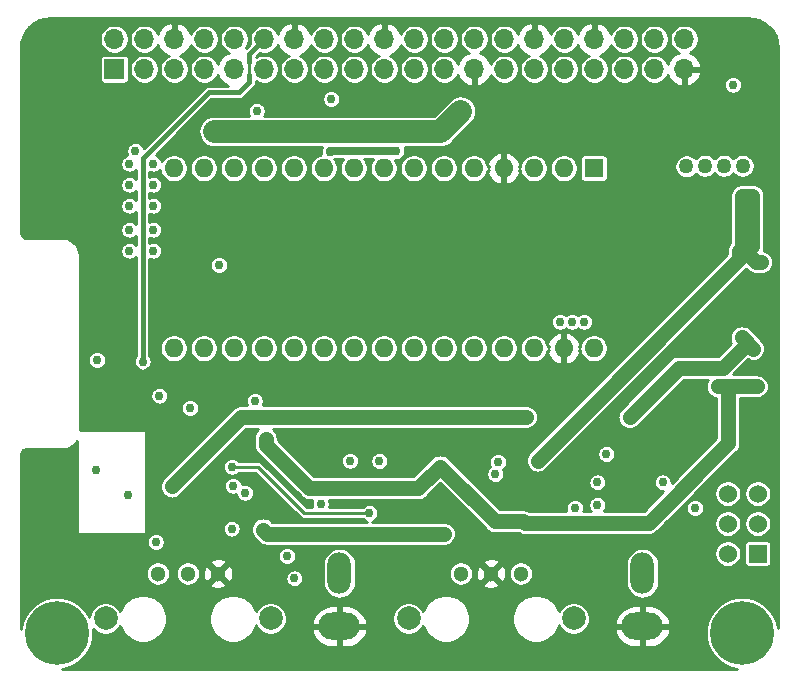
<source format=gbr>
%TF.GenerationSoftware,KiCad,Pcbnew,(5.1.7)-1*%
%TF.CreationDate,2021-08-01T21:01:40-07:00*%
%TF.ProjectId,I2SHat,49325348-6174-42e6-9b69-6361645f7063,rev?*%
%TF.SameCoordinates,Original*%
%TF.FileFunction,Copper,L2,Inr*%
%TF.FilePolarity,Positive*%
%FSLAX46Y46*%
G04 Gerber Fmt 4.6, Leading zero omitted, Abs format (unit mm)*
G04 Created by KiCad (PCBNEW (5.1.7)-1) date 2021-08-01 21:01:40*
%MOMM*%
%LPD*%
G01*
G04 APERTURE LIST*
%TA.AperFunction,ComponentPad*%
%ADD10O,2.000000X3.500000*%
%TD*%
%TA.AperFunction,ComponentPad*%
%ADD11O,3.500000X2.300000*%
%TD*%
%TA.AperFunction,ComponentPad*%
%ADD12C,2.000000*%
%TD*%
%TA.AperFunction,ComponentPad*%
%ADD13O,1.600000X1.600000*%
%TD*%
%TA.AperFunction,ComponentPad*%
%ADD14R,1.600000X1.600000*%
%TD*%
%TA.AperFunction,ComponentPad*%
%ADD15C,1.300000*%
%TD*%
%TA.AperFunction,ComponentPad*%
%ADD16O,1.700000X1.700000*%
%TD*%
%TA.AperFunction,ComponentPad*%
%ADD17R,1.700000X1.700000*%
%TD*%
%TA.AperFunction,ComponentPad*%
%ADD18C,5.400000*%
%TD*%
%TA.AperFunction,ComponentPad*%
%ADD19C,1.524000*%
%TD*%
%TA.AperFunction,ComponentPad*%
%ADD20R,1.524000X1.524000*%
%TD*%
%TA.AperFunction,ViaPad*%
%ADD21C,0.762000*%
%TD*%
%TA.AperFunction,ViaPad*%
%ADD22C,1.270000*%
%TD*%
%TA.AperFunction,Conductor*%
%ADD23C,1.905000*%
%TD*%
%TA.AperFunction,Conductor*%
%ADD24C,1.270000*%
%TD*%
%TA.AperFunction,Conductor*%
%ADD25C,0.635000*%
%TD*%
%TA.AperFunction,Conductor*%
%ADD26C,0.254000*%
%TD*%
%TA.AperFunction,Conductor*%
%ADD27C,0.381000*%
%TD*%
%TA.AperFunction,Conductor*%
%ADD28C,0.100000*%
%TD*%
G04 APERTURE END LIST*
D10*
%TO.N,Net-(C7-Pad2)*%
%TO.C,J5*%
X111506000Y-87321000D03*
D11*
%TO.N,GNDREF*%
X111506000Y-91821000D03*
%TD*%
D10*
%TO.N,Net-(C6-Pad2)*%
%TO.C,J3*%
X85852000Y-87321000D03*
D11*
%TO.N,GNDREF*%
X85852000Y-91821000D03*
%TD*%
D12*
%TO.N,Net-(TP7-Pad1)*%
%TO.C,TP7*%
X66065000Y-91136000D03*
%TD*%
%TO.N,Net-(TP6-Pad1)*%
%TO.C,TP6*%
X80035000Y-91136000D03*
%TD*%
%TO.N,Net-(TP5-Pad1)*%
%TO.C,TP5*%
X91719000Y-91136000D03*
%TD*%
%TO.N,Net-(TP4-Pad1)*%
%TO.C,TP4*%
X105689000Y-91136000D03*
%TD*%
D13*
%TO.N,Net-(A1-Pad16)*%
%TO.C,A1*%
X71818500Y-68262500D03*
%TO.N,Net-(A1-Pad15)*%
X71818500Y-53022500D03*
%TO.N,Net-(A1-Pad30)*%
X107378500Y-68262500D03*
%TO.N,Net-(A1-Pad14)*%
X74358500Y-53022500D03*
%TO.N,GNDREF*%
X104838500Y-68262500D03*
%TO.N,Net-(A1-Pad13)*%
X76898500Y-53022500D03*
%TO.N,Net-(A1-Pad28)*%
X102298500Y-68262500D03*
%TO.N,Net-(A1-Pad12)*%
X79438500Y-53022500D03*
%TO.N,+5VL*%
X99758500Y-68262500D03*
%TO.N,Net-(A1-Pad11)*%
X81978500Y-53022500D03*
%TO.N,Net-(A1-Pad26)*%
X97218500Y-68262500D03*
%TO.N,Net-(A1-Pad10)*%
X84518500Y-53022500D03*
%TO.N,Net-(A1-Pad25)*%
X94678500Y-68262500D03*
%TO.N,Net-(A1-Pad9)*%
X87058500Y-53022500D03*
%TO.N,/SCL*%
X92138500Y-68262500D03*
%TO.N,Net-(A1-Pad8)*%
X89598500Y-53022500D03*
%TO.N,/SDA*%
X89598500Y-68262500D03*
%TO.N,Net-(A1-Pad7)*%
X92138500Y-53022500D03*
%TO.N,Net-(A1-Pad22)*%
X87058500Y-68262500D03*
%TO.N,Net-(A1-Pad6)*%
X94678500Y-53022500D03*
%TO.N,Net-(A1-Pad21)*%
X84518500Y-68262500D03*
%TO.N,Net-(A1-Pad5)*%
X97218500Y-53022500D03*
%TO.N,Net-(A1-Pad20)*%
X81978500Y-68262500D03*
%TO.N,GNDREF*%
X99758500Y-53022500D03*
%TO.N,Net-(A1-Pad19)*%
X79438500Y-68262500D03*
%TO.N,Net-(A1-Pad3)*%
X102298500Y-53022500D03*
%TO.N,Net-(A1-Pad18)*%
X76898500Y-68262500D03*
%TO.N,Net-(A1-Pad2)*%
X104838500Y-53022500D03*
%TO.N,Net-(A1-Pad17)*%
X74358500Y-68262500D03*
D14*
%TO.N,Net-(A1-Pad1)*%
X107378500Y-53022500D03*
%TD*%
D15*
%TO.N,Net-(C4-Pad1)*%
%TO.C,J1*%
X96139000Y-87350600D03*
%TO.N,GNDREF*%
X98679000Y-87350600D03*
%TO.N,Net-(J1-Pad1)*%
X101219000Y-87350600D03*
%TD*%
D16*
%TO.N,/DIN_WM*%
%TO.C,J4*%
X115049300Y-42103040D03*
%TO.N,GNDREF*%
X115049300Y-44643040D03*
%TO.N,/DOUT_WM*%
X112509300Y-42103040D03*
%TO.N,/GPIO26*%
X112509300Y-44643040D03*
%TO.N,/GPIO16*%
X109969300Y-42103040D03*
%TO.N,/LRCLK*%
X109969300Y-44643040D03*
%TO.N,GNDREF*%
X107429300Y-42103040D03*
%TO.N,/GPIO13*%
X107429300Y-44643040D03*
%TO.N,/GPIO12*%
X104889300Y-42103040D03*
%TO.N,/GPIO6*%
X104889300Y-44643040D03*
%TO.N,GNDREF*%
X102349300Y-42103040D03*
%TO.N,/GPIO5*%
X102349300Y-44643040D03*
%TO.N,/GPIO1*%
X99809300Y-42103040D03*
%TO.N,/GPIO0*%
X99809300Y-44643040D03*
%TO.N,/GPIO7*%
X97269300Y-42103040D03*
%TO.N,GNDREF*%
X97269300Y-44643040D03*
%TO.N,/GPIO8*%
X94729300Y-42103040D03*
%TO.N,/GPIO11*%
X94729300Y-44643040D03*
%TO.N,/GPIO25*%
X92189300Y-42103040D03*
%TO.N,/GPIO9*%
X92189300Y-44643040D03*
%TO.N,GNDREF*%
X89649300Y-42103040D03*
%TO.N,/GPIO10*%
X89649300Y-44643040D03*
%TO.N,/GPIO24*%
X87109300Y-42103040D03*
%TO.N,/3V32*%
X87109300Y-44643040D03*
%TO.N,/GPIO23*%
X84569300Y-42103040D03*
%TO.N,/GPIO22*%
X84569300Y-44643040D03*
%TO.N,GNDREF*%
X82029300Y-42103040D03*
%TO.N,/GPIO27*%
X82029300Y-44643040D03*
%TO.N,/BCLK*%
X79489300Y-42103040D03*
%TO.N,/GPIO17*%
X79489300Y-44643040D03*
%TO.N,/GPIO15*%
X76949300Y-42103040D03*
%TO.N,GNDREF*%
X76949300Y-44643040D03*
%TO.N,/GPIO14*%
X74409300Y-42103040D03*
%TO.N,/GPIO4*%
X74409300Y-44643040D03*
%TO.N,GNDREF*%
X71869300Y-42103040D03*
%TO.N,/GPIO3*%
X71869300Y-44643040D03*
%TO.N,+5V*%
X69329300Y-42103040D03*
%TO.N,/GPIO2*%
X69329300Y-44643040D03*
%TO.N,+5V*%
X66789300Y-42103040D03*
D17*
%TO.N,/3V31*%
X66789300Y-44643040D03*
%TD*%
D18*
%TO.N,N/C*%
%TO.C,H2*%
X119938800Y-92379800D03*
%TD*%
%TO.N,N/C*%
%TO.C,H1*%
X61925200Y-92379800D03*
%TD*%
D19*
%TO.N,Net-(R6-Pad2)*%
%TO.C,SW1*%
X118729000Y-85651200D03*
%TO.N,Net-(SW1-Pad5)*%
X118729000Y-83111200D03*
%TO.N,Net-(R4-Pad2)*%
X118729000Y-80571200D03*
%TO.N,Net-(SW1-Pad3)*%
X121269000Y-80571200D03*
%TO.N,Net-(SW1-Pad2)*%
X121269000Y-83111200D03*
D20*
%TO.N,Net-(SW1-Pad1)*%
X121269000Y-85651200D03*
%TD*%
D15*
%TO.N,Net-(J2-Pad3)*%
%TO.C,J2*%
X70485000Y-87350600D03*
%TO.N,Net-(C5-Pad1)*%
X73025000Y-87350600D03*
%TO.N,GNDREF*%
X75565000Y-87350600D03*
%TD*%
D21*
%TO.N,*%
X68072000Y-58242200D03*
X68072000Y-60020200D03*
X68072000Y-54432200D03*
X68072000Y-56210200D03*
X68580000Y-51562000D03*
X68072000Y-52654200D03*
X70104000Y-54432200D03*
X70104000Y-52654200D03*
X70104000Y-58242200D03*
X70104000Y-56210200D03*
X70104000Y-60020200D03*
X84251800Y-81432400D03*
%TO.N,Net-(J2-Pad3)*%
X81407000Y-85852000D03*
%TO.N,GNDREF*%
X88646000Y-60045600D03*
X91186000Y-60045600D03*
X86106000Y-60045600D03*
X86791800Y-57200800D03*
X89331800Y-57200800D03*
X84251800Y-57200800D03*
X83566000Y-60045600D03*
D22*
X122212100Y-53047900D03*
X117665500Y-59829700D03*
X120230900Y-62877700D03*
D21*
X88646000Y-62052200D03*
X91186000Y-62052200D03*
X78994000Y-80518000D03*
X67818000Y-85166200D03*
X71704200Y-48133000D03*
X72720200Y-47167800D03*
X75133200Y-47980600D03*
X73787000Y-46278800D03*
X62738000Y-85166200D03*
X65278000Y-85166200D03*
X60528200Y-84582000D03*
X60528200Y-82042000D03*
X60528200Y-79756000D03*
X60528200Y-77216000D03*
X90652600Y-82219800D03*
X86360000Y-81432400D03*
X96266000Y-70688200D03*
X93726000Y-70688200D03*
X101346000Y-70688200D03*
X103886000Y-70688200D03*
X106426000Y-70688200D03*
X81788000Y-70688200D03*
X84328000Y-70688200D03*
X86868000Y-70688200D03*
X83058000Y-72466200D03*
X85598000Y-72466200D03*
X88138000Y-72466200D03*
X96012000Y-59766200D03*
X97536000Y-58242200D03*
X97282000Y-61290200D03*
X98806000Y-59766200D03*
X98806000Y-62814200D03*
X100330000Y-61544200D03*
X99060000Y-56718200D03*
X101854000Y-60020200D03*
X100330000Y-58242200D03*
X100584000Y-55194200D03*
X103378000Y-58496200D03*
X101854000Y-56718200D03*
X104394000Y-57150000D03*
X102870000Y-55702200D03*
X112598200Y-46380400D03*
X112471200Y-50241200D03*
X117551200Y-41351200D03*
X115773200Y-46431200D03*
X119583200Y-42875200D03*
X120599200Y-45161200D03*
X120345200Y-46685200D03*
X119075200Y-47193200D03*
X101549200Y-62941200D03*
X103327200Y-61163200D03*
X104851200Y-59639200D03*
X106121200Y-58623200D03*
X107899200Y-58623200D03*
X109423200Y-58623200D03*
X110693200Y-57607200D03*
X111887000Y-56438800D03*
X112979200Y-55219600D03*
X113741200Y-52781200D03*
X117551200Y-51257200D03*
X88646000Y-63830200D03*
X91186000Y-63830200D03*
X86106000Y-63830200D03*
X88646000Y-65836800D03*
X91186000Y-65836800D03*
X86106000Y-65836800D03*
X83566000Y-63830200D03*
X78486000Y-65836800D03*
X83566000Y-65836800D03*
X78486000Y-63830200D03*
X81026000Y-63830200D03*
X81026000Y-65836800D03*
X81026000Y-62052200D03*
X83566000Y-62052200D03*
X78486000Y-62052200D03*
X76962000Y-63830200D03*
X72110600Y-65938400D03*
X76962000Y-65836800D03*
X71882000Y-63830200D03*
X74422000Y-63830200D03*
X74422000Y-65836800D03*
X74422000Y-62052200D03*
X76962000Y-62052200D03*
X71882000Y-62052200D03*
X93218000Y-65836800D03*
X98069400Y-65836800D03*
X93218000Y-63830200D03*
X95758000Y-63830200D03*
X95758000Y-65836800D03*
X93218000Y-62052200D03*
X68072000Y-61798200D03*
X68072000Y-63576200D03*
X66548000Y-64846200D03*
X65024000Y-66116200D03*
X68072000Y-66624200D03*
X70358000Y-64592200D03*
X70104000Y-62052200D03*
X70612000Y-67132200D03*
X66802000Y-67894200D03*
X70358000Y-69164200D03*
X68000000Y-73000000D03*
X64262000Y-67640200D03*
X66675000Y-69519800D03*
X66979800Y-72110600D03*
X71780400Y-83616800D03*
X111201200Y-45923200D03*
X86106000Y-62052200D03*
X83261200Y-54178200D03*
X112445800Y-77139800D03*
X74168000Y-72110600D03*
D22*
X118021100Y-67805300D03*
D21*
X76746100Y-77254100D03*
D22*
%TO.N,+5V*%
X75247500Y-49911000D03*
X96100900Y-48209200D03*
D21*
X106553000Y-66014600D03*
X105537000Y-66014600D03*
X104521000Y-66014600D03*
D22*
X115227100Y-52857400D03*
X116801900Y-52832000D03*
X118402100Y-52832000D03*
X120002300Y-52832000D03*
D21*
%TO.N,/SCL*%
X89230200Y-77825600D03*
%TO.N,+3V3*%
X94361000Y-78282800D03*
X79603600Y-75920600D03*
X119748300Y-71501000D03*
X118783100Y-71501000D03*
X118808500Y-72390000D03*
X117868700Y-71501000D03*
X83312000Y-80137000D03*
X121221500Y-71602600D03*
X118808500Y-73279000D03*
X101422200Y-82931000D03*
%TO.N,+3.3VA*%
X110413800Y-74091800D03*
X101625400Y-74091800D03*
X119900700Y-68313300D03*
X119900700Y-67348100D03*
X120891300Y-68313300D03*
X71666100Y-79971900D03*
%TO.N,+3.3VP*%
X94691200Y-83972400D03*
X79375000Y-83616800D03*
X102666800Y-77774800D03*
X90678000Y-51562000D03*
X85026500Y-51612800D03*
D22*
X121551700Y-60985400D03*
D21*
X119926100Y-59766200D03*
X120815100Y-55372000D03*
X119926100Y-56311800D03*
X119926100Y-60731400D03*
X119926100Y-55397400D03*
%TO.N,Net-(C10-Pad1)*%
X107696000Y-79629000D03*
%TO.N,/GPIO17*%
X78841600Y-48183800D03*
%TO.N,/TX*%
X88392000Y-82219800D03*
X76758800Y-78308200D03*
%TO.N,Net-(R17-Pad2)*%
X77851000Y-80492600D03*
%TO.N,/DOUT_WM*%
X65328800Y-69265800D03*
%TO.N,/LRCLK*%
X75666600Y-61214000D03*
%TO.N,/BCLK*%
X69189600Y-69392800D03*
%TO.N,Net-(R10-Pad2)*%
X107696000Y-81534000D03*
%TO.N,Net-(C1-Pad1)*%
X99288600Y-77901800D03*
%TO.N,Net-(C2-Pad1)*%
X82042000Y-87757000D03*
%TO.N,Net-(C8-Pad1)*%
X108458000Y-77216000D03*
X113220500Y-79629000D03*
X115951000Y-81788000D03*
%TO.N,Net-(C15-Pad1)*%
X67945000Y-80721200D03*
%TO.N,Net-(C16-Pad2)*%
X65201800Y-78536800D03*
%TO.N,Net-(Q2-Pad2)*%
X76835000Y-79908400D03*
%TO.N,Net-(R1-Pad2)*%
X99060000Y-78917800D03*
%TO.N,Net-(R10-Pad1)*%
X105791000Y-81788000D03*
%TO.N,Net-(R21-Pad2)*%
X78689200Y-72720200D03*
%TO.N,Net-(R22-Pad1)*%
X73202800Y-73329800D03*
%TO.N,Net-(R26-Pad1)*%
X119176800Y-45948600D03*
X70612000Y-72288400D03*
%TO.N,+5VL*%
X86741000Y-77800200D03*
X85153500Y-47167800D03*
%TO.N,Net-(TP8-Pad1)*%
X70307200Y-84683600D03*
%TO.N,Net-(R31-Pad2)*%
X76733400Y-83540600D03*
%TD*%
D23*
%TO.N,+5V*%
X94399100Y-49911000D02*
X96100900Y-48209200D01*
X75247500Y-49911000D02*
X94399100Y-49911000D01*
D24*
%TO.N,+3V3*%
X79603600Y-75920600D02*
X79603600Y-76428600D01*
X79603600Y-76428600D02*
X83312000Y-80137000D01*
X92506800Y-80137000D02*
X83312000Y-80137000D01*
X94361000Y-78282800D02*
X92506800Y-80137000D01*
X118783100Y-71501000D02*
X118783100Y-76314300D01*
X112039399Y-83058001D02*
X118783100Y-76314300D01*
X101549201Y-83058001D02*
X112039399Y-83058001D01*
X101422200Y-82931000D02*
X101549201Y-83058001D01*
X99009200Y-82931000D02*
X94361000Y-78282800D01*
X101422200Y-82931000D02*
X99009200Y-82931000D01*
X117868700Y-71501000D02*
X121183400Y-71501000D01*
%TO.N,+3.3VA*%
X77546200Y-74091800D02*
X71666100Y-79971900D01*
X101625400Y-74091800D02*
X77546200Y-74091800D01*
X114604800Y-69900800D02*
X114935000Y-69900800D01*
X110413800Y-74091800D02*
X114604800Y-69900800D01*
X118313200Y-69900800D02*
X119900700Y-68313300D01*
X114935000Y-69900800D02*
X118313200Y-69900800D01*
X119926100Y-67348100D02*
X120891300Y-68313300D01*
X119900700Y-67348100D02*
X119926100Y-67348100D01*
%TO.N,+3.3VP*%
X94691200Y-83972400D02*
X79730600Y-83972400D01*
X79730600Y-83972400D02*
X79375000Y-83616800D01*
X119926100Y-55397400D02*
X119926100Y-56311800D01*
D25*
X85077300Y-51562000D02*
X85026500Y-51612800D01*
X90678000Y-51562000D02*
X85077300Y-51562000D01*
X119684800Y-60731400D02*
X119926100Y-60731400D01*
D24*
X102641400Y-77774800D02*
X119684800Y-60731400D01*
X119684800Y-60007500D02*
X119926100Y-59766200D01*
X119684800Y-60731400D02*
X119684800Y-60007500D01*
X119926100Y-59766200D02*
X119926100Y-56311800D01*
X119951500Y-55372000D02*
X119926100Y-55397400D01*
X120815100Y-55372000D02*
X119951500Y-55372000D01*
X120815100Y-59601100D02*
X119684800Y-60731400D01*
X120815100Y-55372000D02*
X120815100Y-59601100D01*
X121145300Y-60985400D02*
X119926100Y-59766200D01*
X121551700Y-60985400D02*
X121145300Y-60985400D01*
D26*
%TO.N,/TX*%
X88392000Y-82219800D02*
X82854800Y-82219800D01*
X78943200Y-78308200D02*
X76758800Y-78308200D01*
X82854800Y-82219800D02*
X78943200Y-78308200D01*
D27*
%TO.N,/BCLK*%
X79489300Y-42103040D02*
X78219300Y-43373040D01*
X78219300Y-43373040D02*
X78219300Y-43997178D01*
D26*
X78219300Y-43997178D02*
X78219300Y-45148500D01*
D27*
X69189600Y-59359800D02*
X69189600Y-69392800D01*
X69189600Y-52197000D02*
X69189600Y-59359800D01*
X77343000Y-46609000D02*
X74777600Y-46609000D01*
X78219300Y-45732700D02*
X77343000Y-46609000D01*
X74777600Y-46609000D02*
X69189600Y-52197000D01*
X78219300Y-45148500D02*
X78219300Y-45732700D01*
%TD*%
D26*
%TO.N,GNDREF*%
X120918586Y-40351954D02*
X121398182Y-40496753D01*
X121840520Y-40731948D01*
X122228750Y-41048580D01*
X122548083Y-41434587D01*
X122786361Y-41875274D01*
X122934504Y-42353847D01*
X122989000Y-42872338D01*
X122989001Y-91921511D01*
X122901399Y-91481105D01*
X122669147Y-90920399D01*
X122331969Y-90415777D01*
X121902823Y-89986631D01*
X121398201Y-89649453D01*
X120837495Y-89417201D01*
X120242252Y-89298800D01*
X119635348Y-89298800D01*
X119040105Y-89417201D01*
X118479399Y-89649453D01*
X117974777Y-89986631D01*
X117545631Y-90415777D01*
X117208453Y-90920399D01*
X116976201Y-91481105D01*
X116857800Y-92076348D01*
X116857800Y-92683252D01*
X116976201Y-93278495D01*
X117208453Y-93839201D01*
X117545631Y-94343823D01*
X117974777Y-94772969D01*
X118479399Y-95110147D01*
X119040105Y-95342399D01*
X119525752Y-95439000D01*
X62338248Y-95439000D01*
X62823895Y-95342399D01*
X63384601Y-95110147D01*
X63889223Y-94772969D01*
X64318369Y-94343823D01*
X64655547Y-93839201D01*
X64887799Y-93278495D01*
X65006200Y-92683252D01*
X65006200Y-92076348D01*
X64994749Y-92018778D01*
X65184664Y-92208693D01*
X65410851Y-92359826D01*
X65662177Y-92463929D01*
X65928983Y-92517000D01*
X66201017Y-92517000D01*
X66467823Y-92463929D01*
X66719149Y-92359826D01*
X66945336Y-92208693D01*
X67137693Y-92016336D01*
X67281790Y-91800679D01*
X67415151Y-92122639D01*
X67637419Y-92455287D01*
X67920313Y-92738181D01*
X68252961Y-92960449D01*
X68622579Y-93113550D01*
X69014964Y-93191600D01*
X69415036Y-93191600D01*
X69807421Y-93113550D01*
X70177039Y-92960449D01*
X70509687Y-92738181D01*
X70792581Y-92455287D01*
X71014849Y-92122639D01*
X71167950Y-91753021D01*
X71246000Y-91360636D01*
X71246000Y-90960564D01*
X74804000Y-90960564D01*
X74804000Y-91360636D01*
X74882050Y-91753021D01*
X75035151Y-92122639D01*
X75257419Y-92455287D01*
X75540313Y-92738181D01*
X75872961Y-92960449D01*
X76242579Y-93113550D01*
X76634964Y-93191600D01*
X77035036Y-93191600D01*
X77427421Y-93113550D01*
X77797039Y-92960449D01*
X78129687Y-92738181D01*
X78412581Y-92455287D01*
X78634849Y-92122639D01*
X78787950Y-91753021D01*
X78790495Y-91740226D01*
X78811174Y-91790149D01*
X78962307Y-92016336D01*
X79154664Y-92208693D01*
X79380851Y-92359826D01*
X79632177Y-92463929D01*
X79898983Y-92517000D01*
X80171017Y-92517000D01*
X80437823Y-92463929D01*
X80689149Y-92359826D01*
X80890984Y-92224964D01*
X83513312Y-92224964D01*
X83554274Y-92386757D01*
X83697269Y-92707096D01*
X83900011Y-92993383D01*
X84154710Y-93234616D01*
X84451577Y-93421524D01*
X84779204Y-93546925D01*
X85125000Y-93606000D01*
X85725000Y-93606000D01*
X85725000Y-91948000D01*
X85979000Y-91948000D01*
X85979000Y-93606000D01*
X86579000Y-93606000D01*
X86924796Y-93546925D01*
X87252423Y-93421524D01*
X87549290Y-93234616D01*
X87803989Y-92993383D01*
X88006731Y-92707096D01*
X88149726Y-92386757D01*
X88190688Y-92224964D01*
X88073283Y-91948000D01*
X85979000Y-91948000D01*
X85725000Y-91948000D01*
X83630717Y-91948000D01*
X83513312Y-92224964D01*
X80890984Y-92224964D01*
X80915336Y-92208693D01*
X81107693Y-92016336D01*
X81258826Y-91790149D01*
X81362929Y-91538823D01*
X81387153Y-91417036D01*
X83513312Y-91417036D01*
X83630717Y-91694000D01*
X85725000Y-91694000D01*
X85725000Y-90036000D01*
X85979000Y-90036000D01*
X85979000Y-91694000D01*
X88073283Y-91694000D01*
X88190688Y-91417036D01*
X88149726Y-91255243D01*
X88035782Y-90999983D01*
X90338000Y-90999983D01*
X90338000Y-91272017D01*
X90391071Y-91538823D01*
X90495174Y-91790149D01*
X90646307Y-92016336D01*
X90838664Y-92208693D01*
X91064851Y-92359826D01*
X91316177Y-92463929D01*
X91582983Y-92517000D01*
X91855017Y-92517000D01*
X92121823Y-92463929D01*
X92373149Y-92359826D01*
X92599336Y-92208693D01*
X92791693Y-92016336D01*
X92935790Y-91800679D01*
X93069151Y-92122639D01*
X93291419Y-92455287D01*
X93574313Y-92738181D01*
X93906961Y-92960449D01*
X94276579Y-93113550D01*
X94668964Y-93191600D01*
X95069036Y-93191600D01*
X95461421Y-93113550D01*
X95831039Y-92960449D01*
X96163687Y-92738181D01*
X96446581Y-92455287D01*
X96668849Y-92122639D01*
X96821950Y-91753021D01*
X96900000Y-91360636D01*
X96900000Y-90960564D01*
X100458000Y-90960564D01*
X100458000Y-91360636D01*
X100536050Y-91753021D01*
X100689151Y-92122639D01*
X100911419Y-92455287D01*
X101194313Y-92738181D01*
X101526961Y-92960449D01*
X101896579Y-93113550D01*
X102288964Y-93191600D01*
X102689036Y-93191600D01*
X103081421Y-93113550D01*
X103451039Y-92960449D01*
X103783687Y-92738181D01*
X104066581Y-92455287D01*
X104288849Y-92122639D01*
X104441950Y-91753021D01*
X104444495Y-91740226D01*
X104465174Y-91790149D01*
X104616307Y-92016336D01*
X104808664Y-92208693D01*
X105034851Y-92359826D01*
X105286177Y-92463929D01*
X105552983Y-92517000D01*
X105825017Y-92517000D01*
X106091823Y-92463929D01*
X106343149Y-92359826D01*
X106544984Y-92224964D01*
X109167312Y-92224964D01*
X109208274Y-92386757D01*
X109351269Y-92707096D01*
X109554011Y-92993383D01*
X109808710Y-93234616D01*
X110105577Y-93421524D01*
X110433204Y-93546925D01*
X110779000Y-93606000D01*
X111379000Y-93606000D01*
X111379000Y-91948000D01*
X111633000Y-91948000D01*
X111633000Y-93606000D01*
X112233000Y-93606000D01*
X112578796Y-93546925D01*
X112906423Y-93421524D01*
X113203290Y-93234616D01*
X113457989Y-92993383D01*
X113660731Y-92707096D01*
X113803726Y-92386757D01*
X113844688Y-92224964D01*
X113727283Y-91948000D01*
X111633000Y-91948000D01*
X111379000Y-91948000D01*
X109284717Y-91948000D01*
X109167312Y-92224964D01*
X106544984Y-92224964D01*
X106569336Y-92208693D01*
X106761693Y-92016336D01*
X106912826Y-91790149D01*
X107016929Y-91538823D01*
X107041153Y-91417036D01*
X109167312Y-91417036D01*
X109284717Y-91694000D01*
X111379000Y-91694000D01*
X111379000Y-90036000D01*
X111633000Y-90036000D01*
X111633000Y-91694000D01*
X113727283Y-91694000D01*
X113844688Y-91417036D01*
X113803726Y-91255243D01*
X113660731Y-90934904D01*
X113457989Y-90648617D01*
X113203290Y-90407384D01*
X112906423Y-90220476D01*
X112578796Y-90095075D01*
X112233000Y-90036000D01*
X111633000Y-90036000D01*
X111379000Y-90036000D01*
X110779000Y-90036000D01*
X110433204Y-90095075D01*
X110105577Y-90220476D01*
X109808710Y-90407384D01*
X109554011Y-90648617D01*
X109351269Y-90934904D01*
X109208274Y-91255243D01*
X109167312Y-91417036D01*
X107041153Y-91417036D01*
X107070000Y-91272017D01*
X107070000Y-90999983D01*
X107016929Y-90733177D01*
X106912826Y-90481851D01*
X106761693Y-90255664D01*
X106569336Y-90063307D01*
X106343149Y-89912174D01*
X106091823Y-89808071D01*
X105825017Y-89755000D01*
X105552983Y-89755000D01*
X105286177Y-89808071D01*
X105034851Y-89912174D01*
X104808664Y-90063307D01*
X104616307Y-90255664D01*
X104465174Y-90481851D01*
X104435683Y-90553049D01*
X104288849Y-90198561D01*
X104066581Y-89865913D01*
X103783687Y-89583019D01*
X103451039Y-89360751D01*
X103081421Y-89207650D01*
X102689036Y-89129600D01*
X102288964Y-89129600D01*
X101896579Y-89207650D01*
X101526961Y-89360751D01*
X101194313Y-89583019D01*
X100911419Y-89865913D01*
X100689151Y-90198561D01*
X100536050Y-90568179D01*
X100458000Y-90960564D01*
X96900000Y-90960564D01*
X96821950Y-90568179D01*
X96668849Y-90198561D01*
X96446581Y-89865913D01*
X96163687Y-89583019D01*
X95831039Y-89360751D01*
X95461421Y-89207650D01*
X95069036Y-89129600D01*
X94668964Y-89129600D01*
X94276579Y-89207650D01*
X93906961Y-89360751D01*
X93574313Y-89583019D01*
X93291419Y-89865913D01*
X93069151Y-90198561D01*
X92947317Y-90492694D01*
X92942826Y-90481851D01*
X92791693Y-90255664D01*
X92599336Y-90063307D01*
X92373149Y-89912174D01*
X92121823Y-89808071D01*
X91855017Y-89755000D01*
X91582983Y-89755000D01*
X91316177Y-89808071D01*
X91064851Y-89912174D01*
X90838664Y-90063307D01*
X90646307Y-90255664D01*
X90495174Y-90481851D01*
X90391071Y-90733177D01*
X90338000Y-90999983D01*
X88035782Y-90999983D01*
X88006731Y-90934904D01*
X87803989Y-90648617D01*
X87549290Y-90407384D01*
X87252423Y-90220476D01*
X86924796Y-90095075D01*
X86579000Y-90036000D01*
X85979000Y-90036000D01*
X85725000Y-90036000D01*
X85125000Y-90036000D01*
X84779204Y-90095075D01*
X84451577Y-90220476D01*
X84154710Y-90407384D01*
X83900011Y-90648617D01*
X83697269Y-90934904D01*
X83554274Y-91255243D01*
X83513312Y-91417036D01*
X81387153Y-91417036D01*
X81416000Y-91272017D01*
X81416000Y-90999983D01*
X81362929Y-90733177D01*
X81258826Y-90481851D01*
X81107693Y-90255664D01*
X80915336Y-90063307D01*
X80689149Y-89912174D01*
X80437823Y-89808071D01*
X80171017Y-89755000D01*
X79898983Y-89755000D01*
X79632177Y-89808071D01*
X79380851Y-89912174D01*
X79154664Y-90063307D01*
X78962307Y-90255664D01*
X78811174Y-90481851D01*
X78781683Y-90553049D01*
X78634849Y-90198561D01*
X78412581Y-89865913D01*
X78129687Y-89583019D01*
X77797039Y-89360751D01*
X77427421Y-89207650D01*
X77035036Y-89129600D01*
X76634964Y-89129600D01*
X76242579Y-89207650D01*
X75872961Y-89360751D01*
X75540313Y-89583019D01*
X75257419Y-89865913D01*
X75035151Y-90198561D01*
X74882050Y-90568179D01*
X74804000Y-90960564D01*
X71246000Y-90960564D01*
X71167950Y-90568179D01*
X71014849Y-90198561D01*
X70792581Y-89865913D01*
X70509687Y-89583019D01*
X70177039Y-89360751D01*
X69807421Y-89207650D01*
X69415036Y-89129600D01*
X69014964Y-89129600D01*
X68622579Y-89207650D01*
X68252961Y-89360751D01*
X67920313Y-89583019D01*
X67637419Y-89865913D01*
X67415151Y-90198561D01*
X67293317Y-90492694D01*
X67288826Y-90481851D01*
X67137693Y-90255664D01*
X66945336Y-90063307D01*
X66719149Y-89912174D01*
X66467823Y-89808071D01*
X66201017Y-89755000D01*
X65928983Y-89755000D01*
X65662177Y-89808071D01*
X65410851Y-89912174D01*
X65184664Y-90063307D01*
X64992307Y-90255664D01*
X64841174Y-90481851D01*
X64737071Y-90733177D01*
X64685464Y-90992624D01*
X64655547Y-90920399D01*
X64318369Y-90415777D01*
X63889223Y-89986631D01*
X63384601Y-89649453D01*
X62823895Y-89417201D01*
X62228652Y-89298800D01*
X61621748Y-89298800D01*
X61026505Y-89417201D01*
X60465799Y-89649453D01*
X59961177Y-89986631D01*
X59532031Y-90415777D01*
X59194853Y-90920399D01*
X58962601Y-91481105D01*
X58851000Y-92042162D01*
X58851000Y-87249055D01*
X69454000Y-87249055D01*
X69454000Y-87452145D01*
X69493620Y-87651332D01*
X69571339Y-87838962D01*
X69684170Y-88007824D01*
X69827776Y-88151430D01*
X69996638Y-88264261D01*
X70184268Y-88341980D01*
X70383455Y-88381600D01*
X70586545Y-88381600D01*
X70785732Y-88341980D01*
X70973362Y-88264261D01*
X71142224Y-88151430D01*
X71285830Y-88007824D01*
X71398661Y-87838962D01*
X71476380Y-87651332D01*
X71516000Y-87452145D01*
X71516000Y-87249055D01*
X71994000Y-87249055D01*
X71994000Y-87452145D01*
X72033620Y-87651332D01*
X72111339Y-87838962D01*
X72224170Y-88007824D01*
X72367776Y-88151430D01*
X72536638Y-88264261D01*
X72724268Y-88341980D01*
X72923455Y-88381600D01*
X73126545Y-88381600D01*
X73325732Y-88341980D01*
X73513362Y-88264261D01*
X73555467Y-88236127D01*
X74859078Y-88236127D01*
X74912466Y-88464801D01*
X75142374Y-88570695D01*
X75388524Y-88629702D01*
X75641455Y-88639552D01*
X75891449Y-88599870D01*
X76128896Y-88512178D01*
X76217534Y-88464801D01*
X76270922Y-88236127D01*
X75565000Y-87530205D01*
X74859078Y-88236127D01*
X73555467Y-88236127D01*
X73682224Y-88151430D01*
X73825830Y-88007824D01*
X73938661Y-87838962D01*
X74016380Y-87651332D01*
X74056000Y-87452145D01*
X74056000Y-87427055D01*
X74276048Y-87427055D01*
X74315730Y-87677049D01*
X74403422Y-87914496D01*
X74450799Y-88003134D01*
X74679473Y-88056522D01*
X75385395Y-87350600D01*
X75744605Y-87350600D01*
X76450527Y-88056522D01*
X76679201Y-88003134D01*
X76785095Y-87773226D01*
X76806975Y-87681950D01*
X81280000Y-87681950D01*
X81280000Y-87832050D01*
X81309283Y-87979267D01*
X81366724Y-88117942D01*
X81450116Y-88242747D01*
X81556253Y-88348884D01*
X81681058Y-88432276D01*
X81819733Y-88489717D01*
X81966950Y-88519000D01*
X82117050Y-88519000D01*
X82264267Y-88489717D01*
X82402942Y-88432276D01*
X82527747Y-88348884D01*
X82633884Y-88242747D01*
X82717276Y-88117942D01*
X82774717Y-87979267D01*
X82804000Y-87832050D01*
X82804000Y-87681950D01*
X82774717Y-87534733D01*
X82717276Y-87396058D01*
X82633884Y-87271253D01*
X82527747Y-87165116D01*
X82402942Y-87081724D01*
X82264267Y-87024283D01*
X82117050Y-86995000D01*
X81966950Y-86995000D01*
X81819733Y-87024283D01*
X81681058Y-87081724D01*
X81556253Y-87165116D01*
X81450116Y-87271253D01*
X81366724Y-87396058D01*
X81309283Y-87534733D01*
X81280000Y-87681950D01*
X76806975Y-87681950D01*
X76844102Y-87527076D01*
X76853952Y-87274145D01*
X76814270Y-87024151D01*
X76726578Y-86786704D01*
X76679201Y-86698066D01*
X76450527Y-86644678D01*
X75744605Y-87350600D01*
X75385395Y-87350600D01*
X74679473Y-86644678D01*
X74450799Y-86698066D01*
X74344905Y-86927974D01*
X74285898Y-87174124D01*
X74276048Y-87427055D01*
X74056000Y-87427055D01*
X74056000Y-87249055D01*
X74016380Y-87049868D01*
X73938661Y-86862238D01*
X73825830Y-86693376D01*
X73682224Y-86549770D01*
X73555468Y-86465073D01*
X74859078Y-86465073D01*
X75565000Y-87170995D01*
X76270922Y-86465073D01*
X76217534Y-86236399D01*
X75987626Y-86130505D01*
X75741476Y-86071498D01*
X75488545Y-86061648D01*
X75238551Y-86101330D01*
X75001104Y-86189022D01*
X74912466Y-86236399D01*
X74859078Y-86465073D01*
X73555468Y-86465073D01*
X73513362Y-86436939D01*
X73325732Y-86359220D01*
X73126545Y-86319600D01*
X72923455Y-86319600D01*
X72724268Y-86359220D01*
X72536638Y-86436939D01*
X72367776Y-86549770D01*
X72224170Y-86693376D01*
X72111339Y-86862238D01*
X72033620Y-87049868D01*
X71994000Y-87249055D01*
X71516000Y-87249055D01*
X71476380Y-87049868D01*
X71398661Y-86862238D01*
X71285830Y-86693376D01*
X71142224Y-86549770D01*
X70973362Y-86436939D01*
X70785732Y-86359220D01*
X70586545Y-86319600D01*
X70383455Y-86319600D01*
X70184268Y-86359220D01*
X69996638Y-86436939D01*
X69827776Y-86549770D01*
X69684170Y-86693376D01*
X69571339Y-86862238D01*
X69493620Y-87049868D01*
X69454000Y-87249055D01*
X58851000Y-87249055D01*
X58851000Y-85776950D01*
X80645000Y-85776950D01*
X80645000Y-85927050D01*
X80674283Y-86074267D01*
X80731724Y-86212942D01*
X80815116Y-86337747D01*
X80921253Y-86443884D01*
X81046058Y-86527276D01*
X81184733Y-86584717D01*
X81331950Y-86614000D01*
X81482050Y-86614000D01*
X81629267Y-86584717D01*
X81767942Y-86527276D01*
X81804037Y-86503158D01*
X84471000Y-86503158D01*
X84471000Y-88138843D01*
X84490982Y-88341723D01*
X84569950Y-88602043D01*
X84698186Y-88841955D01*
X84870762Y-89052239D01*
X85081046Y-89224815D01*
X85320958Y-89353051D01*
X85581278Y-89432018D01*
X85852000Y-89458682D01*
X86122723Y-89432018D01*
X86383043Y-89353051D01*
X86622955Y-89224815D01*
X86833239Y-89052239D01*
X87005815Y-88841955D01*
X87134051Y-88602043D01*
X87213018Y-88341723D01*
X87233000Y-88138843D01*
X87233000Y-87249055D01*
X95108000Y-87249055D01*
X95108000Y-87452145D01*
X95147620Y-87651332D01*
X95225339Y-87838962D01*
X95338170Y-88007824D01*
X95481776Y-88151430D01*
X95650638Y-88264261D01*
X95838268Y-88341980D01*
X96037455Y-88381600D01*
X96240545Y-88381600D01*
X96439732Y-88341980D01*
X96627362Y-88264261D01*
X96669467Y-88236127D01*
X97973078Y-88236127D01*
X98026466Y-88464801D01*
X98256374Y-88570695D01*
X98502524Y-88629702D01*
X98755455Y-88639552D01*
X99005449Y-88599870D01*
X99242896Y-88512178D01*
X99331534Y-88464801D01*
X99384922Y-88236127D01*
X98679000Y-87530205D01*
X97973078Y-88236127D01*
X96669467Y-88236127D01*
X96796224Y-88151430D01*
X96939830Y-88007824D01*
X97052661Y-87838962D01*
X97130380Y-87651332D01*
X97170000Y-87452145D01*
X97170000Y-87427055D01*
X97390048Y-87427055D01*
X97429730Y-87677049D01*
X97517422Y-87914496D01*
X97564799Y-88003134D01*
X97793473Y-88056522D01*
X98499395Y-87350600D01*
X98858605Y-87350600D01*
X99564527Y-88056522D01*
X99793201Y-88003134D01*
X99899095Y-87773226D01*
X99958102Y-87527076D01*
X99967952Y-87274145D01*
X99963970Y-87249055D01*
X100188000Y-87249055D01*
X100188000Y-87452145D01*
X100227620Y-87651332D01*
X100305339Y-87838962D01*
X100418170Y-88007824D01*
X100561776Y-88151430D01*
X100730638Y-88264261D01*
X100918268Y-88341980D01*
X101117455Y-88381600D01*
X101320545Y-88381600D01*
X101519732Y-88341980D01*
X101707362Y-88264261D01*
X101876224Y-88151430D01*
X102019830Y-88007824D01*
X102132661Y-87838962D01*
X102210380Y-87651332D01*
X102250000Y-87452145D01*
X102250000Y-87249055D01*
X102210380Y-87049868D01*
X102132661Y-86862238D01*
X102019830Y-86693376D01*
X101876224Y-86549770D01*
X101806465Y-86503158D01*
X110125000Y-86503158D01*
X110125000Y-88138843D01*
X110144982Y-88341723D01*
X110223950Y-88602043D01*
X110352186Y-88841955D01*
X110524762Y-89052239D01*
X110735046Y-89224815D01*
X110974958Y-89353051D01*
X111235278Y-89432018D01*
X111506000Y-89458682D01*
X111776723Y-89432018D01*
X112037043Y-89353051D01*
X112276955Y-89224815D01*
X112487239Y-89052239D01*
X112659815Y-88841955D01*
X112788051Y-88602043D01*
X112867018Y-88341723D01*
X112887000Y-88138843D01*
X112887000Y-86503157D01*
X112867018Y-86300277D01*
X112788051Y-86039957D01*
X112659815Y-85800045D01*
X112487238Y-85589761D01*
X112424928Y-85538624D01*
X117586000Y-85538624D01*
X117586000Y-85763776D01*
X117629925Y-85984601D01*
X117716087Y-86192613D01*
X117841174Y-86379820D01*
X118000380Y-86539026D01*
X118187587Y-86664113D01*
X118395599Y-86750275D01*
X118616424Y-86794200D01*
X118841576Y-86794200D01*
X119062401Y-86750275D01*
X119270413Y-86664113D01*
X119457620Y-86539026D01*
X119616826Y-86379820D01*
X119741913Y-86192613D01*
X119828075Y-85984601D01*
X119872000Y-85763776D01*
X119872000Y-85538624D01*
X119828075Y-85317799D01*
X119741913Y-85109787D01*
X119616826Y-84922580D01*
X119583446Y-84889200D01*
X120124157Y-84889200D01*
X120124157Y-86413200D01*
X120131513Y-86487889D01*
X120153299Y-86559708D01*
X120188678Y-86625896D01*
X120236289Y-86683911D01*
X120294304Y-86731522D01*
X120360492Y-86766901D01*
X120432311Y-86788687D01*
X120507000Y-86796043D01*
X122031000Y-86796043D01*
X122105689Y-86788687D01*
X122177508Y-86766901D01*
X122243696Y-86731522D01*
X122301711Y-86683911D01*
X122349322Y-86625896D01*
X122384701Y-86559708D01*
X122406487Y-86487889D01*
X122413843Y-86413200D01*
X122413843Y-84889200D01*
X122406487Y-84814511D01*
X122384701Y-84742692D01*
X122349322Y-84676504D01*
X122301711Y-84618489D01*
X122243696Y-84570878D01*
X122177508Y-84535499D01*
X122105689Y-84513713D01*
X122031000Y-84506357D01*
X120507000Y-84506357D01*
X120432311Y-84513713D01*
X120360492Y-84535499D01*
X120294304Y-84570878D01*
X120236289Y-84618489D01*
X120188678Y-84676504D01*
X120153299Y-84742692D01*
X120131513Y-84814511D01*
X120124157Y-84889200D01*
X119583446Y-84889200D01*
X119457620Y-84763374D01*
X119270413Y-84638287D01*
X119062401Y-84552125D01*
X118841576Y-84508200D01*
X118616424Y-84508200D01*
X118395599Y-84552125D01*
X118187587Y-84638287D01*
X118000380Y-84763374D01*
X117841174Y-84922580D01*
X117716087Y-85109787D01*
X117629925Y-85317799D01*
X117586000Y-85538624D01*
X112424928Y-85538624D01*
X112276954Y-85417185D01*
X112037042Y-85288949D01*
X111776722Y-85209982D01*
X111506000Y-85183318D01*
X111235277Y-85209982D01*
X110974957Y-85288949D01*
X110735045Y-85417185D01*
X110524761Y-85589762D01*
X110352185Y-85800046D01*
X110223949Y-86039958D01*
X110144982Y-86300278D01*
X110125000Y-86503158D01*
X101806465Y-86503158D01*
X101707362Y-86436939D01*
X101519732Y-86359220D01*
X101320545Y-86319600D01*
X101117455Y-86319600D01*
X100918268Y-86359220D01*
X100730638Y-86436939D01*
X100561776Y-86549770D01*
X100418170Y-86693376D01*
X100305339Y-86862238D01*
X100227620Y-87049868D01*
X100188000Y-87249055D01*
X99963970Y-87249055D01*
X99928270Y-87024151D01*
X99840578Y-86786704D01*
X99793201Y-86698066D01*
X99564527Y-86644678D01*
X98858605Y-87350600D01*
X98499395Y-87350600D01*
X97793473Y-86644678D01*
X97564799Y-86698066D01*
X97458905Y-86927974D01*
X97399898Y-87174124D01*
X97390048Y-87427055D01*
X97170000Y-87427055D01*
X97170000Y-87249055D01*
X97130380Y-87049868D01*
X97052661Y-86862238D01*
X96939830Y-86693376D01*
X96796224Y-86549770D01*
X96669468Y-86465073D01*
X97973078Y-86465073D01*
X98679000Y-87170995D01*
X99384922Y-86465073D01*
X99331534Y-86236399D01*
X99101626Y-86130505D01*
X98855476Y-86071498D01*
X98602545Y-86061648D01*
X98352551Y-86101330D01*
X98115104Y-86189022D01*
X98026466Y-86236399D01*
X97973078Y-86465073D01*
X96669468Y-86465073D01*
X96627362Y-86436939D01*
X96439732Y-86359220D01*
X96240545Y-86319600D01*
X96037455Y-86319600D01*
X95838268Y-86359220D01*
X95650638Y-86436939D01*
X95481776Y-86549770D01*
X95338170Y-86693376D01*
X95225339Y-86862238D01*
X95147620Y-87049868D01*
X95108000Y-87249055D01*
X87233000Y-87249055D01*
X87233000Y-86503157D01*
X87213018Y-86300277D01*
X87134051Y-86039957D01*
X87005815Y-85800045D01*
X86833238Y-85589761D01*
X86622954Y-85417185D01*
X86383042Y-85288949D01*
X86122722Y-85209982D01*
X85852000Y-85183318D01*
X85581277Y-85209982D01*
X85320957Y-85288949D01*
X85081045Y-85417185D01*
X84870761Y-85589762D01*
X84698185Y-85800046D01*
X84569949Y-86039958D01*
X84490982Y-86300278D01*
X84471000Y-86503158D01*
X81804037Y-86503158D01*
X81892747Y-86443884D01*
X81998884Y-86337747D01*
X82082276Y-86212942D01*
X82139717Y-86074267D01*
X82169000Y-85927050D01*
X82169000Y-85776950D01*
X82139717Y-85629733D01*
X82082276Y-85491058D01*
X81998884Y-85366253D01*
X81892747Y-85260116D01*
X81767942Y-85176724D01*
X81629267Y-85119283D01*
X81482050Y-85090000D01*
X81331950Y-85090000D01*
X81184733Y-85119283D01*
X81046058Y-85176724D01*
X80921253Y-85260116D01*
X80815116Y-85366253D01*
X80731724Y-85491058D01*
X80674283Y-85629733D01*
X80645000Y-85776950D01*
X58851000Y-85776950D01*
X58851000Y-84608550D01*
X69545200Y-84608550D01*
X69545200Y-84758650D01*
X69574483Y-84905867D01*
X69631924Y-85044542D01*
X69715316Y-85169347D01*
X69821453Y-85275484D01*
X69946258Y-85358876D01*
X70084933Y-85416317D01*
X70232150Y-85445600D01*
X70382250Y-85445600D01*
X70529467Y-85416317D01*
X70668142Y-85358876D01*
X70792947Y-85275484D01*
X70899084Y-85169347D01*
X70982476Y-85044542D01*
X71039917Y-84905867D01*
X71069200Y-84758650D01*
X71069200Y-84608550D01*
X71039917Y-84461333D01*
X70982476Y-84322658D01*
X70899084Y-84197853D01*
X70792947Y-84091716D01*
X70668142Y-84008324D01*
X70529467Y-83950883D01*
X70382250Y-83921600D01*
X70232150Y-83921600D01*
X70084933Y-83950883D01*
X69946258Y-84008324D01*
X69821453Y-84091716D01*
X69715316Y-84197853D01*
X69631924Y-84322658D01*
X69574483Y-84461333D01*
X69545200Y-84608550D01*
X58851000Y-84608550D01*
X58851000Y-77391080D01*
X58863864Y-77259883D01*
X58895844Y-77153960D01*
X58947791Y-77056263D01*
X59017721Y-76970519D01*
X59102975Y-76899990D01*
X59200303Y-76847366D01*
X59306002Y-76814647D01*
X59435838Y-76801000D01*
X62441168Y-76801000D01*
X62459861Y-76799159D01*
X62466045Y-76799202D01*
X62472034Y-76798615D01*
X62666131Y-76778214D01*
X62704374Y-76770364D01*
X62742766Y-76763040D01*
X62748526Y-76761301D01*
X62748532Y-76761299D01*
X62934966Y-76703588D01*
X62970971Y-76688453D01*
X63007196Y-76673817D01*
X63012505Y-76670994D01*
X63012510Y-76670992D01*
X63012514Y-76670989D01*
X63184186Y-76578167D01*
X63216550Y-76556337D01*
X63249260Y-76534932D01*
X63253923Y-76531129D01*
X63404301Y-76406725D01*
X63431823Y-76379010D01*
X63459736Y-76351676D01*
X63463572Y-76347039D01*
X63586922Y-76195797D01*
X63608542Y-76163256D01*
X63623954Y-76140748D01*
X63623954Y-83870800D01*
X63626394Y-83895576D01*
X63633621Y-83919401D01*
X63645357Y-83941357D01*
X63661151Y-83960603D01*
X63680397Y-83976397D01*
X63702353Y-83988133D01*
X63726178Y-83995360D01*
X63750954Y-83997800D01*
X69338954Y-83997800D01*
X69363730Y-83995360D01*
X69387555Y-83988133D01*
X69409511Y-83976397D01*
X69428757Y-83960603D01*
X69444551Y-83941357D01*
X69456287Y-83919401D01*
X69463514Y-83895576D01*
X69465954Y-83870800D01*
X69465954Y-83465550D01*
X75971400Y-83465550D01*
X75971400Y-83615650D01*
X76000683Y-83762867D01*
X76058124Y-83901542D01*
X76141516Y-84026347D01*
X76247653Y-84132484D01*
X76372458Y-84215876D01*
X76511133Y-84273317D01*
X76658350Y-84302600D01*
X76808450Y-84302600D01*
X76955667Y-84273317D01*
X77094342Y-84215876D01*
X77219147Y-84132484D01*
X77325284Y-84026347D01*
X77408676Y-83901542D01*
X77466117Y-83762867D01*
X77495400Y-83615650D01*
X77495400Y-83465550D01*
X77466117Y-83318333D01*
X77408676Y-83179658D01*
X77325284Y-83054853D01*
X77219147Y-82948716D01*
X77094342Y-82865324D01*
X76955667Y-82807883D01*
X76808450Y-82778600D01*
X76658350Y-82778600D01*
X76511133Y-82807883D01*
X76372458Y-82865324D01*
X76247653Y-82948716D01*
X76141516Y-83054853D01*
X76058124Y-83179658D01*
X76000683Y-83318333D01*
X75971400Y-83465550D01*
X69465954Y-83465550D01*
X69465954Y-79971900D01*
X70645185Y-79971900D01*
X70664802Y-80171070D01*
X70722899Y-80362587D01*
X70817241Y-80539089D01*
X70944205Y-80693795D01*
X71098911Y-80820759D01*
X71275413Y-80915101D01*
X71466930Y-80973198D01*
X71666100Y-80992815D01*
X71865270Y-80973198D01*
X72056787Y-80915101D01*
X72233289Y-80820759D01*
X72349234Y-80725606D01*
X73241490Y-79833350D01*
X76073000Y-79833350D01*
X76073000Y-79983450D01*
X76102283Y-80130667D01*
X76159724Y-80269342D01*
X76243116Y-80394147D01*
X76349253Y-80500284D01*
X76474058Y-80583676D01*
X76612733Y-80641117D01*
X76759950Y-80670400D01*
X76910050Y-80670400D01*
X77057267Y-80641117D01*
X77100085Y-80623381D01*
X77118283Y-80714867D01*
X77175724Y-80853542D01*
X77259116Y-80978347D01*
X77365253Y-81084484D01*
X77490058Y-81167876D01*
X77628733Y-81225317D01*
X77775950Y-81254600D01*
X77926050Y-81254600D01*
X78073267Y-81225317D01*
X78211942Y-81167876D01*
X78336747Y-81084484D01*
X78442884Y-80978347D01*
X78526276Y-80853542D01*
X78583717Y-80714867D01*
X78613000Y-80567650D01*
X78613000Y-80417550D01*
X78583717Y-80270333D01*
X78526276Y-80131658D01*
X78442884Y-80006853D01*
X78336747Y-79900716D01*
X78211942Y-79817324D01*
X78073267Y-79759883D01*
X77926050Y-79730600D01*
X77775950Y-79730600D01*
X77628733Y-79759883D01*
X77585915Y-79777619D01*
X77567717Y-79686133D01*
X77510276Y-79547458D01*
X77426884Y-79422653D01*
X77320747Y-79316516D01*
X77195942Y-79233124D01*
X77057267Y-79175683D01*
X76910050Y-79146400D01*
X76759950Y-79146400D01*
X76612733Y-79175683D01*
X76474058Y-79233124D01*
X76349253Y-79316516D01*
X76243116Y-79422653D01*
X76159724Y-79547458D01*
X76102283Y-79686133D01*
X76073000Y-79833350D01*
X73241490Y-79833350D01*
X77967041Y-75107800D01*
X78992471Y-75107800D01*
X78881704Y-75198704D01*
X78754740Y-75353410D01*
X78660398Y-75529914D01*
X78602302Y-75721430D01*
X78587600Y-75870699D01*
X78587600Y-76378698D01*
X78582685Y-76428600D01*
X78587600Y-76478501D01*
X78587600Y-76478502D01*
X78602302Y-76627771D01*
X78660398Y-76819287D01*
X78754741Y-76995790D01*
X78881705Y-77150496D01*
X78920468Y-77182308D01*
X82558292Y-80820133D01*
X82590104Y-80858896D01*
X82628865Y-80890706D01*
X82744810Y-80985860D01*
X82921313Y-81080202D01*
X83112829Y-81138298D01*
X83312000Y-81157915D01*
X83361902Y-81153000D01*
X83542748Y-81153000D01*
X83519083Y-81210133D01*
X83489800Y-81357350D01*
X83489800Y-81507450D01*
X83519083Y-81654667D01*
X83542748Y-81711800D01*
X83065220Y-81711800D01*
X79320055Y-77966635D01*
X79304148Y-77947252D01*
X79226795Y-77883771D01*
X79138543Y-77836599D01*
X79042785Y-77807551D01*
X78968147Y-77800200D01*
X78968144Y-77800200D01*
X78943200Y-77797743D01*
X78918256Y-77800200D01*
X77328431Y-77800200D01*
X77244547Y-77716316D01*
X77119742Y-77632924D01*
X76981067Y-77575483D01*
X76833850Y-77546200D01*
X76683750Y-77546200D01*
X76536533Y-77575483D01*
X76397858Y-77632924D01*
X76273053Y-77716316D01*
X76166916Y-77822453D01*
X76083524Y-77947258D01*
X76026083Y-78085933D01*
X75996800Y-78233150D01*
X75996800Y-78383250D01*
X76026083Y-78530467D01*
X76083524Y-78669142D01*
X76166916Y-78793947D01*
X76273053Y-78900084D01*
X76397858Y-78983476D01*
X76536533Y-79040917D01*
X76683750Y-79070200D01*
X76833850Y-79070200D01*
X76981067Y-79040917D01*
X77119742Y-78983476D01*
X77244547Y-78900084D01*
X77328431Y-78816200D01*
X78732780Y-78816200D01*
X82477945Y-82561365D01*
X82493852Y-82580748D01*
X82571205Y-82644229D01*
X82659457Y-82691401D01*
X82755215Y-82720449D01*
X82829853Y-82727800D01*
X82829856Y-82727800D01*
X82854800Y-82730257D01*
X82879744Y-82727800D01*
X87822369Y-82727800D01*
X87906253Y-82811684D01*
X88031058Y-82895076D01*
X88169733Y-82952517D01*
X88189254Y-82956400D01*
X80151440Y-82956400D01*
X80058134Y-82863094D01*
X79942189Y-82767941D01*
X79765687Y-82673599D01*
X79574170Y-82615502D01*
X79375000Y-82595885D01*
X79175830Y-82615502D01*
X78984313Y-82673599D01*
X78807811Y-82767941D01*
X78653105Y-82894905D01*
X78526141Y-83049611D01*
X78431799Y-83226113D01*
X78373702Y-83417630D01*
X78354085Y-83616800D01*
X78373702Y-83815970D01*
X78431799Y-84007487D01*
X78526141Y-84183989D01*
X78621294Y-84299934D01*
X78976887Y-84655527D01*
X79008704Y-84694296D01*
X79163410Y-84821260D01*
X79339913Y-84915602D01*
X79486854Y-84960176D01*
X79531428Y-84973698D01*
X79550777Y-84975604D01*
X79680698Y-84988400D01*
X79680705Y-84988400D01*
X79730599Y-84993314D01*
X79780493Y-84988400D01*
X94741102Y-84988400D01*
X94890371Y-84973698D01*
X95081887Y-84915602D01*
X95258390Y-84821260D01*
X95413096Y-84694296D01*
X95540060Y-84539590D01*
X95634402Y-84363087D01*
X95692498Y-84171571D01*
X95712115Y-83972400D01*
X95692498Y-83773229D01*
X95634402Y-83581713D01*
X95540060Y-83405210D01*
X95413096Y-83250504D01*
X95258390Y-83123540D01*
X95081887Y-83029198D01*
X94890371Y-82971102D01*
X94741102Y-82956400D01*
X88594746Y-82956400D01*
X88614267Y-82952517D01*
X88752942Y-82895076D01*
X88877747Y-82811684D01*
X88983884Y-82705547D01*
X89067276Y-82580742D01*
X89124717Y-82442067D01*
X89154000Y-82294850D01*
X89154000Y-82144750D01*
X89124717Y-81997533D01*
X89067276Y-81858858D01*
X88983884Y-81734053D01*
X88877747Y-81627916D01*
X88752942Y-81544524D01*
X88614267Y-81487083D01*
X88467050Y-81457800D01*
X88316950Y-81457800D01*
X88169733Y-81487083D01*
X88031058Y-81544524D01*
X87906253Y-81627916D01*
X87822369Y-81711800D01*
X84960852Y-81711800D01*
X84984517Y-81654667D01*
X85013800Y-81507450D01*
X85013800Y-81357350D01*
X84984517Y-81210133D01*
X84960852Y-81153000D01*
X92456898Y-81153000D01*
X92506800Y-81157915D01*
X92556702Y-81153000D01*
X92705971Y-81138298D01*
X92897487Y-81080202D01*
X93073990Y-80985860D01*
X93228696Y-80858896D01*
X93260512Y-80820128D01*
X94361000Y-79719640D01*
X98255492Y-83614133D01*
X98287304Y-83652896D01*
X98442010Y-83779860D01*
X98618513Y-83874202D01*
X98708641Y-83901542D01*
X98810028Y-83932298D01*
X98829377Y-83934204D01*
X98959298Y-83947000D01*
X98959305Y-83947000D01*
X99009199Y-83951914D01*
X99059093Y-83947000D01*
X101057106Y-83947000D01*
X101158514Y-84001203D01*
X101350030Y-84059299D01*
X101499299Y-84074001D01*
X101549201Y-84078916D01*
X101599103Y-84074001D01*
X111989497Y-84074001D01*
X112039399Y-84078916D01*
X112089301Y-84074001D01*
X112238570Y-84059299D01*
X112430086Y-84001203D01*
X112606589Y-83906861D01*
X112761295Y-83779897D01*
X112793111Y-83741129D01*
X113535616Y-82998624D01*
X117586000Y-82998624D01*
X117586000Y-83223776D01*
X117629925Y-83444601D01*
X117716087Y-83652613D01*
X117841174Y-83839820D01*
X118000380Y-83999026D01*
X118187587Y-84124113D01*
X118395599Y-84210275D01*
X118616424Y-84254200D01*
X118841576Y-84254200D01*
X119062401Y-84210275D01*
X119270413Y-84124113D01*
X119457620Y-83999026D01*
X119616826Y-83839820D01*
X119741913Y-83652613D01*
X119828075Y-83444601D01*
X119872000Y-83223776D01*
X119872000Y-82998624D01*
X120126000Y-82998624D01*
X120126000Y-83223776D01*
X120169925Y-83444601D01*
X120256087Y-83652613D01*
X120381174Y-83839820D01*
X120540380Y-83999026D01*
X120727587Y-84124113D01*
X120935599Y-84210275D01*
X121156424Y-84254200D01*
X121381576Y-84254200D01*
X121602401Y-84210275D01*
X121810413Y-84124113D01*
X121997620Y-83999026D01*
X122156826Y-83839820D01*
X122281913Y-83652613D01*
X122368075Y-83444601D01*
X122412000Y-83223776D01*
X122412000Y-82998624D01*
X122368075Y-82777799D01*
X122281913Y-82569787D01*
X122156826Y-82382580D01*
X121997620Y-82223374D01*
X121810413Y-82098287D01*
X121602401Y-82012125D01*
X121381576Y-81968200D01*
X121156424Y-81968200D01*
X120935599Y-82012125D01*
X120727587Y-82098287D01*
X120540380Y-82223374D01*
X120381174Y-82382580D01*
X120256087Y-82569787D01*
X120169925Y-82777799D01*
X120126000Y-82998624D01*
X119872000Y-82998624D01*
X119828075Y-82777799D01*
X119741913Y-82569787D01*
X119616826Y-82382580D01*
X119457620Y-82223374D01*
X119270413Y-82098287D01*
X119062401Y-82012125D01*
X118841576Y-81968200D01*
X118616424Y-81968200D01*
X118395599Y-82012125D01*
X118187587Y-82098287D01*
X118000380Y-82223374D01*
X117841174Y-82382580D01*
X117716087Y-82569787D01*
X117629925Y-82777799D01*
X117586000Y-82998624D01*
X113535616Y-82998624D01*
X114821290Y-81712950D01*
X115189000Y-81712950D01*
X115189000Y-81863050D01*
X115218283Y-82010267D01*
X115275724Y-82148942D01*
X115359116Y-82273747D01*
X115465253Y-82379884D01*
X115590058Y-82463276D01*
X115728733Y-82520717D01*
X115875950Y-82550000D01*
X116026050Y-82550000D01*
X116173267Y-82520717D01*
X116311942Y-82463276D01*
X116436747Y-82379884D01*
X116542884Y-82273747D01*
X116626276Y-82148942D01*
X116683717Y-82010267D01*
X116713000Y-81863050D01*
X116713000Y-81712950D01*
X116683717Y-81565733D01*
X116626276Y-81427058D01*
X116542884Y-81302253D01*
X116436747Y-81196116D01*
X116311942Y-81112724D01*
X116173267Y-81055283D01*
X116026050Y-81026000D01*
X115875950Y-81026000D01*
X115728733Y-81055283D01*
X115590058Y-81112724D01*
X115465253Y-81196116D01*
X115359116Y-81302253D01*
X115275724Y-81427058D01*
X115218283Y-81565733D01*
X115189000Y-81712950D01*
X114821290Y-81712950D01*
X116075616Y-80458624D01*
X117586000Y-80458624D01*
X117586000Y-80683776D01*
X117629925Y-80904601D01*
X117716087Y-81112613D01*
X117841174Y-81299820D01*
X118000380Y-81459026D01*
X118187587Y-81584113D01*
X118395599Y-81670275D01*
X118616424Y-81714200D01*
X118841576Y-81714200D01*
X119062401Y-81670275D01*
X119270413Y-81584113D01*
X119457620Y-81459026D01*
X119616826Y-81299820D01*
X119741913Y-81112613D01*
X119828075Y-80904601D01*
X119872000Y-80683776D01*
X119872000Y-80458624D01*
X120126000Y-80458624D01*
X120126000Y-80683776D01*
X120169925Y-80904601D01*
X120256087Y-81112613D01*
X120381174Y-81299820D01*
X120540380Y-81459026D01*
X120727587Y-81584113D01*
X120935599Y-81670275D01*
X121156424Y-81714200D01*
X121381576Y-81714200D01*
X121602401Y-81670275D01*
X121810413Y-81584113D01*
X121997620Y-81459026D01*
X122156826Y-81299820D01*
X122281913Y-81112613D01*
X122368075Y-80904601D01*
X122412000Y-80683776D01*
X122412000Y-80458624D01*
X122368075Y-80237799D01*
X122281913Y-80029787D01*
X122156826Y-79842580D01*
X121997620Y-79683374D01*
X121810413Y-79558287D01*
X121602401Y-79472125D01*
X121381576Y-79428200D01*
X121156424Y-79428200D01*
X120935599Y-79472125D01*
X120727587Y-79558287D01*
X120540380Y-79683374D01*
X120381174Y-79842580D01*
X120256087Y-80029787D01*
X120169925Y-80237799D01*
X120126000Y-80458624D01*
X119872000Y-80458624D01*
X119828075Y-80237799D01*
X119741913Y-80029787D01*
X119616826Y-79842580D01*
X119457620Y-79683374D01*
X119270413Y-79558287D01*
X119062401Y-79472125D01*
X118841576Y-79428200D01*
X118616424Y-79428200D01*
X118395599Y-79472125D01*
X118187587Y-79558287D01*
X118000380Y-79683374D01*
X117841174Y-79842580D01*
X117716087Y-80029787D01*
X117629925Y-80237799D01*
X117586000Y-80458624D01*
X116075616Y-80458624D01*
X119466233Y-77068008D01*
X119504996Y-77036196D01*
X119631960Y-76881490D01*
X119726302Y-76704987D01*
X119770373Y-76559704D01*
X119784398Y-76513472D01*
X119788537Y-76471443D01*
X119799100Y-76364202D01*
X119799100Y-76364195D01*
X119804014Y-76314301D01*
X119799100Y-76264407D01*
X119799100Y-72517000D01*
X121233302Y-72517000D01*
X121382571Y-72502298D01*
X121574087Y-72444202D01*
X121750590Y-72349860D01*
X121905296Y-72222896D01*
X122032260Y-72068190D01*
X122126602Y-71891687D01*
X122184698Y-71700171D01*
X122204315Y-71501000D01*
X122184698Y-71301829D01*
X122126602Y-71110313D01*
X122032260Y-70933810D01*
X121905296Y-70779104D01*
X121750590Y-70652140D01*
X121574087Y-70557798D01*
X121382571Y-70499702D01*
X121233302Y-70485000D01*
X119165840Y-70485000D01*
X120431357Y-69219484D01*
X120500612Y-69256502D01*
X120692129Y-69314598D01*
X120891300Y-69334215D01*
X121090470Y-69314598D01*
X121281987Y-69256502D01*
X121458489Y-69162159D01*
X121613195Y-69035195D01*
X121740159Y-68880489D01*
X121834502Y-68703987D01*
X121892598Y-68512470D01*
X121912215Y-68313300D01*
X121892598Y-68114129D01*
X121834502Y-67922612D01*
X121740159Y-67746110D01*
X121645006Y-67630165D01*
X120679812Y-66664972D01*
X120647996Y-66626204D01*
X120493290Y-66499240D01*
X120316787Y-66404898D01*
X120125271Y-66346802D01*
X119976002Y-66332100D01*
X119926100Y-66327185D01*
X119876198Y-66332100D01*
X119850798Y-66332100D01*
X119701529Y-66346802D01*
X119510013Y-66404898D01*
X119333510Y-66499240D01*
X119178804Y-66626204D01*
X119051840Y-66780910D01*
X118957498Y-66957413D01*
X118899402Y-67148929D01*
X118879785Y-67348100D01*
X118899402Y-67547271D01*
X118957498Y-67738787D01*
X118985668Y-67791491D01*
X117892360Y-68884800D01*
X114654701Y-68884800D01*
X114604799Y-68879885D01*
X114405629Y-68899502D01*
X114214113Y-68957598D01*
X114037610Y-69051940D01*
X113882904Y-69178904D01*
X113851093Y-69217666D01*
X109660094Y-73408666D01*
X109564941Y-73524611D01*
X109470599Y-73701113D01*
X109412502Y-73892630D01*
X109392885Y-74091800D01*
X109412502Y-74290970D01*
X109470599Y-74482487D01*
X109564941Y-74658989D01*
X109691905Y-74813695D01*
X109846611Y-74940659D01*
X110023113Y-75035001D01*
X110214630Y-75093098D01*
X110413800Y-75112715D01*
X110612970Y-75093098D01*
X110804487Y-75035001D01*
X110980989Y-74940659D01*
X111096934Y-74845506D01*
X115025641Y-70916800D01*
X117033800Y-70916800D01*
X117019840Y-70933810D01*
X116925498Y-71110313D01*
X116867402Y-71301829D01*
X116847785Y-71501000D01*
X116867402Y-71700171D01*
X116925498Y-71891687D01*
X117019840Y-72068190D01*
X117146804Y-72222896D01*
X117301510Y-72349860D01*
X117478013Y-72444202D01*
X117669529Y-72502298D01*
X117767100Y-72511908D01*
X117767101Y-75893458D01*
X113982500Y-79678060D01*
X113982500Y-79553950D01*
X113953217Y-79406733D01*
X113895776Y-79268058D01*
X113812384Y-79143253D01*
X113706247Y-79037116D01*
X113581442Y-78953724D01*
X113442767Y-78896283D01*
X113295550Y-78867000D01*
X113145450Y-78867000D01*
X112998233Y-78896283D01*
X112859558Y-78953724D01*
X112734753Y-79037116D01*
X112628616Y-79143253D01*
X112545224Y-79268058D01*
X112487783Y-79406733D01*
X112458500Y-79553950D01*
X112458500Y-79704050D01*
X112487783Y-79851267D01*
X112545224Y-79989942D01*
X112628616Y-80114747D01*
X112734753Y-80220884D01*
X112859558Y-80304276D01*
X112998233Y-80361717D01*
X113145450Y-80391000D01*
X113269560Y-80391000D01*
X111618559Y-82042001D01*
X108265630Y-82042001D01*
X108287884Y-82019747D01*
X108371276Y-81894942D01*
X108428717Y-81756267D01*
X108458000Y-81609050D01*
X108458000Y-81458950D01*
X108428717Y-81311733D01*
X108371276Y-81173058D01*
X108287884Y-81048253D01*
X108181747Y-80942116D01*
X108056942Y-80858724D01*
X107918267Y-80801283D01*
X107771050Y-80772000D01*
X107620950Y-80772000D01*
X107473733Y-80801283D01*
X107335058Y-80858724D01*
X107210253Y-80942116D01*
X107104116Y-81048253D01*
X107020724Y-81173058D01*
X106963283Y-81311733D01*
X106934000Y-81458950D01*
X106934000Y-81609050D01*
X106963283Y-81756267D01*
X107020724Y-81894942D01*
X107104116Y-82019747D01*
X107126370Y-82042001D01*
X106510572Y-82042001D01*
X106523717Y-82010267D01*
X106553000Y-81863050D01*
X106553000Y-81712950D01*
X106523717Y-81565733D01*
X106466276Y-81427058D01*
X106382884Y-81302253D01*
X106276747Y-81196116D01*
X106151942Y-81112724D01*
X106013267Y-81055283D01*
X105866050Y-81026000D01*
X105715950Y-81026000D01*
X105568733Y-81055283D01*
X105430058Y-81112724D01*
X105305253Y-81196116D01*
X105199116Y-81302253D01*
X105115724Y-81427058D01*
X105058283Y-81565733D01*
X105029000Y-81712950D01*
X105029000Y-81863050D01*
X105058283Y-82010267D01*
X105071428Y-82042001D01*
X101914295Y-82042001D01*
X101812887Y-81987798D01*
X101621371Y-81929702D01*
X101472102Y-81915000D01*
X101422200Y-81910085D01*
X101372298Y-81915000D01*
X99430041Y-81915000D01*
X96357791Y-78842750D01*
X98298000Y-78842750D01*
X98298000Y-78992850D01*
X98327283Y-79140067D01*
X98384724Y-79278742D01*
X98468116Y-79403547D01*
X98574253Y-79509684D01*
X98699058Y-79593076D01*
X98837733Y-79650517D01*
X98984950Y-79679800D01*
X99135050Y-79679800D01*
X99282267Y-79650517D01*
X99420942Y-79593076D01*
X99479498Y-79553950D01*
X106934000Y-79553950D01*
X106934000Y-79704050D01*
X106963283Y-79851267D01*
X107020724Y-79989942D01*
X107104116Y-80114747D01*
X107210253Y-80220884D01*
X107335058Y-80304276D01*
X107473733Y-80361717D01*
X107620950Y-80391000D01*
X107771050Y-80391000D01*
X107918267Y-80361717D01*
X108056942Y-80304276D01*
X108181747Y-80220884D01*
X108287884Y-80114747D01*
X108371276Y-79989942D01*
X108428717Y-79851267D01*
X108458000Y-79704050D01*
X108458000Y-79553950D01*
X108428717Y-79406733D01*
X108371276Y-79268058D01*
X108287884Y-79143253D01*
X108181747Y-79037116D01*
X108056942Y-78953724D01*
X107918267Y-78896283D01*
X107771050Y-78867000D01*
X107620950Y-78867000D01*
X107473733Y-78896283D01*
X107335058Y-78953724D01*
X107210253Y-79037116D01*
X107104116Y-79143253D01*
X107020724Y-79268058D01*
X106963283Y-79406733D01*
X106934000Y-79553950D01*
X99479498Y-79553950D01*
X99545747Y-79509684D01*
X99651884Y-79403547D01*
X99735276Y-79278742D01*
X99792717Y-79140067D01*
X99822000Y-78992850D01*
X99822000Y-78842750D01*
X99792717Y-78695533D01*
X99735276Y-78556858D01*
X99718153Y-78531232D01*
X99774347Y-78493684D01*
X99880484Y-78387547D01*
X99963876Y-78262742D01*
X100021317Y-78124067D01*
X100050600Y-77976850D01*
X100050600Y-77826750D01*
X100040267Y-77774800D01*
X101620485Y-77774800D01*
X101640102Y-77973970D01*
X101698199Y-78165487D01*
X101792541Y-78341989D01*
X101919505Y-78496695D01*
X102074211Y-78623659D01*
X102250713Y-78718001D01*
X102442230Y-78776098D01*
X102641400Y-78795715D01*
X102840570Y-78776098D01*
X103032087Y-78718001D01*
X103208589Y-78623659D01*
X103324534Y-78528506D01*
X104712090Y-77140950D01*
X107696000Y-77140950D01*
X107696000Y-77291050D01*
X107725283Y-77438267D01*
X107782724Y-77576942D01*
X107866116Y-77701747D01*
X107972253Y-77807884D01*
X108097058Y-77891276D01*
X108235733Y-77948717D01*
X108382950Y-77978000D01*
X108533050Y-77978000D01*
X108680267Y-77948717D01*
X108818942Y-77891276D01*
X108943747Y-77807884D01*
X109049884Y-77701747D01*
X109133276Y-77576942D01*
X109190717Y-77438267D01*
X109220000Y-77291050D01*
X109220000Y-77140950D01*
X109190717Y-76993733D01*
X109133276Y-76855058D01*
X109049884Y-76730253D01*
X108943747Y-76624116D01*
X108818942Y-76540724D01*
X108680267Y-76483283D01*
X108533050Y-76454000D01*
X108382950Y-76454000D01*
X108235733Y-76483283D01*
X108097058Y-76540724D01*
X107972253Y-76624116D01*
X107866116Y-76730253D01*
X107782724Y-76855058D01*
X107725283Y-76993733D01*
X107696000Y-77140950D01*
X104712090Y-77140950D01*
X120288050Y-61564991D01*
X120391592Y-61668533D01*
X120423404Y-61707296D01*
X120578110Y-61834260D01*
X120754613Y-61928602D01*
X120946129Y-61986698D01*
X121095398Y-62001400D01*
X121095405Y-62001400D01*
X121145299Y-62006314D01*
X121195193Y-62001400D01*
X121651767Y-62001400D01*
X121700971Y-61991613D01*
X121750871Y-61986698D01*
X121798851Y-61972143D01*
X121848056Y-61962356D01*
X121894409Y-61943156D01*
X121942387Y-61928602D01*
X121986605Y-61904967D01*
X122032956Y-61885768D01*
X122074668Y-61857897D01*
X122118890Y-61834260D01*
X122157653Y-61802448D01*
X122199362Y-61774579D01*
X122234835Y-61739106D01*
X122273596Y-61707296D01*
X122305408Y-61668533D01*
X122340879Y-61633062D01*
X122368748Y-61591353D01*
X122400560Y-61552590D01*
X122424197Y-61508368D01*
X122452068Y-61466656D01*
X122471267Y-61420305D01*
X122494902Y-61376087D01*
X122509456Y-61328109D01*
X122528656Y-61281756D01*
X122538443Y-61232551D01*
X122552998Y-61184571D01*
X122557913Y-61134671D01*
X122567700Y-61085467D01*
X122567700Y-61035302D01*
X122572615Y-60985400D01*
X122567700Y-60935498D01*
X122567700Y-60885333D01*
X122557913Y-60836129D01*
X122552998Y-60786229D01*
X122538443Y-60738249D01*
X122528656Y-60689044D01*
X122509456Y-60642691D01*
X122494902Y-60594713D01*
X122471267Y-60550495D01*
X122452068Y-60504144D01*
X122424197Y-60462432D01*
X122400560Y-60418210D01*
X122368748Y-60379447D01*
X122340879Y-60337738D01*
X122305406Y-60302265D01*
X122273596Y-60263504D01*
X122234833Y-60231692D01*
X122199362Y-60196221D01*
X122157653Y-60168352D01*
X122118890Y-60136540D01*
X122074668Y-60112903D01*
X122032956Y-60085032D01*
X121986605Y-60065833D01*
X121942387Y-60042198D01*
X121894409Y-60027644D01*
X121848056Y-60008444D01*
X121798851Y-59998657D01*
X121759811Y-59986814D01*
X121816398Y-59800271D01*
X121831100Y-59651002D01*
X121836015Y-59601100D01*
X121831100Y-59551198D01*
X121831100Y-55421902D01*
X121836015Y-55372000D01*
X121816398Y-55172829D01*
X121758302Y-54981313D01*
X121663960Y-54804810D01*
X121536996Y-54650104D01*
X121382290Y-54523140D01*
X121205787Y-54428798D01*
X121014271Y-54370702D01*
X120865002Y-54356000D01*
X120815100Y-54351085D01*
X120765198Y-54356000D01*
X120001401Y-54356000D01*
X119951499Y-54351085D01*
X119901598Y-54356000D01*
X119752329Y-54370702D01*
X119560813Y-54428798D01*
X119384310Y-54523140D01*
X119229604Y-54650104D01*
X119218155Y-54664055D01*
X119204204Y-54675504D01*
X119077240Y-54830210D01*
X118982898Y-55006714D01*
X118924802Y-55198229D01*
X118924802Y-55198230D01*
X118905185Y-55397400D01*
X118910100Y-55447303D01*
X118910101Y-56261898D01*
X118910100Y-59349947D01*
X118835941Y-59440310D01*
X118741599Y-59616813D01*
X118683502Y-59808329D01*
X118668800Y-59957598D01*
X118663885Y-60007500D01*
X118668800Y-60057402D01*
X118668800Y-60310559D01*
X101887694Y-77091666D01*
X101792541Y-77207611D01*
X101698199Y-77384113D01*
X101640102Y-77575630D01*
X101620485Y-77774800D01*
X100040267Y-77774800D01*
X100021317Y-77679533D01*
X99963876Y-77540858D01*
X99880484Y-77416053D01*
X99774347Y-77309916D01*
X99649542Y-77226524D01*
X99510867Y-77169083D01*
X99363650Y-77139800D01*
X99213550Y-77139800D01*
X99066333Y-77169083D01*
X98927658Y-77226524D01*
X98802853Y-77309916D01*
X98696716Y-77416053D01*
X98613324Y-77540858D01*
X98555883Y-77679533D01*
X98526600Y-77826750D01*
X98526600Y-77976850D01*
X98555883Y-78124067D01*
X98613324Y-78262742D01*
X98630447Y-78288368D01*
X98574253Y-78325916D01*
X98468116Y-78432053D01*
X98384724Y-78556858D01*
X98327283Y-78695533D01*
X98298000Y-78842750D01*
X96357791Y-78842750D01*
X95114710Y-77599670D01*
X95082896Y-77560904D01*
X94928189Y-77433941D01*
X94751687Y-77339598D01*
X94560170Y-77281502D01*
X94361000Y-77261885D01*
X94161829Y-77281502D01*
X93970313Y-77339598D01*
X93793810Y-77433941D01*
X93677865Y-77529094D01*
X93677857Y-77529102D01*
X93639105Y-77560905D01*
X93607302Y-77599657D01*
X92085960Y-79121000D01*
X83732841Y-79121000D01*
X82336991Y-77725150D01*
X85979000Y-77725150D01*
X85979000Y-77875250D01*
X86008283Y-78022467D01*
X86065724Y-78161142D01*
X86149116Y-78285947D01*
X86255253Y-78392084D01*
X86380058Y-78475476D01*
X86518733Y-78532917D01*
X86665950Y-78562200D01*
X86816050Y-78562200D01*
X86963267Y-78532917D01*
X87101942Y-78475476D01*
X87226747Y-78392084D01*
X87332884Y-78285947D01*
X87416276Y-78161142D01*
X87473717Y-78022467D01*
X87503000Y-77875250D01*
X87503000Y-77750550D01*
X88468200Y-77750550D01*
X88468200Y-77900650D01*
X88497483Y-78047867D01*
X88554924Y-78186542D01*
X88638316Y-78311347D01*
X88744453Y-78417484D01*
X88869258Y-78500876D01*
X89007933Y-78558317D01*
X89155150Y-78587600D01*
X89305250Y-78587600D01*
X89452467Y-78558317D01*
X89591142Y-78500876D01*
X89715947Y-78417484D01*
X89822084Y-78311347D01*
X89905476Y-78186542D01*
X89962917Y-78047867D01*
X89992200Y-77900650D01*
X89992200Y-77750550D01*
X89962917Y-77603333D01*
X89905476Y-77464658D01*
X89822084Y-77339853D01*
X89715947Y-77233716D01*
X89591142Y-77150324D01*
X89452467Y-77092883D01*
X89305250Y-77063600D01*
X89155150Y-77063600D01*
X89007933Y-77092883D01*
X88869258Y-77150324D01*
X88744453Y-77233716D01*
X88638316Y-77339853D01*
X88554924Y-77464658D01*
X88497483Y-77603333D01*
X88468200Y-77750550D01*
X87503000Y-77750550D01*
X87503000Y-77725150D01*
X87473717Y-77577933D01*
X87416276Y-77439258D01*
X87332884Y-77314453D01*
X87226747Y-77208316D01*
X87101942Y-77124924D01*
X86963267Y-77067483D01*
X86816050Y-77038200D01*
X86665950Y-77038200D01*
X86518733Y-77067483D01*
X86380058Y-77124924D01*
X86255253Y-77208316D01*
X86149116Y-77314453D01*
X86065724Y-77439258D01*
X86008283Y-77577933D01*
X85979000Y-77725150D01*
X82336991Y-77725150D01*
X80619600Y-76007760D01*
X80619600Y-75870698D01*
X80604898Y-75721429D01*
X80546802Y-75529913D01*
X80452460Y-75353410D01*
X80325496Y-75198704D01*
X80214729Y-75107800D01*
X101675302Y-75107800D01*
X101824571Y-75093098D01*
X102016087Y-75035002D01*
X102192590Y-74940660D01*
X102347296Y-74813696D01*
X102474260Y-74658990D01*
X102568602Y-74482487D01*
X102626698Y-74290971D01*
X102646315Y-74091800D01*
X102626698Y-73892629D01*
X102568602Y-73701113D01*
X102474260Y-73524610D01*
X102347296Y-73369904D01*
X102192590Y-73242940D01*
X102016087Y-73148598D01*
X101824571Y-73090502D01*
X101675302Y-73075800D01*
X79366689Y-73075800D01*
X79421917Y-72942467D01*
X79451200Y-72795250D01*
X79451200Y-72645150D01*
X79421917Y-72497933D01*
X79364476Y-72359258D01*
X79281084Y-72234453D01*
X79174947Y-72128316D01*
X79050142Y-72044924D01*
X78911467Y-71987483D01*
X78764250Y-71958200D01*
X78614150Y-71958200D01*
X78466933Y-71987483D01*
X78328258Y-72044924D01*
X78203453Y-72128316D01*
X78097316Y-72234453D01*
X78013924Y-72359258D01*
X77956483Y-72497933D01*
X77927200Y-72645150D01*
X77927200Y-72795250D01*
X77956483Y-72942467D01*
X78011711Y-73075800D01*
X77596093Y-73075800D01*
X77546199Y-73070886D01*
X77496305Y-73075800D01*
X77496298Y-73075800D01*
X77347029Y-73090502D01*
X77155513Y-73148598D01*
X76979010Y-73242940D01*
X76824304Y-73369904D01*
X76792493Y-73408666D01*
X70912394Y-79288766D01*
X70817241Y-79404711D01*
X70722899Y-79581213D01*
X70664802Y-79772730D01*
X70645185Y-79971900D01*
X69465954Y-79971900D01*
X69465954Y-75311000D01*
X69463514Y-75286224D01*
X69456287Y-75262399D01*
X69444551Y-75240443D01*
X69428757Y-75221197D01*
X69409511Y-75205403D01*
X69387555Y-75193667D01*
X69363730Y-75186440D01*
X69338954Y-75184000D01*
X63851000Y-75184000D01*
X63851000Y-73254750D01*
X72440800Y-73254750D01*
X72440800Y-73404850D01*
X72470083Y-73552067D01*
X72527524Y-73690742D01*
X72610916Y-73815547D01*
X72717053Y-73921684D01*
X72841858Y-74005076D01*
X72980533Y-74062517D01*
X73127750Y-74091800D01*
X73277850Y-74091800D01*
X73425067Y-74062517D01*
X73563742Y-74005076D01*
X73688547Y-73921684D01*
X73794684Y-73815547D01*
X73878076Y-73690742D01*
X73935517Y-73552067D01*
X73964800Y-73404850D01*
X73964800Y-73254750D01*
X73935517Y-73107533D01*
X73878076Y-72968858D01*
X73794684Y-72844053D01*
X73688547Y-72737916D01*
X73563742Y-72654524D01*
X73425067Y-72597083D01*
X73277850Y-72567800D01*
X73127750Y-72567800D01*
X72980533Y-72597083D01*
X72841858Y-72654524D01*
X72717053Y-72737916D01*
X72610916Y-72844053D01*
X72527524Y-72968858D01*
X72470083Y-73107533D01*
X72440800Y-73254750D01*
X63851000Y-73254750D01*
X63851000Y-72213350D01*
X69850000Y-72213350D01*
X69850000Y-72363450D01*
X69879283Y-72510667D01*
X69936724Y-72649342D01*
X70020116Y-72774147D01*
X70126253Y-72880284D01*
X70251058Y-72963676D01*
X70389733Y-73021117D01*
X70536950Y-73050400D01*
X70687050Y-73050400D01*
X70834267Y-73021117D01*
X70972942Y-72963676D01*
X71097747Y-72880284D01*
X71203884Y-72774147D01*
X71287276Y-72649342D01*
X71344717Y-72510667D01*
X71374000Y-72363450D01*
X71374000Y-72213350D01*
X71344717Y-72066133D01*
X71287276Y-71927458D01*
X71203884Y-71802653D01*
X71097747Y-71696516D01*
X70972942Y-71613124D01*
X70834267Y-71555683D01*
X70687050Y-71526400D01*
X70536950Y-71526400D01*
X70389733Y-71555683D01*
X70251058Y-71613124D01*
X70126253Y-71696516D01*
X70020116Y-71802653D01*
X69936724Y-71927458D01*
X69879283Y-72066133D01*
X69850000Y-72213350D01*
X63851000Y-72213350D01*
X63851000Y-69190750D01*
X64566800Y-69190750D01*
X64566800Y-69340850D01*
X64596083Y-69488067D01*
X64653524Y-69626742D01*
X64736916Y-69751547D01*
X64843053Y-69857684D01*
X64967858Y-69941076D01*
X65106533Y-69998517D01*
X65253750Y-70027800D01*
X65403850Y-70027800D01*
X65551067Y-69998517D01*
X65689742Y-69941076D01*
X65814547Y-69857684D01*
X65920684Y-69751547D01*
X66004076Y-69626742D01*
X66061517Y-69488067D01*
X66090800Y-69340850D01*
X66090800Y-69190750D01*
X66061517Y-69043533D01*
X66004076Y-68904858D01*
X65920684Y-68780053D01*
X65814547Y-68673916D01*
X65689742Y-68590524D01*
X65551067Y-68533083D01*
X65403850Y-68503800D01*
X65253750Y-68503800D01*
X65106533Y-68533083D01*
X64967858Y-68590524D01*
X64843053Y-68673916D01*
X64736916Y-68780053D01*
X64653524Y-68904858D01*
X64596083Y-69043533D01*
X64566800Y-69190750D01*
X63851000Y-69190750D01*
X63851000Y-60348832D01*
X63849159Y-60330139D01*
X63849202Y-60323955D01*
X63848615Y-60317966D01*
X63828214Y-60123869D01*
X63820365Y-60085633D01*
X63813040Y-60047233D01*
X63811300Y-60041472D01*
X63753588Y-59855034D01*
X63738453Y-59819029D01*
X63723817Y-59782804D01*
X63720992Y-59777490D01*
X63628167Y-59605814D01*
X63606322Y-59573427D01*
X63584932Y-59540740D01*
X63581128Y-59536076D01*
X63456725Y-59385699D01*
X63429010Y-59358177D01*
X63401676Y-59330264D01*
X63397039Y-59326428D01*
X63245797Y-59203078D01*
X63213256Y-59181458D01*
X63181028Y-59159391D01*
X63175747Y-59156536D01*
X63175735Y-59156528D01*
X63175722Y-59156523D01*
X63003412Y-59064903D01*
X62967308Y-59050022D01*
X62931392Y-59034629D01*
X62925643Y-59032849D01*
X62738806Y-58976440D01*
X62700475Y-58968850D01*
X62662277Y-58960731D01*
X62656292Y-58960102D01*
X62462059Y-58941057D01*
X62462052Y-58941057D01*
X62441168Y-58939000D01*
X59441079Y-58939000D01*
X59309884Y-58926136D01*
X59203957Y-58894155D01*
X59106263Y-58842210D01*
X59020518Y-58772278D01*
X58949992Y-58687026D01*
X58897366Y-58589696D01*
X58864647Y-58483998D01*
X58851000Y-58354162D01*
X58851000Y-52579150D01*
X67310000Y-52579150D01*
X67310000Y-52729250D01*
X67339283Y-52876467D01*
X67396724Y-53015142D01*
X67480116Y-53139947D01*
X67586253Y-53246084D01*
X67711058Y-53329476D01*
X67849733Y-53386917D01*
X67996950Y-53416200D01*
X68147050Y-53416200D01*
X68294267Y-53386917D01*
X68432942Y-53329476D01*
X68557747Y-53246084D01*
X68618100Y-53185731D01*
X68618100Y-53900669D01*
X68557747Y-53840316D01*
X68432942Y-53756924D01*
X68294267Y-53699483D01*
X68147050Y-53670200D01*
X67996950Y-53670200D01*
X67849733Y-53699483D01*
X67711058Y-53756924D01*
X67586253Y-53840316D01*
X67480116Y-53946453D01*
X67396724Y-54071258D01*
X67339283Y-54209933D01*
X67310000Y-54357150D01*
X67310000Y-54507250D01*
X67339283Y-54654467D01*
X67396724Y-54793142D01*
X67480116Y-54917947D01*
X67586253Y-55024084D01*
X67711058Y-55107476D01*
X67849733Y-55164917D01*
X67996950Y-55194200D01*
X68147050Y-55194200D01*
X68294267Y-55164917D01*
X68432942Y-55107476D01*
X68557747Y-55024084D01*
X68618100Y-54963731D01*
X68618100Y-55678669D01*
X68557747Y-55618316D01*
X68432942Y-55534924D01*
X68294267Y-55477483D01*
X68147050Y-55448200D01*
X67996950Y-55448200D01*
X67849733Y-55477483D01*
X67711058Y-55534924D01*
X67586253Y-55618316D01*
X67480116Y-55724453D01*
X67396724Y-55849258D01*
X67339283Y-55987933D01*
X67310000Y-56135150D01*
X67310000Y-56285250D01*
X67339283Y-56432467D01*
X67396724Y-56571142D01*
X67480116Y-56695947D01*
X67586253Y-56802084D01*
X67711058Y-56885476D01*
X67849733Y-56942917D01*
X67996950Y-56972200D01*
X68147050Y-56972200D01*
X68294267Y-56942917D01*
X68432942Y-56885476D01*
X68557747Y-56802084D01*
X68618101Y-56741730D01*
X68618101Y-57710670D01*
X68557747Y-57650316D01*
X68432942Y-57566924D01*
X68294267Y-57509483D01*
X68147050Y-57480200D01*
X67996950Y-57480200D01*
X67849733Y-57509483D01*
X67711058Y-57566924D01*
X67586253Y-57650316D01*
X67480116Y-57756453D01*
X67396724Y-57881258D01*
X67339283Y-58019933D01*
X67310000Y-58167150D01*
X67310000Y-58317250D01*
X67339283Y-58464467D01*
X67396724Y-58603142D01*
X67480116Y-58727947D01*
X67586253Y-58834084D01*
X67711058Y-58917476D01*
X67849733Y-58974917D01*
X67996950Y-59004200D01*
X68147050Y-59004200D01*
X68294267Y-58974917D01*
X68432942Y-58917476D01*
X68557747Y-58834084D01*
X68618101Y-58773730D01*
X68618101Y-59331717D01*
X68618100Y-59331727D01*
X68618100Y-59488669D01*
X68557747Y-59428316D01*
X68432942Y-59344924D01*
X68294267Y-59287483D01*
X68147050Y-59258200D01*
X67996950Y-59258200D01*
X67849733Y-59287483D01*
X67711058Y-59344924D01*
X67586253Y-59428316D01*
X67480116Y-59534453D01*
X67396724Y-59659258D01*
X67339283Y-59797933D01*
X67310000Y-59945150D01*
X67310000Y-60095250D01*
X67339283Y-60242467D01*
X67396724Y-60381142D01*
X67480116Y-60505947D01*
X67586253Y-60612084D01*
X67711058Y-60695476D01*
X67849733Y-60752917D01*
X67996950Y-60782200D01*
X68147050Y-60782200D01*
X68294267Y-60752917D01*
X68432942Y-60695476D01*
X68557747Y-60612084D01*
X68618100Y-60551731D01*
X68618101Y-68886668D01*
X68597716Y-68907053D01*
X68514324Y-69031858D01*
X68456883Y-69170533D01*
X68427600Y-69317750D01*
X68427600Y-69467850D01*
X68456883Y-69615067D01*
X68514324Y-69753742D01*
X68597716Y-69878547D01*
X68703853Y-69984684D01*
X68828658Y-70068076D01*
X68967333Y-70125517D01*
X69114550Y-70154800D01*
X69264650Y-70154800D01*
X69411867Y-70125517D01*
X69550542Y-70068076D01*
X69675347Y-69984684D01*
X69781484Y-69878547D01*
X69864876Y-69753742D01*
X69922317Y-69615067D01*
X69951600Y-69467850D01*
X69951600Y-69317750D01*
X69922317Y-69170533D01*
X69864876Y-69031858D01*
X69781484Y-68907053D01*
X69761100Y-68886669D01*
X69761100Y-68146182D01*
X70637500Y-68146182D01*
X70637500Y-68378818D01*
X70682886Y-68606985D01*
X70771912Y-68821913D01*
X70901158Y-69015343D01*
X71065657Y-69179842D01*
X71259087Y-69309088D01*
X71474015Y-69398114D01*
X71702182Y-69443500D01*
X71934818Y-69443500D01*
X72162985Y-69398114D01*
X72377913Y-69309088D01*
X72571343Y-69179842D01*
X72735842Y-69015343D01*
X72865088Y-68821913D01*
X72954114Y-68606985D01*
X72999500Y-68378818D01*
X72999500Y-68146182D01*
X73177500Y-68146182D01*
X73177500Y-68378818D01*
X73222886Y-68606985D01*
X73311912Y-68821913D01*
X73441158Y-69015343D01*
X73605657Y-69179842D01*
X73799087Y-69309088D01*
X74014015Y-69398114D01*
X74242182Y-69443500D01*
X74474818Y-69443500D01*
X74702985Y-69398114D01*
X74917913Y-69309088D01*
X75111343Y-69179842D01*
X75275842Y-69015343D01*
X75405088Y-68821913D01*
X75494114Y-68606985D01*
X75539500Y-68378818D01*
X75539500Y-68146182D01*
X75717500Y-68146182D01*
X75717500Y-68378818D01*
X75762886Y-68606985D01*
X75851912Y-68821913D01*
X75981158Y-69015343D01*
X76145657Y-69179842D01*
X76339087Y-69309088D01*
X76554015Y-69398114D01*
X76782182Y-69443500D01*
X77014818Y-69443500D01*
X77242985Y-69398114D01*
X77457913Y-69309088D01*
X77651343Y-69179842D01*
X77815842Y-69015343D01*
X77945088Y-68821913D01*
X78034114Y-68606985D01*
X78079500Y-68378818D01*
X78079500Y-68146182D01*
X78257500Y-68146182D01*
X78257500Y-68378818D01*
X78302886Y-68606985D01*
X78391912Y-68821913D01*
X78521158Y-69015343D01*
X78685657Y-69179842D01*
X78879087Y-69309088D01*
X79094015Y-69398114D01*
X79322182Y-69443500D01*
X79554818Y-69443500D01*
X79782985Y-69398114D01*
X79997913Y-69309088D01*
X80191343Y-69179842D01*
X80355842Y-69015343D01*
X80485088Y-68821913D01*
X80574114Y-68606985D01*
X80619500Y-68378818D01*
X80619500Y-68146182D01*
X80797500Y-68146182D01*
X80797500Y-68378818D01*
X80842886Y-68606985D01*
X80931912Y-68821913D01*
X81061158Y-69015343D01*
X81225657Y-69179842D01*
X81419087Y-69309088D01*
X81634015Y-69398114D01*
X81862182Y-69443500D01*
X82094818Y-69443500D01*
X82322985Y-69398114D01*
X82537913Y-69309088D01*
X82731343Y-69179842D01*
X82895842Y-69015343D01*
X83025088Y-68821913D01*
X83114114Y-68606985D01*
X83159500Y-68378818D01*
X83159500Y-68146182D01*
X83337500Y-68146182D01*
X83337500Y-68378818D01*
X83382886Y-68606985D01*
X83471912Y-68821913D01*
X83601158Y-69015343D01*
X83765657Y-69179842D01*
X83959087Y-69309088D01*
X84174015Y-69398114D01*
X84402182Y-69443500D01*
X84634818Y-69443500D01*
X84862985Y-69398114D01*
X85077913Y-69309088D01*
X85271343Y-69179842D01*
X85435842Y-69015343D01*
X85565088Y-68821913D01*
X85654114Y-68606985D01*
X85699500Y-68378818D01*
X85699500Y-68146182D01*
X85877500Y-68146182D01*
X85877500Y-68378818D01*
X85922886Y-68606985D01*
X86011912Y-68821913D01*
X86141158Y-69015343D01*
X86305657Y-69179842D01*
X86499087Y-69309088D01*
X86714015Y-69398114D01*
X86942182Y-69443500D01*
X87174818Y-69443500D01*
X87402985Y-69398114D01*
X87617913Y-69309088D01*
X87811343Y-69179842D01*
X87975842Y-69015343D01*
X88105088Y-68821913D01*
X88194114Y-68606985D01*
X88239500Y-68378818D01*
X88239500Y-68146182D01*
X88417500Y-68146182D01*
X88417500Y-68378818D01*
X88462886Y-68606985D01*
X88551912Y-68821913D01*
X88681158Y-69015343D01*
X88845657Y-69179842D01*
X89039087Y-69309088D01*
X89254015Y-69398114D01*
X89482182Y-69443500D01*
X89714818Y-69443500D01*
X89942985Y-69398114D01*
X90157913Y-69309088D01*
X90351343Y-69179842D01*
X90515842Y-69015343D01*
X90645088Y-68821913D01*
X90734114Y-68606985D01*
X90779500Y-68378818D01*
X90779500Y-68146182D01*
X90957500Y-68146182D01*
X90957500Y-68378818D01*
X91002886Y-68606985D01*
X91091912Y-68821913D01*
X91221158Y-69015343D01*
X91385657Y-69179842D01*
X91579087Y-69309088D01*
X91794015Y-69398114D01*
X92022182Y-69443500D01*
X92254818Y-69443500D01*
X92482985Y-69398114D01*
X92697913Y-69309088D01*
X92891343Y-69179842D01*
X93055842Y-69015343D01*
X93185088Y-68821913D01*
X93274114Y-68606985D01*
X93319500Y-68378818D01*
X93319500Y-68146182D01*
X93497500Y-68146182D01*
X93497500Y-68378818D01*
X93542886Y-68606985D01*
X93631912Y-68821913D01*
X93761158Y-69015343D01*
X93925657Y-69179842D01*
X94119087Y-69309088D01*
X94334015Y-69398114D01*
X94562182Y-69443500D01*
X94794818Y-69443500D01*
X95022985Y-69398114D01*
X95237913Y-69309088D01*
X95431343Y-69179842D01*
X95595842Y-69015343D01*
X95725088Y-68821913D01*
X95814114Y-68606985D01*
X95859500Y-68378818D01*
X95859500Y-68146182D01*
X96037500Y-68146182D01*
X96037500Y-68378818D01*
X96082886Y-68606985D01*
X96171912Y-68821913D01*
X96301158Y-69015343D01*
X96465657Y-69179842D01*
X96659087Y-69309088D01*
X96874015Y-69398114D01*
X97102182Y-69443500D01*
X97334818Y-69443500D01*
X97562985Y-69398114D01*
X97777913Y-69309088D01*
X97971343Y-69179842D01*
X98135842Y-69015343D01*
X98265088Y-68821913D01*
X98354114Y-68606985D01*
X98399500Y-68378818D01*
X98399500Y-68146182D01*
X98577500Y-68146182D01*
X98577500Y-68378818D01*
X98622886Y-68606985D01*
X98711912Y-68821913D01*
X98841158Y-69015343D01*
X99005657Y-69179842D01*
X99199087Y-69309088D01*
X99414015Y-69398114D01*
X99642182Y-69443500D01*
X99874818Y-69443500D01*
X100102985Y-69398114D01*
X100317913Y-69309088D01*
X100511343Y-69179842D01*
X100675842Y-69015343D01*
X100805088Y-68821913D01*
X100894114Y-68606985D01*
X100939500Y-68378818D01*
X100939500Y-68146182D01*
X101117500Y-68146182D01*
X101117500Y-68378818D01*
X101162886Y-68606985D01*
X101251912Y-68821913D01*
X101381158Y-69015343D01*
X101545657Y-69179842D01*
X101739087Y-69309088D01*
X101954015Y-69398114D01*
X102182182Y-69443500D01*
X102414818Y-69443500D01*
X102642985Y-69398114D01*
X102857913Y-69309088D01*
X103051343Y-69179842D01*
X103215842Y-69015343D01*
X103345088Y-68821913D01*
X103434114Y-68606985D01*
X103477375Y-68389502D01*
X103567875Y-68389502D01*
X103446591Y-68611540D01*
X103541430Y-68876381D01*
X103686115Y-69117631D01*
X103875086Y-69326019D01*
X104101080Y-69493537D01*
X104355413Y-69613746D01*
X104489461Y-69654404D01*
X104711500Y-69532415D01*
X104711500Y-68389500D01*
X104691500Y-68389500D01*
X104691500Y-68135500D01*
X104711500Y-68135500D01*
X104711500Y-66992585D01*
X104965500Y-66992585D01*
X104965500Y-68135500D01*
X104985500Y-68135500D01*
X104985500Y-68389500D01*
X104965500Y-68389500D01*
X104965500Y-69532415D01*
X105187539Y-69654404D01*
X105321587Y-69613746D01*
X105575920Y-69493537D01*
X105801914Y-69326019D01*
X105990885Y-69117631D01*
X106135570Y-68876381D01*
X106230409Y-68611540D01*
X106109125Y-68389502D01*
X106199625Y-68389502D01*
X106242886Y-68606985D01*
X106331912Y-68821913D01*
X106461158Y-69015343D01*
X106625657Y-69179842D01*
X106819087Y-69309088D01*
X107034015Y-69398114D01*
X107262182Y-69443500D01*
X107494818Y-69443500D01*
X107722985Y-69398114D01*
X107937913Y-69309088D01*
X108131343Y-69179842D01*
X108295842Y-69015343D01*
X108425088Y-68821913D01*
X108514114Y-68606985D01*
X108559500Y-68378818D01*
X108559500Y-68146182D01*
X108514114Y-67918015D01*
X108425088Y-67703087D01*
X108295842Y-67509657D01*
X108131343Y-67345158D01*
X107937913Y-67215912D01*
X107722985Y-67126886D01*
X107494818Y-67081500D01*
X107262182Y-67081500D01*
X107034015Y-67126886D01*
X106819087Y-67215912D01*
X106625657Y-67345158D01*
X106461158Y-67509657D01*
X106331912Y-67703087D01*
X106242886Y-67918015D01*
X106199625Y-68135498D01*
X106109125Y-68135498D01*
X106230409Y-67913460D01*
X106135570Y-67648619D01*
X105990885Y-67407369D01*
X105801914Y-67198981D01*
X105575920Y-67031463D01*
X105321587Y-66911254D01*
X105187539Y-66870596D01*
X104965500Y-66992585D01*
X104711500Y-66992585D01*
X104489461Y-66870596D01*
X104355413Y-66911254D01*
X104101080Y-67031463D01*
X103875086Y-67198981D01*
X103686115Y-67407369D01*
X103541430Y-67648619D01*
X103446591Y-67913460D01*
X103567875Y-68135498D01*
X103477375Y-68135498D01*
X103434114Y-67918015D01*
X103345088Y-67703087D01*
X103215842Y-67509657D01*
X103051343Y-67345158D01*
X102857913Y-67215912D01*
X102642985Y-67126886D01*
X102414818Y-67081500D01*
X102182182Y-67081500D01*
X101954015Y-67126886D01*
X101739087Y-67215912D01*
X101545657Y-67345158D01*
X101381158Y-67509657D01*
X101251912Y-67703087D01*
X101162886Y-67918015D01*
X101117500Y-68146182D01*
X100939500Y-68146182D01*
X100894114Y-67918015D01*
X100805088Y-67703087D01*
X100675842Y-67509657D01*
X100511343Y-67345158D01*
X100317913Y-67215912D01*
X100102985Y-67126886D01*
X99874818Y-67081500D01*
X99642182Y-67081500D01*
X99414015Y-67126886D01*
X99199087Y-67215912D01*
X99005657Y-67345158D01*
X98841158Y-67509657D01*
X98711912Y-67703087D01*
X98622886Y-67918015D01*
X98577500Y-68146182D01*
X98399500Y-68146182D01*
X98354114Y-67918015D01*
X98265088Y-67703087D01*
X98135842Y-67509657D01*
X97971343Y-67345158D01*
X97777913Y-67215912D01*
X97562985Y-67126886D01*
X97334818Y-67081500D01*
X97102182Y-67081500D01*
X96874015Y-67126886D01*
X96659087Y-67215912D01*
X96465657Y-67345158D01*
X96301158Y-67509657D01*
X96171912Y-67703087D01*
X96082886Y-67918015D01*
X96037500Y-68146182D01*
X95859500Y-68146182D01*
X95814114Y-67918015D01*
X95725088Y-67703087D01*
X95595842Y-67509657D01*
X95431343Y-67345158D01*
X95237913Y-67215912D01*
X95022985Y-67126886D01*
X94794818Y-67081500D01*
X94562182Y-67081500D01*
X94334015Y-67126886D01*
X94119087Y-67215912D01*
X93925657Y-67345158D01*
X93761158Y-67509657D01*
X93631912Y-67703087D01*
X93542886Y-67918015D01*
X93497500Y-68146182D01*
X93319500Y-68146182D01*
X93274114Y-67918015D01*
X93185088Y-67703087D01*
X93055842Y-67509657D01*
X92891343Y-67345158D01*
X92697913Y-67215912D01*
X92482985Y-67126886D01*
X92254818Y-67081500D01*
X92022182Y-67081500D01*
X91794015Y-67126886D01*
X91579087Y-67215912D01*
X91385657Y-67345158D01*
X91221158Y-67509657D01*
X91091912Y-67703087D01*
X91002886Y-67918015D01*
X90957500Y-68146182D01*
X90779500Y-68146182D01*
X90734114Y-67918015D01*
X90645088Y-67703087D01*
X90515842Y-67509657D01*
X90351343Y-67345158D01*
X90157913Y-67215912D01*
X89942985Y-67126886D01*
X89714818Y-67081500D01*
X89482182Y-67081500D01*
X89254015Y-67126886D01*
X89039087Y-67215912D01*
X88845657Y-67345158D01*
X88681158Y-67509657D01*
X88551912Y-67703087D01*
X88462886Y-67918015D01*
X88417500Y-68146182D01*
X88239500Y-68146182D01*
X88194114Y-67918015D01*
X88105088Y-67703087D01*
X87975842Y-67509657D01*
X87811343Y-67345158D01*
X87617913Y-67215912D01*
X87402985Y-67126886D01*
X87174818Y-67081500D01*
X86942182Y-67081500D01*
X86714015Y-67126886D01*
X86499087Y-67215912D01*
X86305657Y-67345158D01*
X86141158Y-67509657D01*
X86011912Y-67703087D01*
X85922886Y-67918015D01*
X85877500Y-68146182D01*
X85699500Y-68146182D01*
X85654114Y-67918015D01*
X85565088Y-67703087D01*
X85435842Y-67509657D01*
X85271343Y-67345158D01*
X85077913Y-67215912D01*
X84862985Y-67126886D01*
X84634818Y-67081500D01*
X84402182Y-67081500D01*
X84174015Y-67126886D01*
X83959087Y-67215912D01*
X83765657Y-67345158D01*
X83601158Y-67509657D01*
X83471912Y-67703087D01*
X83382886Y-67918015D01*
X83337500Y-68146182D01*
X83159500Y-68146182D01*
X83114114Y-67918015D01*
X83025088Y-67703087D01*
X82895842Y-67509657D01*
X82731343Y-67345158D01*
X82537913Y-67215912D01*
X82322985Y-67126886D01*
X82094818Y-67081500D01*
X81862182Y-67081500D01*
X81634015Y-67126886D01*
X81419087Y-67215912D01*
X81225657Y-67345158D01*
X81061158Y-67509657D01*
X80931912Y-67703087D01*
X80842886Y-67918015D01*
X80797500Y-68146182D01*
X80619500Y-68146182D01*
X80574114Y-67918015D01*
X80485088Y-67703087D01*
X80355842Y-67509657D01*
X80191343Y-67345158D01*
X79997913Y-67215912D01*
X79782985Y-67126886D01*
X79554818Y-67081500D01*
X79322182Y-67081500D01*
X79094015Y-67126886D01*
X78879087Y-67215912D01*
X78685657Y-67345158D01*
X78521158Y-67509657D01*
X78391912Y-67703087D01*
X78302886Y-67918015D01*
X78257500Y-68146182D01*
X78079500Y-68146182D01*
X78034114Y-67918015D01*
X77945088Y-67703087D01*
X77815842Y-67509657D01*
X77651343Y-67345158D01*
X77457913Y-67215912D01*
X77242985Y-67126886D01*
X77014818Y-67081500D01*
X76782182Y-67081500D01*
X76554015Y-67126886D01*
X76339087Y-67215912D01*
X76145657Y-67345158D01*
X75981158Y-67509657D01*
X75851912Y-67703087D01*
X75762886Y-67918015D01*
X75717500Y-68146182D01*
X75539500Y-68146182D01*
X75494114Y-67918015D01*
X75405088Y-67703087D01*
X75275842Y-67509657D01*
X75111343Y-67345158D01*
X74917913Y-67215912D01*
X74702985Y-67126886D01*
X74474818Y-67081500D01*
X74242182Y-67081500D01*
X74014015Y-67126886D01*
X73799087Y-67215912D01*
X73605657Y-67345158D01*
X73441158Y-67509657D01*
X73311912Y-67703087D01*
X73222886Y-67918015D01*
X73177500Y-68146182D01*
X72999500Y-68146182D01*
X72954114Y-67918015D01*
X72865088Y-67703087D01*
X72735842Y-67509657D01*
X72571343Y-67345158D01*
X72377913Y-67215912D01*
X72162985Y-67126886D01*
X71934818Y-67081500D01*
X71702182Y-67081500D01*
X71474015Y-67126886D01*
X71259087Y-67215912D01*
X71065657Y-67345158D01*
X70901158Y-67509657D01*
X70771912Y-67703087D01*
X70682886Y-67918015D01*
X70637500Y-68146182D01*
X69761100Y-68146182D01*
X69761100Y-65939550D01*
X103759000Y-65939550D01*
X103759000Y-66089650D01*
X103788283Y-66236867D01*
X103845724Y-66375542D01*
X103929116Y-66500347D01*
X104035253Y-66606484D01*
X104160058Y-66689876D01*
X104298733Y-66747317D01*
X104445950Y-66776600D01*
X104596050Y-66776600D01*
X104743267Y-66747317D01*
X104881942Y-66689876D01*
X105006747Y-66606484D01*
X105029000Y-66584231D01*
X105051253Y-66606484D01*
X105176058Y-66689876D01*
X105314733Y-66747317D01*
X105461950Y-66776600D01*
X105612050Y-66776600D01*
X105759267Y-66747317D01*
X105897942Y-66689876D01*
X106022747Y-66606484D01*
X106045000Y-66584231D01*
X106067253Y-66606484D01*
X106192058Y-66689876D01*
X106330733Y-66747317D01*
X106477950Y-66776600D01*
X106628050Y-66776600D01*
X106775267Y-66747317D01*
X106913942Y-66689876D01*
X107038747Y-66606484D01*
X107144884Y-66500347D01*
X107228276Y-66375542D01*
X107285717Y-66236867D01*
X107315000Y-66089650D01*
X107315000Y-65939550D01*
X107285717Y-65792333D01*
X107228276Y-65653658D01*
X107144884Y-65528853D01*
X107038747Y-65422716D01*
X106913942Y-65339324D01*
X106775267Y-65281883D01*
X106628050Y-65252600D01*
X106477950Y-65252600D01*
X106330733Y-65281883D01*
X106192058Y-65339324D01*
X106067253Y-65422716D01*
X106045000Y-65444969D01*
X106022747Y-65422716D01*
X105897942Y-65339324D01*
X105759267Y-65281883D01*
X105612050Y-65252600D01*
X105461950Y-65252600D01*
X105314733Y-65281883D01*
X105176058Y-65339324D01*
X105051253Y-65422716D01*
X105029000Y-65444969D01*
X105006747Y-65422716D01*
X104881942Y-65339324D01*
X104743267Y-65281883D01*
X104596050Y-65252600D01*
X104445950Y-65252600D01*
X104298733Y-65281883D01*
X104160058Y-65339324D01*
X104035253Y-65422716D01*
X103929116Y-65528853D01*
X103845724Y-65653658D01*
X103788283Y-65792333D01*
X103759000Y-65939550D01*
X69761100Y-65939550D01*
X69761100Y-61138950D01*
X74904600Y-61138950D01*
X74904600Y-61289050D01*
X74933883Y-61436267D01*
X74991324Y-61574942D01*
X75074716Y-61699747D01*
X75180853Y-61805884D01*
X75305658Y-61889276D01*
X75444333Y-61946717D01*
X75591550Y-61976000D01*
X75741650Y-61976000D01*
X75888867Y-61946717D01*
X76027542Y-61889276D01*
X76152347Y-61805884D01*
X76258484Y-61699747D01*
X76341876Y-61574942D01*
X76399317Y-61436267D01*
X76428600Y-61289050D01*
X76428600Y-61138950D01*
X76399317Y-60991733D01*
X76341876Y-60853058D01*
X76258484Y-60728253D01*
X76152347Y-60622116D01*
X76027542Y-60538724D01*
X75888867Y-60481283D01*
X75741650Y-60452000D01*
X75591550Y-60452000D01*
X75444333Y-60481283D01*
X75305658Y-60538724D01*
X75180853Y-60622116D01*
X75074716Y-60728253D01*
X74991324Y-60853058D01*
X74933883Y-60991733D01*
X74904600Y-61138950D01*
X69761100Y-61138950D01*
X69761100Y-60702949D01*
X69881733Y-60752917D01*
X70028950Y-60782200D01*
X70179050Y-60782200D01*
X70326267Y-60752917D01*
X70464942Y-60695476D01*
X70589747Y-60612084D01*
X70695884Y-60505947D01*
X70779276Y-60381142D01*
X70836717Y-60242467D01*
X70866000Y-60095250D01*
X70866000Y-59945150D01*
X70836717Y-59797933D01*
X70779276Y-59659258D01*
X70695884Y-59534453D01*
X70589747Y-59428316D01*
X70464942Y-59344924D01*
X70326267Y-59287483D01*
X70179050Y-59258200D01*
X70028950Y-59258200D01*
X69881733Y-59287483D01*
X69761100Y-59337451D01*
X69761100Y-58924949D01*
X69881733Y-58974917D01*
X70028950Y-59004200D01*
X70179050Y-59004200D01*
X70326267Y-58974917D01*
X70464942Y-58917476D01*
X70589747Y-58834084D01*
X70695884Y-58727947D01*
X70779276Y-58603142D01*
X70836717Y-58464467D01*
X70866000Y-58317250D01*
X70866000Y-58167150D01*
X70836717Y-58019933D01*
X70779276Y-57881258D01*
X70695884Y-57756453D01*
X70589747Y-57650316D01*
X70464942Y-57566924D01*
X70326267Y-57509483D01*
X70179050Y-57480200D01*
X70028950Y-57480200D01*
X69881733Y-57509483D01*
X69761100Y-57559451D01*
X69761100Y-56892949D01*
X69881733Y-56942917D01*
X70028950Y-56972200D01*
X70179050Y-56972200D01*
X70326267Y-56942917D01*
X70464942Y-56885476D01*
X70589747Y-56802084D01*
X70695884Y-56695947D01*
X70779276Y-56571142D01*
X70836717Y-56432467D01*
X70866000Y-56285250D01*
X70866000Y-56135150D01*
X70836717Y-55987933D01*
X70779276Y-55849258D01*
X70695884Y-55724453D01*
X70589747Y-55618316D01*
X70464942Y-55534924D01*
X70326267Y-55477483D01*
X70179050Y-55448200D01*
X70028950Y-55448200D01*
X69881733Y-55477483D01*
X69761100Y-55527451D01*
X69761100Y-55114949D01*
X69881733Y-55164917D01*
X70028950Y-55194200D01*
X70179050Y-55194200D01*
X70326267Y-55164917D01*
X70464942Y-55107476D01*
X70589747Y-55024084D01*
X70695884Y-54917947D01*
X70779276Y-54793142D01*
X70836717Y-54654467D01*
X70866000Y-54507250D01*
X70866000Y-54357150D01*
X70836717Y-54209933D01*
X70779276Y-54071258D01*
X70695884Y-53946453D01*
X70589747Y-53840316D01*
X70464942Y-53756924D01*
X70326267Y-53699483D01*
X70179050Y-53670200D01*
X70028950Y-53670200D01*
X69881733Y-53699483D01*
X69761100Y-53749451D01*
X69761100Y-53336949D01*
X69881733Y-53386917D01*
X70028950Y-53416200D01*
X70179050Y-53416200D01*
X70326267Y-53386917D01*
X70464942Y-53329476D01*
X70589747Y-53246084D01*
X70647374Y-53188457D01*
X70682886Y-53366985D01*
X70771912Y-53581913D01*
X70901158Y-53775343D01*
X71065657Y-53939842D01*
X71259087Y-54069088D01*
X71474015Y-54158114D01*
X71702182Y-54203500D01*
X71934818Y-54203500D01*
X72162985Y-54158114D01*
X72377913Y-54069088D01*
X72571343Y-53939842D01*
X72735842Y-53775343D01*
X72865088Y-53581913D01*
X72954114Y-53366985D01*
X72999500Y-53138818D01*
X72999500Y-52906182D01*
X73177500Y-52906182D01*
X73177500Y-53138818D01*
X73222886Y-53366985D01*
X73311912Y-53581913D01*
X73441158Y-53775343D01*
X73605657Y-53939842D01*
X73799087Y-54069088D01*
X74014015Y-54158114D01*
X74242182Y-54203500D01*
X74474818Y-54203500D01*
X74702985Y-54158114D01*
X74917913Y-54069088D01*
X75111343Y-53939842D01*
X75275842Y-53775343D01*
X75405088Y-53581913D01*
X75494114Y-53366985D01*
X75539500Y-53138818D01*
X75539500Y-52906182D01*
X75717500Y-52906182D01*
X75717500Y-53138818D01*
X75762886Y-53366985D01*
X75851912Y-53581913D01*
X75981158Y-53775343D01*
X76145657Y-53939842D01*
X76339087Y-54069088D01*
X76554015Y-54158114D01*
X76782182Y-54203500D01*
X77014818Y-54203500D01*
X77242985Y-54158114D01*
X77457913Y-54069088D01*
X77651343Y-53939842D01*
X77815842Y-53775343D01*
X77945088Y-53581913D01*
X78034114Y-53366985D01*
X78079500Y-53138818D01*
X78079500Y-52906182D01*
X78257500Y-52906182D01*
X78257500Y-53138818D01*
X78302886Y-53366985D01*
X78391912Y-53581913D01*
X78521158Y-53775343D01*
X78685657Y-53939842D01*
X78879087Y-54069088D01*
X79094015Y-54158114D01*
X79322182Y-54203500D01*
X79554818Y-54203500D01*
X79782985Y-54158114D01*
X79997913Y-54069088D01*
X80191343Y-53939842D01*
X80355842Y-53775343D01*
X80485088Y-53581913D01*
X80574114Y-53366985D01*
X80619500Y-53138818D01*
X80619500Y-52906182D01*
X80797500Y-52906182D01*
X80797500Y-53138818D01*
X80842886Y-53366985D01*
X80931912Y-53581913D01*
X81061158Y-53775343D01*
X81225657Y-53939842D01*
X81419087Y-54069088D01*
X81634015Y-54158114D01*
X81862182Y-54203500D01*
X82094818Y-54203500D01*
X82322985Y-54158114D01*
X82537913Y-54069088D01*
X82731343Y-53939842D01*
X82895842Y-53775343D01*
X83025088Y-53581913D01*
X83114114Y-53366985D01*
X83159500Y-53138818D01*
X83159500Y-52906182D01*
X83114114Y-52678015D01*
X83025088Y-52463087D01*
X82895842Y-52269657D01*
X82731343Y-52105158D01*
X82537913Y-51975912D01*
X82322985Y-51886886D01*
X82094818Y-51841500D01*
X81862182Y-51841500D01*
X81634015Y-51886886D01*
X81419087Y-51975912D01*
X81225657Y-52105158D01*
X81061158Y-52269657D01*
X80931912Y-52463087D01*
X80842886Y-52678015D01*
X80797500Y-52906182D01*
X80619500Y-52906182D01*
X80574114Y-52678015D01*
X80485088Y-52463087D01*
X80355842Y-52269657D01*
X80191343Y-52105158D01*
X79997913Y-51975912D01*
X79782985Y-51886886D01*
X79554818Y-51841500D01*
X79322182Y-51841500D01*
X79094015Y-51886886D01*
X78879087Y-51975912D01*
X78685657Y-52105158D01*
X78521158Y-52269657D01*
X78391912Y-52463087D01*
X78302886Y-52678015D01*
X78257500Y-52906182D01*
X78079500Y-52906182D01*
X78034114Y-52678015D01*
X77945088Y-52463087D01*
X77815842Y-52269657D01*
X77651343Y-52105158D01*
X77457913Y-51975912D01*
X77242985Y-51886886D01*
X77014818Y-51841500D01*
X76782182Y-51841500D01*
X76554015Y-51886886D01*
X76339087Y-51975912D01*
X76145657Y-52105158D01*
X75981158Y-52269657D01*
X75851912Y-52463087D01*
X75762886Y-52678015D01*
X75717500Y-52906182D01*
X75539500Y-52906182D01*
X75494114Y-52678015D01*
X75405088Y-52463087D01*
X75275842Y-52269657D01*
X75111343Y-52105158D01*
X74917913Y-51975912D01*
X74702985Y-51886886D01*
X74474818Y-51841500D01*
X74242182Y-51841500D01*
X74014015Y-51886886D01*
X73799087Y-51975912D01*
X73605657Y-52105158D01*
X73441158Y-52269657D01*
X73311912Y-52463087D01*
X73222886Y-52678015D01*
X73177500Y-52906182D01*
X72999500Y-52906182D01*
X72954114Y-52678015D01*
X72865088Y-52463087D01*
X72735842Y-52269657D01*
X72571343Y-52105158D01*
X72377913Y-51975912D01*
X72162985Y-51886886D01*
X71934818Y-51841500D01*
X71702182Y-51841500D01*
X71474015Y-51886886D01*
X71259087Y-51975912D01*
X71065657Y-52105158D01*
X70901158Y-52269657D01*
X70819883Y-52391293D01*
X70779276Y-52293258D01*
X70695884Y-52168453D01*
X70589747Y-52062316D01*
X70464942Y-51978924D01*
X70326267Y-51921483D01*
X70282120Y-51912702D01*
X72283822Y-49911000D01*
X73907548Y-49911000D01*
X73933295Y-50172412D01*
X74009546Y-50423777D01*
X74133371Y-50655437D01*
X74300011Y-50858489D01*
X74503063Y-51025129D01*
X74734723Y-51148954D01*
X74986088Y-51225205D01*
X75181992Y-51244500D01*
X84356140Y-51244500D01*
X84351224Y-51251858D01*
X84293783Y-51390533D01*
X84264500Y-51537750D01*
X84264500Y-51687850D01*
X84293783Y-51835067D01*
X84304496Y-51860931D01*
X84174015Y-51886886D01*
X83959087Y-51975912D01*
X83765657Y-52105158D01*
X83601158Y-52269657D01*
X83471912Y-52463087D01*
X83382886Y-52678015D01*
X83337500Y-52906182D01*
X83337500Y-53138818D01*
X83382886Y-53366985D01*
X83471912Y-53581913D01*
X83601158Y-53775343D01*
X83765657Y-53939842D01*
X83959087Y-54069088D01*
X84174015Y-54158114D01*
X84402182Y-54203500D01*
X84634818Y-54203500D01*
X84862985Y-54158114D01*
X85077913Y-54069088D01*
X85271343Y-53939842D01*
X85435842Y-53775343D01*
X85565088Y-53581913D01*
X85654114Y-53366985D01*
X85699500Y-53138818D01*
X85699500Y-52906182D01*
X85654114Y-52678015D01*
X85565088Y-52463087D01*
X85435842Y-52269657D01*
X85427497Y-52261312D01*
X85428712Y-52260500D01*
X86150315Y-52260500D01*
X86141158Y-52269657D01*
X86011912Y-52463087D01*
X85922886Y-52678015D01*
X85877500Y-52906182D01*
X85877500Y-53138818D01*
X85922886Y-53366985D01*
X86011912Y-53581913D01*
X86141158Y-53775343D01*
X86305657Y-53939842D01*
X86499087Y-54069088D01*
X86714015Y-54158114D01*
X86942182Y-54203500D01*
X87174818Y-54203500D01*
X87402985Y-54158114D01*
X87617913Y-54069088D01*
X87811343Y-53939842D01*
X87975842Y-53775343D01*
X88105088Y-53581913D01*
X88194114Y-53366985D01*
X88239500Y-53138818D01*
X88239500Y-52906182D01*
X88194114Y-52678015D01*
X88105088Y-52463087D01*
X87975842Y-52269657D01*
X87966685Y-52260500D01*
X88690315Y-52260500D01*
X88681158Y-52269657D01*
X88551912Y-52463087D01*
X88462886Y-52678015D01*
X88417500Y-52906182D01*
X88417500Y-53138818D01*
X88462886Y-53366985D01*
X88551912Y-53581913D01*
X88681158Y-53775343D01*
X88845657Y-53939842D01*
X89039087Y-54069088D01*
X89254015Y-54158114D01*
X89482182Y-54203500D01*
X89714818Y-54203500D01*
X89942985Y-54158114D01*
X90157913Y-54069088D01*
X90351343Y-53939842D01*
X90515842Y-53775343D01*
X90645088Y-53581913D01*
X90734114Y-53366985D01*
X90779500Y-53138818D01*
X90779500Y-52906182D01*
X90957500Y-52906182D01*
X90957500Y-53138818D01*
X91002886Y-53366985D01*
X91091912Y-53581913D01*
X91221158Y-53775343D01*
X91385657Y-53939842D01*
X91579087Y-54069088D01*
X91794015Y-54158114D01*
X92022182Y-54203500D01*
X92254818Y-54203500D01*
X92482985Y-54158114D01*
X92697913Y-54069088D01*
X92891343Y-53939842D01*
X93055842Y-53775343D01*
X93185088Y-53581913D01*
X93274114Y-53366985D01*
X93319500Y-53138818D01*
X93319500Y-52906182D01*
X93497500Y-52906182D01*
X93497500Y-53138818D01*
X93542886Y-53366985D01*
X93631912Y-53581913D01*
X93761158Y-53775343D01*
X93925657Y-53939842D01*
X94119087Y-54069088D01*
X94334015Y-54158114D01*
X94562182Y-54203500D01*
X94794818Y-54203500D01*
X95022985Y-54158114D01*
X95237913Y-54069088D01*
X95431343Y-53939842D01*
X95595842Y-53775343D01*
X95725088Y-53581913D01*
X95814114Y-53366985D01*
X95859500Y-53138818D01*
X95859500Y-52906182D01*
X96037500Y-52906182D01*
X96037500Y-53138818D01*
X96082886Y-53366985D01*
X96171912Y-53581913D01*
X96301158Y-53775343D01*
X96465657Y-53939842D01*
X96659087Y-54069088D01*
X96874015Y-54158114D01*
X97102182Y-54203500D01*
X97334818Y-54203500D01*
X97562985Y-54158114D01*
X97777913Y-54069088D01*
X97971343Y-53939842D01*
X98135842Y-53775343D01*
X98265088Y-53581913D01*
X98354114Y-53366985D01*
X98397375Y-53149502D01*
X98487875Y-53149502D01*
X98366591Y-53371540D01*
X98461430Y-53636381D01*
X98606115Y-53877631D01*
X98795086Y-54086019D01*
X99021080Y-54253537D01*
X99275413Y-54373746D01*
X99409461Y-54414404D01*
X99631500Y-54292415D01*
X99631500Y-53149500D01*
X99611500Y-53149500D01*
X99611500Y-52895500D01*
X99631500Y-52895500D01*
X99631500Y-51752585D01*
X99885500Y-51752585D01*
X99885500Y-52895500D01*
X99905500Y-52895500D01*
X99905500Y-53149500D01*
X99885500Y-53149500D01*
X99885500Y-54292415D01*
X100107539Y-54414404D01*
X100241587Y-54373746D01*
X100495920Y-54253537D01*
X100721914Y-54086019D01*
X100910885Y-53877631D01*
X101055570Y-53636381D01*
X101150409Y-53371540D01*
X101029125Y-53149502D01*
X101119625Y-53149502D01*
X101162886Y-53366985D01*
X101251912Y-53581913D01*
X101381158Y-53775343D01*
X101545657Y-53939842D01*
X101739087Y-54069088D01*
X101954015Y-54158114D01*
X102182182Y-54203500D01*
X102414818Y-54203500D01*
X102642985Y-54158114D01*
X102857913Y-54069088D01*
X103051343Y-53939842D01*
X103215842Y-53775343D01*
X103345088Y-53581913D01*
X103434114Y-53366985D01*
X103479500Y-53138818D01*
X103479500Y-52906182D01*
X103657500Y-52906182D01*
X103657500Y-53138818D01*
X103702886Y-53366985D01*
X103791912Y-53581913D01*
X103921158Y-53775343D01*
X104085657Y-53939842D01*
X104279087Y-54069088D01*
X104494015Y-54158114D01*
X104722182Y-54203500D01*
X104954818Y-54203500D01*
X105182985Y-54158114D01*
X105397913Y-54069088D01*
X105591343Y-53939842D01*
X105755842Y-53775343D01*
X105885088Y-53581913D01*
X105974114Y-53366985D01*
X106019500Y-53138818D01*
X106019500Y-52906182D01*
X105974114Y-52678015D01*
X105885088Y-52463087D01*
X105755842Y-52269657D01*
X105708685Y-52222500D01*
X106195657Y-52222500D01*
X106195657Y-53822500D01*
X106203013Y-53897189D01*
X106224799Y-53969008D01*
X106260178Y-54035196D01*
X106307789Y-54093211D01*
X106365804Y-54140822D01*
X106431992Y-54176201D01*
X106503811Y-54197987D01*
X106578500Y-54205343D01*
X108178500Y-54205343D01*
X108253189Y-54197987D01*
X108325008Y-54176201D01*
X108391196Y-54140822D01*
X108449211Y-54093211D01*
X108496822Y-54035196D01*
X108532201Y-53969008D01*
X108553987Y-53897189D01*
X108561343Y-53822500D01*
X108561343Y-52757333D01*
X114211100Y-52757333D01*
X114211100Y-52957467D01*
X114250144Y-53153756D01*
X114326732Y-53338656D01*
X114437921Y-53505062D01*
X114579438Y-53646579D01*
X114745844Y-53757768D01*
X114930744Y-53834356D01*
X115127033Y-53873400D01*
X115327167Y-53873400D01*
X115523456Y-53834356D01*
X115708356Y-53757768D01*
X115874762Y-53646579D01*
X116016279Y-53505062D01*
X116025028Y-53491969D01*
X116154238Y-53621179D01*
X116320644Y-53732368D01*
X116505544Y-53808956D01*
X116701833Y-53848000D01*
X116901967Y-53848000D01*
X117098256Y-53808956D01*
X117283156Y-53732368D01*
X117449562Y-53621179D01*
X117591079Y-53479662D01*
X117602000Y-53463318D01*
X117612921Y-53479662D01*
X117754438Y-53621179D01*
X117920844Y-53732368D01*
X118105744Y-53808956D01*
X118302033Y-53848000D01*
X118502167Y-53848000D01*
X118698456Y-53808956D01*
X118883356Y-53732368D01*
X119049762Y-53621179D01*
X119191279Y-53479662D01*
X119202200Y-53463318D01*
X119213121Y-53479662D01*
X119354638Y-53621179D01*
X119521044Y-53732368D01*
X119705944Y-53808956D01*
X119902233Y-53848000D01*
X120102367Y-53848000D01*
X120298656Y-53808956D01*
X120483556Y-53732368D01*
X120649962Y-53621179D01*
X120791479Y-53479662D01*
X120902668Y-53313256D01*
X120979256Y-53128356D01*
X121018300Y-52932067D01*
X121018300Y-52731933D01*
X120979256Y-52535644D01*
X120902668Y-52350744D01*
X120791479Y-52184338D01*
X120649962Y-52042821D01*
X120483556Y-51931632D01*
X120298656Y-51855044D01*
X120102367Y-51816000D01*
X119902233Y-51816000D01*
X119705944Y-51855044D01*
X119521044Y-51931632D01*
X119354638Y-52042821D01*
X119213121Y-52184338D01*
X119202200Y-52200682D01*
X119191279Y-52184338D01*
X119049762Y-52042821D01*
X118883356Y-51931632D01*
X118698456Y-51855044D01*
X118502167Y-51816000D01*
X118302033Y-51816000D01*
X118105744Y-51855044D01*
X117920844Y-51931632D01*
X117754438Y-52042821D01*
X117612921Y-52184338D01*
X117602000Y-52200682D01*
X117591079Y-52184338D01*
X117449562Y-52042821D01*
X117283156Y-51931632D01*
X117098256Y-51855044D01*
X116901967Y-51816000D01*
X116701833Y-51816000D01*
X116505544Y-51855044D01*
X116320644Y-51931632D01*
X116154238Y-52042821D01*
X116012721Y-52184338D01*
X116003972Y-52197431D01*
X115874762Y-52068221D01*
X115708356Y-51957032D01*
X115523456Y-51880444D01*
X115327167Y-51841400D01*
X115127033Y-51841400D01*
X114930744Y-51880444D01*
X114745844Y-51957032D01*
X114579438Y-52068221D01*
X114437921Y-52209738D01*
X114326732Y-52376144D01*
X114250144Y-52561044D01*
X114211100Y-52757333D01*
X108561343Y-52757333D01*
X108561343Y-52222500D01*
X108553987Y-52147811D01*
X108532201Y-52075992D01*
X108496822Y-52009804D01*
X108449211Y-51951789D01*
X108391196Y-51904178D01*
X108325008Y-51868799D01*
X108253189Y-51847013D01*
X108178500Y-51839657D01*
X106578500Y-51839657D01*
X106503811Y-51847013D01*
X106431992Y-51868799D01*
X106365804Y-51904178D01*
X106307789Y-51951789D01*
X106260178Y-52009804D01*
X106224799Y-52075992D01*
X106203013Y-52147811D01*
X106195657Y-52222500D01*
X105708685Y-52222500D01*
X105591343Y-52105158D01*
X105397913Y-51975912D01*
X105182985Y-51886886D01*
X104954818Y-51841500D01*
X104722182Y-51841500D01*
X104494015Y-51886886D01*
X104279087Y-51975912D01*
X104085657Y-52105158D01*
X103921158Y-52269657D01*
X103791912Y-52463087D01*
X103702886Y-52678015D01*
X103657500Y-52906182D01*
X103479500Y-52906182D01*
X103434114Y-52678015D01*
X103345088Y-52463087D01*
X103215842Y-52269657D01*
X103051343Y-52105158D01*
X102857913Y-51975912D01*
X102642985Y-51886886D01*
X102414818Y-51841500D01*
X102182182Y-51841500D01*
X101954015Y-51886886D01*
X101739087Y-51975912D01*
X101545657Y-52105158D01*
X101381158Y-52269657D01*
X101251912Y-52463087D01*
X101162886Y-52678015D01*
X101119625Y-52895498D01*
X101029125Y-52895498D01*
X101150409Y-52673460D01*
X101055570Y-52408619D01*
X100910885Y-52167369D01*
X100721914Y-51958981D01*
X100495920Y-51791463D01*
X100241587Y-51671254D01*
X100107539Y-51630596D01*
X99885500Y-51752585D01*
X99631500Y-51752585D01*
X99409461Y-51630596D01*
X99275413Y-51671254D01*
X99021080Y-51791463D01*
X98795086Y-51958981D01*
X98606115Y-52167369D01*
X98461430Y-52408619D01*
X98366591Y-52673460D01*
X98487875Y-52895498D01*
X98397375Y-52895498D01*
X98354114Y-52678015D01*
X98265088Y-52463087D01*
X98135842Y-52269657D01*
X97971343Y-52105158D01*
X97777913Y-51975912D01*
X97562985Y-51886886D01*
X97334818Y-51841500D01*
X97102182Y-51841500D01*
X96874015Y-51886886D01*
X96659087Y-51975912D01*
X96465657Y-52105158D01*
X96301158Y-52269657D01*
X96171912Y-52463087D01*
X96082886Y-52678015D01*
X96037500Y-52906182D01*
X95859500Y-52906182D01*
X95814114Y-52678015D01*
X95725088Y-52463087D01*
X95595842Y-52269657D01*
X95431343Y-52105158D01*
X95237913Y-51975912D01*
X95022985Y-51886886D01*
X94794818Y-51841500D01*
X94562182Y-51841500D01*
X94334015Y-51886886D01*
X94119087Y-51975912D01*
X93925657Y-52105158D01*
X93761158Y-52269657D01*
X93631912Y-52463087D01*
X93542886Y-52678015D01*
X93497500Y-52906182D01*
X93319500Y-52906182D01*
X93274114Y-52678015D01*
X93185088Y-52463087D01*
X93055842Y-52269657D01*
X92891343Y-52105158D01*
X92697913Y-51975912D01*
X92482985Y-51886886D01*
X92254818Y-51841500D01*
X92022182Y-51841500D01*
X91794015Y-51886886D01*
X91579087Y-51975912D01*
X91385657Y-52105158D01*
X91221158Y-52269657D01*
X91091912Y-52463087D01*
X91002886Y-52678015D01*
X90957500Y-52906182D01*
X90779500Y-52906182D01*
X90734114Y-52678015D01*
X90645088Y-52463087D01*
X90544367Y-52312347D01*
X90602950Y-52324000D01*
X90753050Y-52324000D01*
X90900267Y-52294717D01*
X91038942Y-52237276D01*
X91163747Y-52153884D01*
X91269884Y-52047747D01*
X91353276Y-51922942D01*
X91410717Y-51784267D01*
X91440000Y-51637050D01*
X91440000Y-51486950D01*
X91410717Y-51339733D01*
X91371270Y-51244500D01*
X94333603Y-51244500D01*
X94399100Y-51250951D01*
X94464597Y-51244500D01*
X94464608Y-51244500D01*
X94660512Y-51225205D01*
X94911877Y-51148954D01*
X95143537Y-51025129D01*
X95346589Y-50858489D01*
X95388349Y-50807604D01*
X97090148Y-49105806D01*
X97215029Y-48953637D01*
X97338854Y-48721978D01*
X97415104Y-48470612D01*
X97440852Y-48209200D01*
X97415104Y-47947789D01*
X97338854Y-47696423D01*
X97215029Y-47464763D01*
X97048389Y-47261711D01*
X96845337Y-47095071D01*
X96613677Y-46971246D01*
X96362311Y-46894996D01*
X96100900Y-46869248D01*
X95839488Y-46894996D01*
X95588122Y-46971246D01*
X95356463Y-47095071D01*
X95204294Y-47219952D01*
X93846747Y-48577500D01*
X79494988Y-48577500D01*
X79516876Y-48544742D01*
X79574317Y-48406067D01*
X79603600Y-48258850D01*
X79603600Y-48108750D01*
X79574317Y-47961533D01*
X79516876Y-47822858D01*
X79433484Y-47698053D01*
X79327347Y-47591916D01*
X79202542Y-47508524D01*
X79063867Y-47451083D01*
X78916650Y-47421800D01*
X78766550Y-47421800D01*
X78619333Y-47451083D01*
X78480658Y-47508524D01*
X78355853Y-47591916D01*
X78249716Y-47698053D01*
X78166324Y-47822858D01*
X78108883Y-47961533D01*
X78079600Y-48108750D01*
X78079600Y-48258850D01*
X78108883Y-48406067D01*
X78166324Y-48544742D01*
X78188212Y-48577500D01*
X75181992Y-48577500D01*
X74986088Y-48596795D01*
X74734723Y-48673046D01*
X74503063Y-48796871D01*
X74300011Y-48963511D01*
X74133371Y-49166563D01*
X74009546Y-49398223D01*
X73933295Y-49649588D01*
X73907548Y-49911000D01*
X72283822Y-49911000D01*
X75014323Y-47180500D01*
X77314926Y-47180500D01*
X77343000Y-47183265D01*
X77371074Y-47180500D01*
X77455034Y-47172231D01*
X77562762Y-47139552D01*
X77650322Y-47092750D01*
X84391500Y-47092750D01*
X84391500Y-47242850D01*
X84420783Y-47390067D01*
X84478224Y-47528742D01*
X84561616Y-47653547D01*
X84667753Y-47759684D01*
X84792558Y-47843076D01*
X84931233Y-47900517D01*
X85078450Y-47929800D01*
X85228550Y-47929800D01*
X85375767Y-47900517D01*
X85514442Y-47843076D01*
X85639247Y-47759684D01*
X85745384Y-47653547D01*
X85828776Y-47528742D01*
X85886217Y-47390067D01*
X85915500Y-47242850D01*
X85915500Y-47092750D01*
X85886217Y-46945533D01*
X85828776Y-46806858D01*
X85745384Y-46682053D01*
X85639247Y-46575916D01*
X85514442Y-46492524D01*
X85375767Y-46435083D01*
X85228550Y-46405800D01*
X85078450Y-46405800D01*
X84931233Y-46435083D01*
X84792558Y-46492524D01*
X84667753Y-46575916D01*
X84561616Y-46682053D01*
X84478224Y-46806858D01*
X84420783Y-46945533D01*
X84391500Y-47092750D01*
X77650322Y-47092750D01*
X77662045Y-47086484D01*
X77749067Y-47015067D01*
X77766970Y-46993252D01*
X78603557Y-46156666D01*
X78625367Y-46138767D01*
X78696784Y-46051745D01*
X78749852Y-45952462D01*
X78782531Y-45844734D01*
X78790800Y-45760774D01*
X78790800Y-45760773D01*
X78793565Y-45732701D01*
X78790800Y-45704629D01*
X78790800Y-45656828D01*
X78906203Y-45733938D01*
X79130231Y-45826733D01*
X79368057Y-45874040D01*
X79610543Y-45874040D01*
X79848369Y-45826733D01*
X80072397Y-45733938D01*
X80274017Y-45599220D01*
X80445480Y-45427757D01*
X80580198Y-45226137D01*
X80672993Y-45002109D01*
X80720300Y-44764283D01*
X80720300Y-44521797D01*
X80672993Y-44283971D01*
X80580198Y-44059943D01*
X80445480Y-43858323D01*
X80274017Y-43686860D01*
X80072397Y-43552142D01*
X79848369Y-43459347D01*
X79610543Y-43412040D01*
X79368057Y-43412040D01*
X79130231Y-43459347D01*
X78906203Y-43552142D01*
X78790800Y-43629252D01*
X78790800Y-43609762D01*
X79118633Y-43281929D01*
X79130231Y-43286733D01*
X79368057Y-43334040D01*
X79610543Y-43334040D01*
X79848369Y-43286733D01*
X80072397Y-43193938D01*
X80274017Y-43059220D01*
X80445480Y-42887757D01*
X80580198Y-42686137D01*
X80627528Y-42571872D01*
X80685143Y-42734292D01*
X80834122Y-42984395D01*
X81029031Y-43200628D01*
X81262380Y-43374681D01*
X81525201Y-43499865D01*
X81552454Y-43508131D01*
X81446203Y-43552142D01*
X81244583Y-43686860D01*
X81073120Y-43858323D01*
X80938402Y-44059943D01*
X80845607Y-44283971D01*
X80798300Y-44521797D01*
X80798300Y-44764283D01*
X80845607Y-45002109D01*
X80938402Y-45226137D01*
X81073120Y-45427757D01*
X81244583Y-45599220D01*
X81446203Y-45733938D01*
X81670231Y-45826733D01*
X81908057Y-45874040D01*
X82150543Y-45874040D01*
X82388369Y-45826733D01*
X82612397Y-45733938D01*
X82814017Y-45599220D01*
X82985480Y-45427757D01*
X83120198Y-45226137D01*
X83212993Y-45002109D01*
X83260300Y-44764283D01*
X83260300Y-44521797D01*
X83338300Y-44521797D01*
X83338300Y-44764283D01*
X83385607Y-45002109D01*
X83478402Y-45226137D01*
X83613120Y-45427757D01*
X83784583Y-45599220D01*
X83986203Y-45733938D01*
X84210231Y-45826733D01*
X84448057Y-45874040D01*
X84690543Y-45874040D01*
X84928369Y-45826733D01*
X85152397Y-45733938D01*
X85354017Y-45599220D01*
X85525480Y-45427757D01*
X85660198Y-45226137D01*
X85752993Y-45002109D01*
X85800300Y-44764283D01*
X85800300Y-44521797D01*
X85878300Y-44521797D01*
X85878300Y-44764283D01*
X85925607Y-45002109D01*
X86018402Y-45226137D01*
X86153120Y-45427757D01*
X86324583Y-45599220D01*
X86526203Y-45733938D01*
X86750231Y-45826733D01*
X86988057Y-45874040D01*
X87230543Y-45874040D01*
X87468369Y-45826733D01*
X87692397Y-45733938D01*
X87894017Y-45599220D01*
X88065480Y-45427757D01*
X88200198Y-45226137D01*
X88292993Y-45002109D01*
X88340300Y-44764283D01*
X88340300Y-44521797D01*
X88292993Y-44283971D01*
X88200198Y-44059943D01*
X88065480Y-43858323D01*
X87894017Y-43686860D01*
X87692397Y-43552142D01*
X87468369Y-43459347D01*
X87230543Y-43412040D01*
X86988057Y-43412040D01*
X86750231Y-43459347D01*
X86526203Y-43552142D01*
X86324583Y-43686860D01*
X86153120Y-43858323D01*
X86018402Y-44059943D01*
X85925607Y-44283971D01*
X85878300Y-44521797D01*
X85800300Y-44521797D01*
X85752993Y-44283971D01*
X85660198Y-44059943D01*
X85525480Y-43858323D01*
X85354017Y-43686860D01*
X85152397Y-43552142D01*
X84928369Y-43459347D01*
X84690543Y-43412040D01*
X84448057Y-43412040D01*
X84210231Y-43459347D01*
X83986203Y-43552142D01*
X83784583Y-43686860D01*
X83613120Y-43858323D01*
X83478402Y-44059943D01*
X83385607Y-44283971D01*
X83338300Y-44521797D01*
X83260300Y-44521797D01*
X83212993Y-44283971D01*
X83120198Y-44059943D01*
X82985480Y-43858323D01*
X82814017Y-43686860D01*
X82612397Y-43552142D01*
X82506146Y-43508131D01*
X82533399Y-43499865D01*
X82796220Y-43374681D01*
X83029569Y-43200628D01*
X83224478Y-42984395D01*
X83373457Y-42734292D01*
X83431072Y-42571872D01*
X83478402Y-42686137D01*
X83613120Y-42887757D01*
X83784583Y-43059220D01*
X83986203Y-43193938D01*
X84210231Y-43286733D01*
X84448057Y-43334040D01*
X84690543Y-43334040D01*
X84928369Y-43286733D01*
X85152397Y-43193938D01*
X85354017Y-43059220D01*
X85525480Y-42887757D01*
X85660198Y-42686137D01*
X85752993Y-42462109D01*
X85800300Y-42224283D01*
X85800300Y-41981797D01*
X85878300Y-41981797D01*
X85878300Y-42224283D01*
X85925607Y-42462109D01*
X86018402Y-42686137D01*
X86153120Y-42887757D01*
X86324583Y-43059220D01*
X86526203Y-43193938D01*
X86750231Y-43286733D01*
X86988057Y-43334040D01*
X87230543Y-43334040D01*
X87468369Y-43286733D01*
X87692397Y-43193938D01*
X87894017Y-43059220D01*
X88065480Y-42887757D01*
X88200198Y-42686137D01*
X88247528Y-42571872D01*
X88305143Y-42734292D01*
X88454122Y-42984395D01*
X88649031Y-43200628D01*
X88882380Y-43374681D01*
X89145201Y-43499865D01*
X89172454Y-43508131D01*
X89066203Y-43552142D01*
X88864583Y-43686860D01*
X88693120Y-43858323D01*
X88558402Y-44059943D01*
X88465607Y-44283971D01*
X88418300Y-44521797D01*
X88418300Y-44764283D01*
X88465607Y-45002109D01*
X88558402Y-45226137D01*
X88693120Y-45427757D01*
X88864583Y-45599220D01*
X89066203Y-45733938D01*
X89290231Y-45826733D01*
X89528057Y-45874040D01*
X89770543Y-45874040D01*
X90008369Y-45826733D01*
X90232397Y-45733938D01*
X90434017Y-45599220D01*
X90605480Y-45427757D01*
X90740198Y-45226137D01*
X90832993Y-45002109D01*
X90880300Y-44764283D01*
X90880300Y-44521797D01*
X90958300Y-44521797D01*
X90958300Y-44764283D01*
X91005607Y-45002109D01*
X91098402Y-45226137D01*
X91233120Y-45427757D01*
X91404583Y-45599220D01*
X91606203Y-45733938D01*
X91830231Y-45826733D01*
X92068057Y-45874040D01*
X92310543Y-45874040D01*
X92548369Y-45826733D01*
X92772397Y-45733938D01*
X92974017Y-45599220D01*
X93145480Y-45427757D01*
X93280198Y-45226137D01*
X93372993Y-45002109D01*
X93420300Y-44764283D01*
X93420300Y-44521797D01*
X93498300Y-44521797D01*
X93498300Y-44764283D01*
X93545607Y-45002109D01*
X93638402Y-45226137D01*
X93773120Y-45427757D01*
X93944583Y-45599220D01*
X94146203Y-45733938D01*
X94370231Y-45826733D01*
X94608057Y-45874040D01*
X94850543Y-45874040D01*
X95088369Y-45826733D01*
X95312397Y-45733938D01*
X95514017Y-45599220D01*
X95685480Y-45427757D01*
X95820198Y-45226137D01*
X95867528Y-45111872D01*
X95925143Y-45274292D01*
X96074122Y-45524395D01*
X96269031Y-45740628D01*
X96502380Y-45914681D01*
X96765201Y-46039865D01*
X96912410Y-46084516D01*
X97142300Y-45963195D01*
X97142300Y-44770040D01*
X97122300Y-44770040D01*
X97122300Y-44516040D01*
X97142300Y-44516040D01*
X97142300Y-44496040D01*
X97396300Y-44496040D01*
X97396300Y-44516040D01*
X97416300Y-44516040D01*
X97416300Y-44770040D01*
X97396300Y-44770040D01*
X97396300Y-45963195D01*
X97626190Y-46084516D01*
X97773399Y-46039865D01*
X98036220Y-45914681D01*
X98269569Y-45740628D01*
X98464478Y-45524395D01*
X98613457Y-45274292D01*
X98671072Y-45111872D01*
X98718402Y-45226137D01*
X98853120Y-45427757D01*
X99024583Y-45599220D01*
X99226203Y-45733938D01*
X99450231Y-45826733D01*
X99688057Y-45874040D01*
X99930543Y-45874040D01*
X100168369Y-45826733D01*
X100392397Y-45733938D01*
X100594017Y-45599220D01*
X100765480Y-45427757D01*
X100900198Y-45226137D01*
X100992993Y-45002109D01*
X101040300Y-44764283D01*
X101040300Y-44521797D01*
X100992993Y-44283971D01*
X100900198Y-44059943D01*
X100765480Y-43858323D01*
X100594017Y-43686860D01*
X100392397Y-43552142D01*
X100168369Y-43459347D01*
X99930543Y-43412040D01*
X99688057Y-43412040D01*
X99450231Y-43459347D01*
X99226203Y-43552142D01*
X99024583Y-43686860D01*
X98853120Y-43858323D01*
X98718402Y-44059943D01*
X98671072Y-44174208D01*
X98613457Y-44011788D01*
X98464478Y-43761685D01*
X98269569Y-43545452D01*
X98036220Y-43371399D01*
X97773399Y-43246215D01*
X97746146Y-43237949D01*
X97852397Y-43193938D01*
X98054017Y-43059220D01*
X98225480Y-42887757D01*
X98360198Y-42686137D01*
X98452993Y-42462109D01*
X98500300Y-42224283D01*
X98500300Y-41981797D01*
X98578300Y-41981797D01*
X98578300Y-42224283D01*
X98625607Y-42462109D01*
X98718402Y-42686137D01*
X98853120Y-42887757D01*
X99024583Y-43059220D01*
X99226203Y-43193938D01*
X99450231Y-43286733D01*
X99688057Y-43334040D01*
X99930543Y-43334040D01*
X100168369Y-43286733D01*
X100392397Y-43193938D01*
X100594017Y-43059220D01*
X100765480Y-42887757D01*
X100900198Y-42686137D01*
X100947528Y-42571872D01*
X101005143Y-42734292D01*
X101154122Y-42984395D01*
X101349031Y-43200628D01*
X101582380Y-43374681D01*
X101845201Y-43499865D01*
X101872454Y-43508131D01*
X101766203Y-43552142D01*
X101564583Y-43686860D01*
X101393120Y-43858323D01*
X101258402Y-44059943D01*
X101165607Y-44283971D01*
X101118300Y-44521797D01*
X101118300Y-44764283D01*
X101165607Y-45002109D01*
X101258402Y-45226137D01*
X101393120Y-45427757D01*
X101564583Y-45599220D01*
X101766203Y-45733938D01*
X101990231Y-45826733D01*
X102228057Y-45874040D01*
X102470543Y-45874040D01*
X102708369Y-45826733D01*
X102932397Y-45733938D01*
X103134017Y-45599220D01*
X103305480Y-45427757D01*
X103440198Y-45226137D01*
X103532993Y-45002109D01*
X103580300Y-44764283D01*
X103580300Y-44521797D01*
X103658300Y-44521797D01*
X103658300Y-44764283D01*
X103705607Y-45002109D01*
X103798402Y-45226137D01*
X103933120Y-45427757D01*
X104104583Y-45599220D01*
X104306203Y-45733938D01*
X104530231Y-45826733D01*
X104768057Y-45874040D01*
X105010543Y-45874040D01*
X105248369Y-45826733D01*
X105472397Y-45733938D01*
X105674017Y-45599220D01*
X105845480Y-45427757D01*
X105980198Y-45226137D01*
X106072993Y-45002109D01*
X106120300Y-44764283D01*
X106120300Y-44521797D01*
X106072993Y-44283971D01*
X105980198Y-44059943D01*
X105845480Y-43858323D01*
X105674017Y-43686860D01*
X105472397Y-43552142D01*
X105248369Y-43459347D01*
X105010543Y-43412040D01*
X104768057Y-43412040D01*
X104530231Y-43459347D01*
X104306203Y-43552142D01*
X104104583Y-43686860D01*
X103933120Y-43858323D01*
X103798402Y-44059943D01*
X103705607Y-44283971D01*
X103658300Y-44521797D01*
X103580300Y-44521797D01*
X103532993Y-44283971D01*
X103440198Y-44059943D01*
X103305480Y-43858323D01*
X103134017Y-43686860D01*
X102932397Y-43552142D01*
X102826146Y-43508131D01*
X102853399Y-43499865D01*
X103116220Y-43374681D01*
X103349569Y-43200628D01*
X103544478Y-42984395D01*
X103693457Y-42734292D01*
X103751072Y-42571872D01*
X103798402Y-42686137D01*
X103933120Y-42887757D01*
X104104583Y-43059220D01*
X104306203Y-43193938D01*
X104530231Y-43286733D01*
X104768057Y-43334040D01*
X105010543Y-43334040D01*
X105248369Y-43286733D01*
X105472397Y-43193938D01*
X105674017Y-43059220D01*
X105845480Y-42887757D01*
X105980198Y-42686137D01*
X106027528Y-42571872D01*
X106085143Y-42734292D01*
X106234122Y-42984395D01*
X106429031Y-43200628D01*
X106662380Y-43374681D01*
X106925201Y-43499865D01*
X106952454Y-43508131D01*
X106846203Y-43552142D01*
X106644583Y-43686860D01*
X106473120Y-43858323D01*
X106338402Y-44059943D01*
X106245607Y-44283971D01*
X106198300Y-44521797D01*
X106198300Y-44764283D01*
X106245607Y-45002109D01*
X106338402Y-45226137D01*
X106473120Y-45427757D01*
X106644583Y-45599220D01*
X106846203Y-45733938D01*
X107070231Y-45826733D01*
X107308057Y-45874040D01*
X107550543Y-45874040D01*
X107788369Y-45826733D01*
X108012397Y-45733938D01*
X108214017Y-45599220D01*
X108385480Y-45427757D01*
X108520198Y-45226137D01*
X108612993Y-45002109D01*
X108660300Y-44764283D01*
X108660300Y-44521797D01*
X108738300Y-44521797D01*
X108738300Y-44764283D01*
X108785607Y-45002109D01*
X108878402Y-45226137D01*
X109013120Y-45427757D01*
X109184583Y-45599220D01*
X109386203Y-45733938D01*
X109610231Y-45826733D01*
X109848057Y-45874040D01*
X110090543Y-45874040D01*
X110328369Y-45826733D01*
X110552397Y-45733938D01*
X110754017Y-45599220D01*
X110925480Y-45427757D01*
X111060198Y-45226137D01*
X111152993Y-45002109D01*
X111200300Y-44764283D01*
X111200300Y-44521797D01*
X111278300Y-44521797D01*
X111278300Y-44764283D01*
X111325607Y-45002109D01*
X111418402Y-45226137D01*
X111553120Y-45427757D01*
X111724583Y-45599220D01*
X111926203Y-45733938D01*
X112150231Y-45826733D01*
X112388057Y-45874040D01*
X112630543Y-45874040D01*
X112868369Y-45826733D01*
X113092397Y-45733938D01*
X113294017Y-45599220D01*
X113465480Y-45427757D01*
X113600198Y-45226137D01*
X113647528Y-45111872D01*
X113705143Y-45274292D01*
X113854122Y-45524395D01*
X114049031Y-45740628D01*
X114282380Y-45914681D01*
X114545201Y-46039865D01*
X114692410Y-46084516D01*
X114922300Y-45963195D01*
X114922300Y-44770040D01*
X115176300Y-44770040D01*
X115176300Y-45963195D01*
X115406190Y-46084516D01*
X115553399Y-46039865D01*
X115816220Y-45914681D01*
X115871363Y-45873550D01*
X118414800Y-45873550D01*
X118414800Y-46023650D01*
X118444083Y-46170867D01*
X118501524Y-46309542D01*
X118584916Y-46434347D01*
X118691053Y-46540484D01*
X118815858Y-46623876D01*
X118954533Y-46681317D01*
X119101750Y-46710600D01*
X119251850Y-46710600D01*
X119399067Y-46681317D01*
X119537742Y-46623876D01*
X119662547Y-46540484D01*
X119768684Y-46434347D01*
X119852076Y-46309542D01*
X119909517Y-46170867D01*
X119938800Y-46023650D01*
X119938800Y-45873550D01*
X119909517Y-45726333D01*
X119852076Y-45587658D01*
X119768684Y-45462853D01*
X119662547Y-45356716D01*
X119537742Y-45273324D01*
X119399067Y-45215883D01*
X119251850Y-45186600D01*
X119101750Y-45186600D01*
X118954533Y-45215883D01*
X118815858Y-45273324D01*
X118691053Y-45356716D01*
X118584916Y-45462853D01*
X118501524Y-45587658D01*
X118444083Y-45726333D01*
X118414800Y-45873550D01*
X115871363Y-45873550D01*
X116049569Y-45740628D01*
X116244478Y-45524395D01*
X116393457Y-45274292D01*
X116490781Y-44999931D01*
X116370114Y-44770040D01*
X115176300Y-44770040D01*
X114922300Y-44770040D01*
X114902300Y-44770040D01*
X114902300Y-44516040D01*
X114922300Y-44516040D01*
X114922300Y-44496040D01*
X115176300Y-44496040D01*
X115176300Y-44516040D01*
X116370114Y-44516040D01*
X116490781Y-44286149D01*
X116393457Y-44011788D01*
X116244478Y-43761685D01*
X116049569Y-43545452D01*
X115816220Y-43371399D01*
X115553399Y-43246215D01*
X115526146Y-43237949D01*
X115632397Y-43193938D01*
X115834017Y-43059220D01*
X116005480Y-42887757D01*
X116140198Y-42686137D01*
X116232993Y-42462109D01*
X116280300Y-42224283D01*
X116280300Y-41981797D01*
X116232993Y-41743971D01*
X116140198Y-41519943D01*
X116005480Y-41318323D01*
X115834017Y-41146860D01*
X115632397Y-41012142D01*
X115408369Y-40919347D01*
X115170543Y-40872040D01*
X114928057Y-40872040D01*
X114690231Y-40919347D01*
X114466203Y-41012142D01*
X114264583Y-41146860D01*
X114093120Y-41318323D01*
X113958402Y-41519943D01*
X113865607Y-41743971D01*
X113818300Y-41981797D01*
X113818300Y-42224283D01*
X113865607Y-42462109D01*
X113958402Y-42686137D01*
X114093120Y-42887757D01*
X114264583Y-43059220D01*
X114466203Y-43193938D01*
X114572454Y-43237949D01*
X114545201Y-43246215D01*
X114282380Y-43371399D01*
X114049031Y-43545452D01*
X113854122Y-43761685D01*
X113705143Y-44011788D01*
X113647528Y-44174208D01*
X113600198Y-44059943D01*
X113465480Y-43858323D01*
X113294017Y-43686860D01*
X113092397Y-43552142D01*
X112868369Y-43459347D01*
X112630543Y-43412040D01*
X112388057Y-43412040D01*
X112150231Y-43459347D01*
X111926203Y-43552142D01*
X111724583Y-43686860D01*
X111553120Y-43858323D01*
X111418402Y-44059943D01*
X111325607Y-44283971D01*
X111278300Y-44521797D01*
X111200300Y-44521797D01*
X111152993Y-44283971D01*
X111060198Y-44059943D01*
X110925480Y-43858323D01*
X110754017Y-43686860D01*
X110552397Y-43552142D01*
X110328369Y-43459347D01*
X110090543Y-43412040D01*
X109848057Y-43412040D01*
X109610231Y-43459347D01*
X109386203Y-43552142D01*
X109184583Y-43686860D01*
X109013120Y-43858323D01*
X108878402Y-44059943D01*
X108785607Y-44283971D01*
X108738300Y-44521797D01*
X108660300Y-44521797D01*
X108612993Y-44283971D01*
X108520198Y-44059943D01*
X108385480Y-43858323D01*
X108214017Y-43686860D01*
X108012397Y-43552142D01*
X107906146Y-43508131D01*
X107933399Y-43499865D01*
X108196220Y-43374681D01*
X108429569Y-43200628D01*
X108624478Y-42984395D01*
X108773457Y-42734292D01*
X108831072Y-42571872D01*
X108878402Y-42686137D01*
X109013120Y-42887757D01*
X109184583Y-43059220D01*
X109386203Y-43193938D01*
X109610231Y-43286733D01*
X109848057Y-43334040D01*
X110090543Y-43334040D01*
X110328369Y-43286733D01*
X110552397Y-43193938D01*
X110754017Y-43059220D01*
X110925480Y-42887757D01*
X111060198Y-42686137D01*
X111152993Y-42462109D01*
X111200300Y-42224283D01*
X111200300Y-41981797D01*
X111278300Y-41981797D01*
X111278300Y-42224283D01*
X111325607Y-42462109D01*
X111418402Y-42686137D01*
X111553120Y-42887757D01*
X111724583Y-43059220D01*
X111926203Y-43193938D01*
X112150231Y-43286733D01*
X112388057Y-43334040D01*
X112630543Y-43334040D01*
X112868369Y-43286733D01*
X113092397Y-43193938D01*
X113294017Y-43059220D01*
X113465480Y-42887757D01*
X113600198Y-42686137D01*
X113692993Y-42462109D01*
X113740300Y-42224283D01*
X113740300Y-41981797D01*
X113692993Y-41743971D01*
X113600198Y-41519943D01*
X113465480Y-41318323D01*
X113294017Y-41146860D01*
X113092397Y-41012142D01*
X112868369Y-40919347D01*
X112630543Y-40872040D01*
X112388057Y-40872040D01*
X112150231Y-40919347D01*
X111926203Y-41012142D01*
X111724583Y-41146860D01*
X111553120Y-41318323D01*
X111418402Y-41519943D01*
X111325607Y-41743971D01*
X111278300Y-41981797D01*
X111200300Y-41981797D01*
X111152993Y-41743971D01*
X111060198Y-41519943D01*
X110925480Y-41318323D01*
X110754017Y-41146860D01*
X110552397Y-41012142D01*
X110328369Y-40919347D01*
X110090543Y-40872040D01*
X109848057Y-40872040D01*
X109610231Y-40919347D01*
X109386203Y-41012142D01*
X109184583Y-41146860D01*
X109013120Y-41318323D01*
X108878402Y-41519943D01*
X108831072Y-41634208D01*
X108773457Y-41471788D01*
X108624478Y-41221685D01*
X108429569Y-41005452D01*
X108196220Y-40831399D01*
X107933399Y-40706215D01*
X107786190Y-40661564D01*
X107556300Y-40782885D01*
X107556300Y-41976040D01*
X107576300Y-41976040D01*
X107576300Y-42230040D01*
X107556300Y-42230040D01*
X107556300Y-42250040D01*
X107302300Y-42250040D01*
X107302300Y-42230040D01*
X107282300Y-42230040D01*
X107282300Y-41976040D01*
X107302300Y-41976040D01*
X107302300Y-40782885D01*
X107072410Y-40661564D01*
X106925201Y-40706215D01*
X106662380Y-40831399D01*
X106429031Y-41005452D01*
X106234122Y-41221685D01*
X106085143Y-41471788D01*
X106027528Y-41634208D01*
X105980198Y-41519943D01*
X105845480Y-41318323D01*
X105674017Y-41146860D01*
X105472397Y-41012142D01*
X105248369Y-40919347D01*
X105010543Y-40872040D01*
X104768057Y-40872040D01*
X104530231Y-40919347D01*
X104306203Y-41012142D01*
X104104583Y-41146860D01*
X103933120Y-41318323D01*
X103798402Y-41519943D01*
X103751072Y-41634208D01*
X103693457Y-41471788D01*
X103544478Y-41221685D01*
X103349569Y-41005452D01*
X103116220Y-40831399D01*
X102853399Y-40706215D01*
X102706190Y-40661564D01*
X102476300Y-40782885D01*
X102476300Y-41976040D01*
X102496300Y-41976040D01*
X102496300Y-42230040D01*
X102476300Y-42230040D01*
X102476300Y-42250040D01*
X102222300Y-42250040D01*
X102222300Y-42230040D01*
X102202300Y-42230040D01*
X102202300Y-41976040D01*
X102222300Y-41976040D01*
X102222300Y-40782885D01*
X101992410Y-40661564D01*
X101845201Y-40706215D01*
X101582380Y-40831399D01*
X101349031Y-41005452D01*
X101154122Y-41221685D01*
X101005143Y-41471788D01*
X100947528Y-41634208D01*
X100900198Y-41519943D01*
X100765480Y-41318323D01*
X100594017Y-41146860D01*
X100392397Y-41012142D01*
X100168369Y-40919347D01*
X99930543Y-40872040D01*
X99688057Y-40872040D01*
X99450231Y-40919347D01*
X99226203Y-41012142D01*
X99024583Y-41146860D01*
X98853120Y-41318323D01*
X98718402Y-41519943D01*
X98625607Y-41743971D01*
X98578300Y-41981797D01*
X98500300Y-41981797D01*
X98452993Y-41743971D01*
X98360198Y-41519943D01*
X98225480Y-41318323D01*
X98054017Y-41146860D01*
X97852397Y-41012142D01*
X97628369Y-40919347D01*
X97390543Y-40872040D01*
X97148057Y-40872040D01*
X96910231Y-40919347D01*
X96686203Y-41012142D01*
X96484583Y-41146860D01*
X96313120Y-41318323D01*
X96178402Y-41519943D01*
X96085607Y-41743971D01*
X96038300Y-41981797D01*
X96038300Y-42224283D01*
X96085607Y-42462109D01*
X96178402Y-42686137D01*
X96313120Y-42887757D01*
X96484583Y-43059220D01*
X96686203Y-43193938D01*
X96792454Y-43237949D01*
X96765201Y-43246215D01*
X96502380Y-43371399D01*
X96269031Y-43545452D01*
X96074122Y-43761685D01*
X95925143Y-44011788D01*
X95867528Y-44174208D01*
X95820198Y-44059943D01*
X95685480Y-43858323D01*
X95514017Y-43686860D01*
X95312397Y-43552142D01*
X95088369Y-43459347D01*
X94850543Y-43412040D01*
X94608057Y-43412040D01*
X94370231Y-43459347D01*
X94146203Y-43552142D01*
X93944583Y-43686860D01*
X93773120Y-43858323D01*
X93638402Y-44059943D01*
X93545607Y-44283971D01*
X93498300Y-44521797D01*
X93420300Y-44521797D01*
X93372993Y-44283971D01*
X93280198Y-44059943D01*
X93145480Y-43858323D01*
X92974017Y-43686860D01*
X92772397Y-43552142D01*
X92548369Y-43459347D01*
X92310543Y-43412040D01*
X92068057Y-43412040D01*
X91830231Y-43459347D01*
X91606203Y-43552142D01*
X91404583Y-43686860D01*
X91233120Y-43858323D01*
X91098402Y-44059943D01*
X91005607Y-44283971D01*
X90958300Y-44521797D01*
X90880300Y-44521797D01*
X90832993Y-44283971D01*
X90740198Y-44059943D01*
X90605480Y-43858323D01*
X90434017Y-43686860D01*
X90232397Y-43552142D01*
X90126146Y-43508131D01*
X90153399Y-43499865D01*
X90416220Y-43374681D01*
X90649569Y-43200628D01*
X90844478Y-42984395D01*
X90993457Y-42734292D01*
X91051072Y-42571872D01*
X91098402Y-42686137D01*
X91233120Y-42887757D01*
X91404583Y-43059220D01*
X91606203Y-43193938D01*
X91830231Y-43286733D01*
X92068057Y-43334040D01*
X92310543Y-43334040D01*
X92548369Y-43286733D01*
X92772397Y-43193938D01*
X92974017Y-43059220D01*
X93145480Y-42887757D01*
X93280198Y-42686137D01*
X93372993Y-42462109D01*
X93420300Y-42224283D01*
X93420300Y-41981797D01*
X93498300Y-41981797D01*
X93498300Y-42224283D01*
X93545607Y-42462109D01*
X93638402Y-42686137D01*
X93773120Y-42887757D01*
X93944583Y-43059220D01*
X94146203Y-43193938D01*
X94370231Y-43286733D01*
X94608057Y-43334040D01*
X94850543Y-43334040D01*
X95088369Y-43286733D01*
X95312397Y-43193938D01*
X95514017Y-43059220D01*
X95685480Y-42887757D01*
X95820198Y-42686137D01*
X95912993Y-42462109D01*
X95960300Y-42224283D01*
X95960300Y-41981797D01*
X95912993Y-41743971D01*
X95820198Y-41519943D01*
X95685480Y-41318323D01*
X95514017Y-41146860D01*
X95312397Y-41012142D01*
X95088369Y-40919347D01*
X94850543Y-40872040D01*
X94608057Y-40872040D01*
X94370231Y-40919347D01*
X94146203Y-41012142D01*
X93944583Y-41146860D01*
X93773120Y-41318323D01*
X93638402Y-41519943D01*
X93545607Y-41743971D01*
X93498300Y-41981797D01*
X93420300Y-41981797D01*
X93372993Y-41743971D01*
X93280198Y-41519943D01*
X93145480Y-41318323D01*
X92974017Y-41146860D01*
X92772397Y-41012142D01*
X92548369Y-40919347D01*
X92310543Y-40872040D01*
X92068057Y-40872040D01*
X91830231Y-40919347D01*
X91606203Y-41012142D01*
X91404583Y-41146860D01*
X91233120Y-41318323D01*
X91098402Y-41519943D01*
X91051072Y-41634208D01*
X90993457Y-41471788D01*
X90844478Y-41221685D01*
X90649569Y-41005452D01*
X90416220Y-40831399D01*
X90153399Y-40706215D01*
X90006190Y-40661564D01*
X89776300Y-40782885D01*
X89776300Y-41976040D01*
X89796300Y-41976040D01*
X89796300Y-42230040D01*
X89776300Y-42230040D01*
X89776300Y-42250040D01*
X89522300Y-42250040D01*
X89522300Y-42230040D01*
X89502300Y-42230040D01*
X89502300Y-41976040D01*
X89522300Y-41976040D01*
X89522300Y-40782885D01*
X89292410Y-40661564D01*
X89145201Y-40706215D01*
X88882380Y-40831399D01*
X88649031Y-41005452D01*
X88454122Y-41221685D01*
X88305143Y-41471788D01*
X88247528Y-41634208D01*
X88200198Y-41519943D01*
X88065480Y-41318323D01*
X87894017Y-41146860D01*
X87692397Y-41012142D01*
X87468369Y-40919347D01*
X87230543Y-40872040D01*
X86988057Y-40872040D01*
X86750231Y-40919347D01*
X86526203Y-41012142D01*
X86324583Y-41146860D01*
X86153120Y-41318323D01*
X86018402Y-41519943D01*
X85925607Y-41743971D01*
X85878300Y-41981797D01*
X85800300Y-41981797D01*
X85752993Y-41743971D01*
X85660198Y-41519943D01*
X85525480Y-41318323D01*
X85354017Y-41146860D01*
X85152397Y-41012142D01*
X84928369Y-40919347D01*
X84690543Y-40872040D01*
X84448057Y-40872040D01*
X84210231Y-40919347D01*
X83986203Y-41012142D01*
X83784583Y-41146860D01*
X83613120Y-41318323D01*
X83478402Y-41519943D01*
X83431072Y-41634208D01*
X83373457Y-41471788D01*
X83224478Y-41221685D01*
X83029569Y-41005452D01*
X82796220Y-40831399D01*
X82533399Y-40706215D01*
X82386190Y-40661564D01*
X82156300Y-40782885D01*
X82156300Y-41976040D01*
X82176300Y-41976040D01*
X82176300Y-42230040D01*
X82156300Y-42230040D01*
X82156300Y-42250040D01*
X81902300Y-42250040D01*
X81902300Y-42230040D01*
X81882300Y-42230040D01*
X81882300Y-41976040D01*
X81902300Y-41976040D01*
X81902300Y-40782885D01*
X81672410Y-40661564D01*
X81525201Y-40706215D01*
X81262380Y-40831399D01*
X81029031Y-41005452D01*
X80834122Y-41221685D01*
X80685143Y-41471788D01*
X80627528Y-41634208D01*
X80580198Y-41519943D01*
X80445480Y-41318323D01*
X80274017Y-41146860D01*
X80072397Y-41012142D01*
X79848369Y-40919347D01*
X79610543Y-40872040D01*
X79368057Y-40872040D01*
X79130231Y-40919347D01*
X78906203Y-41012142D01*
X78704583Y-41146860D01*
X78533120Y-41318323D01*
X78398402Y-41519943D01*
X78305607Y-41743971D01*
X78258300Y-41981797D01*
X78258300Y-42224283D01*
X78305607Y-42462109D01*
X78310411Y-42473707D01*
X77923843Y-42860275D01*
X78040198Y-42686137D01*
X78132993Y-42462109D01*
X78180300Y-42224283D01*
X78180300Y-41981797D01*
X78132993Y-41743971D01*
X78040198Y-41519943D01*
X77905480Y-41318323D01*
X77734017Y-41146860D01*
X77532397Y-41012142D01*
X77308369Y-40919347D01*
X77070543Y-40872040D01*
X76828057Y-40872040D01*
X76590231Y-40919347D01*
X76366203Y-41012142D01*
X76164583Y-41146860D01*
X75993120Y-41318323D01*
X75858402Y-41519943D01*
X75765607Y-41743971D01*
X75718300Y-41981797D01*
X75718300Y-42224283D01*
X75765607Y-42462109D01*
X75858402Y-42686137D01*
X75993120Y-42887757D01*
X76164583Y-43059220D01*
X76366203Y-43193938D01*
X76472454Y-43237949D01*
X76445201Y-43246215D01*
X76182380Y-43371399D01*
X75949031Y-43545452D01*
X75754122Y-43761685D01*
X75605143Y-44011788D01*
X75547528Y-44174208D01*
X75500198Y-44059943D01*
X75365480Y-43858323D01*
X75194017Y-43686860D01*
X74992397Y-43552142D01*
X74768369Y-43459347D01*
X74530543Y-43412040D01*
X74288057Y-43412040D01*
X74050231Y-43459347D01*
X73826203Y-43552142D01*
X73624583Y-43686860D01*
X73453120Y-43858323D01*
X73318402Y-44059943D01*
X73225607Y-44283971D01*
X73178300Y-44521797D01*
X73178300Y-44764283D01*
X73225607Y-45002109D01*
X73318402Y-45226137D01*
X73453120Y-45427757D01*
X73624583Y-45599220D01*
X73826203Y-45733938D01*
X74050231Y-45826733D01*
X74288057Y-45874040D01*
X74530543Y-45874040D01*
X74768369Y-45826733D01*
X74992397Y-45733938D01*
X75194017Y-45599220D01*
X75365480Y-45427757D01*
X75500198Y-45226137D01*
X75547528Y-45111872D01*
X75605143Y-45274292D01*
X75754122Y-45524395D01*
X75949031Y-45740628D01*
X76182380Y-45914681D01*
X76440236Y-46037500D01*
X74805671Y-46037500D01*
X74777599Y-46034735D01*
X74749527Y-46037500D01*
X74749526Y-46037500D01*
X74665566Y-46045769D01*
X74557838Y-46078448D01*
X74458555Y-46131516D01*
X74371533Y-46202933D01*
X74353634Y-46224743D01*
X69291022Y-51287356D01*
X69255276Y-51201058D01*
X69171884Y-51076253D01*
X69065747Y-50970116D01*
X68940942Y-50886724D01*
X68802267Y-50829283D01*
X68655050Y-50800000D01*
X68504950Y-50800000D01*
X68357733Y-50829283D01*
X68219058Y-50886724D01*
X68094253Y-50970116D01*
X67988116Y-51076253D01*
X67904724Y-51201058D01*
X67847283Y-51339733D01*
X67818000Y-51486950D01*
X67818000Y-51637050D01*
X67847283Y-51784267D01*
X67899980Y-51911488D01*
X67849733Y-51921483D01*
X67711058Y-51978924D01*
X67586253Y-52062316D01*
X67480116Y-52168453D01*
X67396724Y-52293258D01*
X67339283Y-52431933D01*
X67310000Y-52579150D01*
X58851000Y-52579150D01*
X58851000Y-43793040D01*
X65556457Y-43793040D01*
X65556457Y-45493040D01*
X65563813Y-45567729D01*
X65585599Y-45639548D01*
X65620978Y-45705736D01*
X65668589Y-45763751D01*
X65726604Y-45811362D01*
X65792792Y-45846741D01*
X65864611Y-45868527D01*
X65939300Y-45875883D01*
X67639300Y-45875883D01*
X67713989Y-45868527D01*
X67785808Y-45846741D01*
X67851996Y-45811362D01*
X67910011Y-45763751D01*
X67957622Y-45705736D01*
X67993001Y-45639548D01*
X68014787Y-45567729D01*
X68022143Y-45493040D01*
X68022143Y-44521797D01*
X68098300Y-44521797D01*
X68098300Y-44764283D01*
X68145607Y-45002109D01*
X68238402Y-45226137D01*
X68373120Y-45427757D01*
X68544583Y-45599220D01*
X68746203Y-45733938D01*
X68970231Y-45826733D01*
X69208057Y-45874040D01*
X69450543Y-45874040D01*
X69688369Y-45826733D01*
X69912397Y-45733938D01*
X70114017Y-45599220D01*
X70285480Y-45427757D01*
X70420198Y-45226137D01*
X70512993Y-45002109D01*
X70560300Y-44764283D01*
X70560300Y-44521797D01*
X70512993Y-44283971D01*
X70420198Y-44059943D01*
X70285480Y-43858323D01*
X70114017Y-43686860D01*
X69912397Y-43552142D01*
X69688369Y-43459347D01*
X69450543Y-43412040D01*
X69208057Y-43412040D01*
X68970231Y-43459347D01*
X68746203Y-43552142D01*
X68544583Y-43686860D01*
X68373120Y-43858323D01*
X68238402Y-44059943D01*
X68145607Y-44283971D01*
X68098300Y-44521797D01*
X68022143Y-44521797D01*
X68022143Y-43793040D01*
X68014787Y-43718351D01*
X67993001Y-43646532D01*
X67957622Y-43580344D01*
X67910011Y-43522329D01*
X67851996Y-43474718D01*
X67785808Y-43439339D01*
X67713989Y-43417553D01*
X67639300Y-43410197D01*
X65939300Y-43410197D01*
X65864611Y-43417553D01*
X65792792Y-43439339D01*
X65726604Y-43474718D01*
X65668589Y-43522329D01*
X65620978Y-43580344D01*
X65585599Y-43646532D01*
X65563813Y-43718351D01*
X65556457Y-43793040D01*
X58851000Y-43793040D01*
X58851000Y-42891080D01*
X58901954Y-42371414D01*
X59019586Y-41981797D01*
X65558300Y-41981797D01*
X65558300Y-42224283D01*
X65605607Y-42462109D01*
X65698402Y-42686137D01*
X65833120Y-42887757D01*
X66004583Y-43059220D01*
X66206203Y-43193938D01*
X66430231Y-43286733D01*
X66668057Y-43334040D01*
X66910543Y-43334040D01*
X67148369Y-43286733D01*
X67372397Y-43193938D01*
X67574017Y-43059220D01*
X67745480Y-42887757D01*
X67880198Y-42686137D01*
X67972993Y-42462109D01*
X68020300Y-42224283D01*
X68020300Y-41981797D01*
X68098300Y-41981797D01*
X68098300Y-42224283D01*
X68145607Y-42462109D01*
X68238402Y-42686137D01*
X68373120Y-42887757D01*
X68544583Y-43059220D01*
X68746203Y-43193938D01*
X68970231Y-43286733D01*
X69208057Y-43334040D01*
X69450543Y-43334040D01*
X69688369Y-43286733D01*
X69912397Y-43193938D01*
X70114017Y-43059220D01*
X70285480Y-42887757D01*
X70420198Y-42686137D01*
X70467528Y-42571872D01*
X70525143Y-42734292D01*
X70674122Y-42984395D01*
X70869031Y-43200628D01*
X71102380Y-43374681D01*
X71365201Y-43499865D01*
X71392454Y-43508131D01*
X71286203Y-43552142D01*
X71084583Y-43686860D01*
X70913120Y-43858323D01*
X70778402Y-44059943D01*
X70685607Y-44283971D01*
X70638300Y-44521797D01*
X70638300Y-44764283D01*
X70685607Y-45002109D01*
X70778402Y-45226137D01*
X70913120Y-45427757D01*
X71084583Y-45599220D01*
X71286203Y-45733938D01*
X71510231Y-45826733D01*
X71748057Y-45874040D01*
X71990543Y-45874040D01*
X72228369Y-45826733D01*
X72452397Y-45733938D01*
X72654017Y-45599220D01*
X72825480Y-45427757D01*
X72960198Y-45226137D01*
X73052993Y-45002109D01*
X73100300Y-44764283D01*
X73100300Y-44521797D01*
X73052993Y-44283971D01*
X72960198Y-44059943D01*
X72825480Y-43858323D01*
X72654017Y-43686860D01*
X72452397Y-43552142D01*
X72346146Y-43508131D01*
X72373399Y-43499865D01*
X72636220Y-43374681D01*
X72869569Y-43200628D01*
X73064478Y-42984395D01*
X73213457Y-42734292D01*
X73271072Y-42571872D01*
X73318402Y-42686137D01*
X73453120Y-42887757D01*
X73624583Y-43059220D01*
X73826203Y-43193938D01*
X74050231Y-43286733D01*
X74288057Y-43334040D01*
X74530543Y-43334040D01*
X74768369Y-43286733D01*
X74992397Y-43193938D01*
X75194017Y-43059220D01*
X75365480Y-42887757D01*
X75500198Y-42686137D01*
X75592993Y-42462109D01*
X75640300Y-42224283D01*
X75640300Y-41981797D01*
X75592993Y-41743971D01*
X75500198Y-41519943D01*
X75365480Y-41318323D01*
X75194017Y-41146860D01*
X74992397Y-41012142D01*
X74768369Y-40919347D01*
X74530543Y-40872040D01*
X74288057Y-40872040D01*
X74050231Y-40919347D01*
X73826203Y-41012142D01*
X73624583Y-41146860D01*
X73453120Y-41318323D01*
X73318402Y-41519943D01*
X73271072Y-41634208D01*
X73213457Y-41471788D01*
X73064478Y-41221685D01*
X72869569Y-41005452D01*
X72636220Y-40831399D01*
X72373399Y-40706215D01*
X72226190Y-40661564D01*
X71996300Y-40782885D01*
X71996300Y-41976040D01*
X72016300Y-41976040D01*
X72016300Y-42230040D01*
X71996300Y-42230040D01*
X71996300Y-42250040D01*
X71742300Y-42250040D01*
X71742300Y-42230040D01*
X71722300Y-42230040D01*
X71722300Y-41976040D01*
X71742300Y-41976040D01*
X71742300Y-40782885D01*
X71512410Y-40661564D01*
X71365201Y-40706215D01*
X71102380Y-40831399D01*
X70869031Y-41005452D01*
X70674122Y-41221685D01*
X70525143Y-41471788D01*
X70467528Y-41634208D01*
X70420198Y-41519943D01*
X70285480Y-41318323D01*
X70114017Y-41146860D01*
X69912397Y-41012142D01*
X69688369Y-40919347D01*
X69450543Y-40872040D01*
X69208057Y-40872040D01*
X68970231Y-40919347D01*
X68746203Y-41012142D01*
X68544583Y-41146860D01*
X68373120Y-41318323D01*
X68238402Y-41519943D01*
X68145607Y-41743971D01*
X68098300Y-41981797D01*
X68020300Y-41981797D01*
X67972993Y-41743971D01*
X67880198Y-41519943D01*
X67745480Y-41318323D01*
X67574017Y-41146860D01*
X67372397Y-41012142D01*
X67148369Y-40919347D01*
X66910543Y-40872040D01*
X66668057Y-40872040D01*
X66430231Y-40919347D01*
X66206203Y-41012142D01*
X66004583Y-41146860D01*
X65833120Y-41318323D01*
X65698402Y-41519943D01*
X65605607Y-41743971D01*
X65558300Y-41981797D01*
X59019586Y-41981797D01*
X59046753Y-41891818D01*
X59281948Y-41449480D01*
X59598580Y-41061250D01*
X59984587Y-40741917D01*
X60425274Y-40503639D01*
X60903847Y-40355496D01*
X61422338Y-40301000D01*
X120398920Y-40301000D01*
X120918586Y-40351954D01*
%TA.AperFunction,Conductor*%
D28*
G36*
X120918586Y-40351954D02*
G01*
X121398182Y-40496753D01*
X121840520Y-40731948D01*
X122228750Y-41048580D01*
X122548083Y-41434587D01*
X122786361Y-41875274D01*
X122934504Y-42353847D01*
X122989000Y-42872338D01*
X122989001Y-91921511D01*
X122901399Y-91481105D01*
X122669147Y-90920399D01*
X122331969Y-90415777D01*
X121902823Y-89986631D01*
X121398201Y-89649453D01*
X120837495Y-89417201D01*
X120242252Y-89298800D01*
X119635348Y-89298800D01*
X119040105Y-89417201D01*
X118479399Y-89649453D01*
X117974777Y-89986631D01*
X117545631Y-90415777D01*
X117208453Y-90920399D01*
X116976201Y-91481105D01*
X116857800Y-92076348D01*
X116857800Y-92683252D01*
X116976201Y-93278495D01*
X117208453Y-93839201D01*
X117545631Y-94343823D01*
X117974777Y-94772969D01*
X118479399Y-95110147D01*
X119040105Y-95342399D01*
X119525752Y-95439000D01*
X62338248Y-95439000D01*
X62823895Y-95342399D01*
X63384601Y-95110147D01*
X63889223Y-94772969D01*
X64318369Y-94343823D01*
X64655547Y-93839201D01*
X64887799Y-93278495D01*
X65006200Y-92683252D01*
X65006200Y-92076348D01*
X64994749Y-92018778D01*
X65184664Y-92208693D01*
X65410851Y-92359826D01*
X65662177Y-92463929D01*
X65928983Y-92517000D01*
X66201017Y-92517000D01*
X66467823Y-92463929D01*
X66719149Y-92359826D01*
X66945336Y-92208693D01*
X67137693Y-92016336D01*
X67281790Y-91800679D01*
X67415151Y-92122639D01*
X67637419Y-92455287D01*
X67920313Y-92738181D01*
X68252961Y-92960449D01*
X68622579Y-93113550D01*
X69014964Y-93191600D01*
X69415036Y-93191600D01*
X69807421Y-93113550D01*
X70177039Y-92960449D01*
X70509687Y-92738181D01*
X70792581Y-92455287D01*
X71014849Y-92122639D01*
X71167950Y-91753021D01*
X71246000Y-91360636D01*
X71246000Y-90960564D01*
X74804000Y-90960564D01*
X74804000Y-91360636D01*
X74882050Y-91753021D01*
X75035151Y-92122639D01*
X75257419Y-92455287D01*
X75540313Y-92738181D01*
X75872961Y-92960449D01*
X76242579Y-93113550D01*
X76634964Y-93191600D01*
X77035036Y-93191600D01*
X77427421Y-93113550D01*
X77797039Y-92960449D01*
X78129687Y-92738181D01*
X78412581Y-92455287D01*
X78634849Y-92122639D01*
X78787950Y-91753021D01*
X78790495Y-91740226D01*
X78811174Y-91790149D01*
X78962307Y-92016336D01*
X79154664Y-92208693D01*
X79380851Y-92359826D01*
X79632177Y-92463929D01*
X79898983Y-92517000D01*
X80171017Y-92517000D01*
X80437823Y-92463929D01*
X80689149Y-92359826D01*
X80890984Y-92224964D01*
X83513312Y-92224964D01*
X83554274Y-92386757D01*
X83697269Y-92707096D01*
X83900011Y-92993383D01*
X84154710Y-93234616D01*
X84451577Y-93421524D01*
X84779204Y-93546925D01*
X85125000Y-93606000D01*
X85725000Y-93606000D01*
X85725000Y-91948000D01*
X85979000Y-91948000D01*
X85979000Y-93606000D01*
X86579000Y-93606000D01*
X86924796Y-93546925D01*
X87252423Y-93421524D01*
X87549290Y-93234616D01*
X87803989Y-92993383D01*
X88006731Y-92707096D01*
X88149726Y-92386757D01*
X88190688Y-92224964D01*
X88073283Y-91948000D01*
X85979000Y-91948000D01*
X85725000Y-91948000D01*
X83630717Y-91948000D01*
X83513312Y-92224964D01*
X80890984Y-92224964D01*
X80915336Y-92208693D01*
X81107693Y-92016336D01*
X81258826Y-91790149D01*
X81362929Y-91538823D01*
X81387153Y-91417036D01*
X83513312Y-91417036D01*
X83630717Y-91694000D01*
X85725000Y-91694000D01*
X85725000Y-90036000D01*
X85979000Y-90036000D01*
X85979000Y-91694000D01*
X88073283Y-91694000D01*
X88190688Y-91417036D01*
X88149726Y-91255243D01*
X88035782Y-90999983D01*
X90338000Y-90999983D01*
X90338000Y-91272017D01*
X90391071Y-91538823D01*
X90495174Y-91790149D01*
X90646307Y-92016336D01*
X90838664Y-92208693D01*
X91064851Y-92359826D01*
X91316177Y-92463929D01*
X91582983Y-92517000D01*
X91855017Y-92517000D01*
X92121823Y-92463929D01*
X92373149Y-92359826D01*
X92599336Y-92208693D01*
X92791693Y-92016336D01*
X92935790Y-91800679D01*
X93069151Y-92122639D01*
X93291419Y-92455287D01*
X93574313Y-92738181D01*
X93906961Y-92960449D01*
X94276579Y-93113550D01*
X94668964Y-93191600D01*
X95069036Y-93191600D01*
X95461421Y-93113550D01*
X95831039Y-92960449D01*
X96163687Y-92738181D01*
X96446581Y-92455287D01*
X96668849Y-92122639D01*
X96821950Y-91753021D01*
X96900000Y-91360636D01*
X96900000Y-90960564D01*
X100458000Y-90960564D01*
X100458000Y-91360636D01*
X100536050Y-91753021D01*
X100689151Y-92122639D01*
X100911419Y-92455287D01*
X101194313Y-92738181D01*
X101526961Y-92960449D01*
X101896579Y-93113550D01*
X102288964Y-93191600D01*
X102689036Y-93191600D01*
X103081421Y-93113550D01*
X103451039Y-92960449D01*
X103783687Y-92738181D01*
X104066581Y-92455287D01*
X104288849Y-92122639D01*
X104441950Y-91753021D01*
X104444495Y-91740226D01*
X104465174Y-91790149D01*
X104616307Y-92016336D01*
X104808664Y-92208693D01*
X105034851Y-92359826D01*
X105286177Y-92463929D01*
X105552983Y-92517000D01*
X105825017Y-92517000D01*
X106091823Y-92463929D01*
X106343149Y-92359826D01*
X106544984Y-92224964D01*
X109167312Y-92224964D01*
X109208274Y-92386757D01*
X109351269Y-92707096D01*
X109554011Y-92993383D01*
X109808710Y-93234616D01*
X110105577Y-93421524D01*
X110433204Y-93546925D01*
X110779000Y-93606000D01*
X111379000Y-93606000D01*
X111379000Y-91948000D01*
X111633000Y-91948000D01*
X111633000Y-93606000D01*
X112233000Y-93606000D01*
X112578796Y-93546925D01*
X112906423Y-93421524D01*
X113203290Y-93234616D01*
X113457989Y-92993383D01*
X113660731Y-92707096D01*
X113803726Y-92386757D01*
X113844688Y-92224964D01*
X113727283Y-91948000D01*
X111633000Y-91948000D01*
X111379000Y-91948000D01*
X109284717Y-91948000D01*
X109167312Y-92224964D01*
X106544984Y-92224964D01*
X106569336Y-92208693D01*
X106761693Y-92016336D01*
X106912826Y-91790149D01*
X107016929Y-91538823D01*
X107041153Y-91417036D01*
X109167312Y-91417036D01*
X109284717Y-91694000D01*
X111379000Y-91694000D01*
X111379000Y-90036000D01*
X111633000Y-90036000D01*
X111633000Y-91694000D01*
X113727283Y-91694000D01*
X113844688Y-91417036D01*
X113803726Y-91255243D01*
X113660731Y-90934904D01*
X113457989Y-90648617D01*
X113203290Y-90407384D01*
X112906423Y-90220476D01*
X112578796Y-90095075D01*
X112233000Y-90036000D01*
X111633000Y-90036000D01*
X111379000Y-90036000D01*
X110779000Y-90036000D01*
X110433204Y-90095075D01*
X110105577Y-90220476D01*
X109808710Y-90407384D01*
X109554011Y-90648617D01*
X109351269Y-90934904D01*
X109208274Y-91255243D01*
X109167312Y-91417036D01*
X107041153Y-91417036D01*
X107070000Y-91272017D01*
X107070000Y-90999983D01*
X107016929Y-90733177D01*
X106912826Y-90481851D01*
X106761693Y-90255664D01*
X106569336Y-90063307D01*
X106343149Y-89912174D01*
X106091823Y-89808071D01*
X105825017Y-89755000D01*
X105552983Y-89755000D01*
X105286177Y-89808071D01*
X105034851Y-89912174D01*
X104808664Y-90063307D01*
X104616307Y-90255664D01*
X104465174Y-90481851D01*
X104435683Y-90553049D01*
X104288849Y-90198561D01*
X104066581Y-89865913D01*
X103783687Y-89583019D01*
X103451039Y-89360751D01*
X103081421Y-89207650D01*
X102689036Y-89129600D01*
X102288964Y-89129600D01*
X101896579Y-89207650D01*
X101526961Y-89360751D01*
X101194313Y-89583019D01*
X100911419Y-89865913D01*
X100689151Y-90198561D01*
X100536050Y-90568179D01*
X100458000Y-90960564D01*
X96900000Y-90960564D01*
X96821950Y-90568179D01*
X96668849Y-90198561D01*
X96446581Y-89865913D01*
X96163687Y-89583019D01*
X95831039Y-89360751D01*
X95461421Y-89207650D01*
X95069036Y-89129600D01*
X94668964Y-89129600D01*
X94276579Y-89207650D01*
X93906961Y-89360751D01*
X93574313Y-89583019D01*
X93291419Y-89865913D01*
X93069151Y-90198561D01*
X92947317Y-90492694D01*
X92942826Y-90481851D01*
X92791693Y-90255664D01*
X92599336Y-90063307D01*
X92373149Y-89912174D01*
X92121823Y-89808071D01*
X91855017Y-89755000D01*
X91582983Y-89755000D01*
X91316177Y-89808071D01*
X91064851Y-89912174D01*
X90838664Y-90063307D01*
X90646307Y-90255664D01*
X90495174Y-90481851D01*
X90391071Y-90733177D01*
X90338000Y-90999983D01*
X88035782Y-90999983D01*
X88006731Y-90934904D01*
X87803989Y-90648617D01*
X87549290Y-90407384D01*
X87252423Y-90220476D01*
X86924796Y-90095075D01*
X86579000Y-90036000D01*
X85979000Y-90036000D01*
X85725000Y-90036000D01*
X85125000Y-90036000D01*
X84779204Y-90095075D01*
X84451577Y-90220476D01*
X84154710Y-90407384D01*
X83900011Y-90648617D01*
X83697269Y-90934904D01*
X83554274Y-91255243D01*
X83513312Y-91417036D01*
X81387153Y-91417036D01*
X81416000Y-91272017D01*
X81416000Y-90999983D01*
X81362929Y-90733177D01*
X81258826Y-90481851D01*
X81107693Y-90255664D01*
X80915336Y-90063307D01*
X80689149Y-89912174D01*
X80437823Y-89808071D01*
X80171017Y-89755000D01*
X79898983Y-89755000D01*
X79632177Y-89808071D01*
X79380851Y-89912174D01*
X79154664Y-90063307D01*
X78962307Y-90255664D01*
X78811174Y-90481851D01*
X78781683Y-90553049D01*
X78634849Y-90198561D01*
X78412581Y-89865913D01*
X78129687Y-89583019D01*
X77797039Y-89360751D01*
X77427421Y-89207650D01*
X77035036Y-89129600D01*
X76634964Y-89129600D01*
X76242579Y-89207650D01*
X75872961Y-89360751D01*
X75540313Y-89583019D01*
X75257419Y-89865913D01*
X75035151Y-90198561D01*
X74882050Y-90568179D01*
X74804000Y-90960564D01*
X71246000Y-90960564D01*
X71167950Y-90568179D01*
X71014849Y-90198561D01*
X70792581Y-89865913D01*
X70509687Y-89583019D01*
X70177039Y-89360751D01*
X69807421Y-89207650D01*
X69415036Y-89129600D01*
X69014964Y-89129600D01*
X68622579Y-89207650D01*
X68252961Y-89360751D01*
X67920313Y-89583019D01*
X67637419Y-89865913D01*
X67415151Y-90198561D01*
X67293317Y-90492694D01*
X67288826Y-90481851D01*
X67137693Y-90255664D01*
X66945336Y-90063307D01*
X66719149Y-89912174D01*
X66467823Y-89808071D01*
X66201017Y-89755000D01*
X65928983Y-89755000D01*
X65662177Y-89808071D01*
X65410851Y-89912174D01*
X65184664Y-90063307D01*
X64992307Y-90255664D01*
X64841174Y-90481851D01*
X64737071Y-90733177D01*
X64685464Y-90992624D01*
X64655547Y-90920399D01*
X64318369Y-90415777D01*
X63889223Y-89986631D01*
X63384601Y-89649453D01*
X62823895Y-89417201D01*
X62228652Y-89298800D01*
X61621748Y-89298800D01*
X61026505Y-89417201D01*
X60465799Y-89649453D01*
X59961177Y-89986631D01*
X59532031Y-90415777D01*
X59194853Y-90920399D01*
X58962601Y-91481105D01*
X58851000Y-92042162D01*
X58851000Y-87249055D01*
X69454000Y-87249055D01*
X69454000Y-87452145D01*
X69493620Y-87651332D01*
X69571339Y-87838962D01*
X69684170Y-88007824D01*
X69827776Y-88151430D01*
X69996638Y-88264261D01*
X70184268Y-88341980D01*
X70383455Y-88381600D01*
X70586545Y-88381600D01*
X70785732Y-88341980D01*
X70973362Y-88264261D01*
X71142224Y-88151430D01*
X71285830Y-88007824D01*
X71398661Y-87838962D01*
X71476380Y-87651332D01*
X71516000Y-87452145D01*
X71516000Y-87249055D01*
X71994000Y-87249055D01*
X71994000Y-87452145D01*
X72033620Y-87651332D01*
X72111339Y-87838962D01*
X72224170Y-88007824D01*
X72367776Y-88151430D01*
X72536638Y-88264261D01*
X72724268Y-88341980D01*
X72923455Y-88381600D01*
X73126545Y-88381600D01*
X73325732Y-88341980D01*
X73513362Y-88264261D01*
X73555467Y-88236127D01*
X74859078Y-88236127D01*
X74912466Y-88464801D01*
X75142374Y-88570695D01*
X75388524Y-88629702D01*
X75641455Y-88639552D01*
X75891449Y-88599870D01*
X76128896Y-88512178D01*
X76217534Y-88464801D01*
X76270922Y-88236127D01*
X75565000Y-87530205D01*
X74859078Y-88236127D01*
X73555467Y-88236127D01*
X73682224Y-88151430D01*
X73825830Y-88007824D01*
X73938661Y-87838962D01*
X74016380Y-87651332D01*
X74056000Y-87452145D01*
X74056000Y-87427055D01*
X74276048Y-87427055D01*
X74315730Y-87677049D01*
X74403422Y-87914496D01*
X74450799Y-88003134D01*
X74679473Y-88056522D01*
X75385395Y-87350600D01*
X75744605Y-87350600D01*
X76450527Y-88056522D01*
X76679201Y-88003134D01*
X76785095Y-87773226D01*
X76806975Y-87681950D01*
X81280000Y-87681950D01*
X81280000Y-87832050D01*
X81309283Y-87979267D01*
X81366724Y-88117942D01*
X81450116Y-88242747D01*
X81556253Y-88348884D01*
X81681058Y-88432276D01*
X81819733Y-88489717D01*
X81966950Y-88519000D01*
X82117050Y-88519000D01*
X82264267Y-88489717D01*
X82402942Y-88432276D01*
X82527747Y-88348884D01*
X82633884Y-88242747D01*
X82717276Y-88117942D01*
X82774717Y-87979267D01*
X82804000Y-87832050D01*
X82804000Y-87681950D01*
X82774717Y-87534733D01*
X82717276Y-87396058D01*
X82633884Y-87271253D01*
X82527747Y-87165116D01*
X82402942Y-87081724D01*
X82264267Y-87024283D01*
X82117050Y-86995000D01*
X81966950Y-86995000D01*
X81819733Y-87024283D01*
X81681058Y-87081724D01*
X81556253Y-87165116D01*
X81450116Y-87271253D01*
X81366724Y-87396058D01*
X81309283Y-87534733D01*
X81280000Y-87681950D01*
X76806975Y-87681950D01*
X76844102Y-87527076D01*
X76853952Y-87274145D01*
X76814270Y-87024151D01*
X76726578Y-86786704D01*
X76679201Y-86698066D01*
X76450527Y-86644678D01*
X75744605Y-87350600D01*
X75385395Y-87350600D01*
X74679473Y-86644678D01*
X74450799Y-86698066D01*
X74344905Y-86927974D01*
X74285898Y-87174124D01*
X74276048Y-87427055D01*
X74056000Y-87427055D01*
X74056000Y-87249055D01*
X74016380Y-87049868D01*
X73938661Y-86862238D01*
X73825830Y-86693376D01*
X73682224Y-86549770D01*
X73555468Y-86465073D01*
X74859078Y-86465073D01*
X75565000Y-87170995D01*
X76270922Y-86465073D01*
X76217534Y-86236399D01*
X75987626Y-86130505D01*
X75741476Y-86071498D01*
X75488545Y-86061648D01*
X75238551Y-86101330D01*
X75001104Y-86189022D01*
X74912466Y-86236399D01*
X74859078Y-86465073D01*
X73555468Y-86465073D01*
X73513362Y-86436939D01*
X73325732Y-86359220D01*
X73126545Y-86319600D01*
X72923455Y-86319600D01*
X72724268Y-86359220D01*
X72536638Y-86436939D01*
X72367776Y-86549770D01*
X72224170Y-86693376D01*
X72111339Y-86862238D01*
X72033620Y-87049868D01*
X71994000Y-87249055D01*
X71516000Y-87249055D01*
X71476380Y-87049868D01*
X71398661Y-86862238D01*
X71285830Y-86693376D01*
X71142224Y-86549770D01*
X70973362Y-86436939D01*
X70785732Y-86359220D01*
X70586545Y-86319600D01*
X70383455Y-86319600D01*
X70184268Y-86359220D01*
X69996638Y-86436939D01*
X69827776Y-86549770D01*
X69684170Y-86693376D01*
X69571339Y-86862238D01*
X69493620Y-87049868D01*
X69454000Y-87249055D01*
X58851000Y-87249055D01*
X58851000Y-85776950D01*
X80645000Y-85776950D01*
X80645000Y-85927050D01*
X80674283Y-86074267D01*
X80731724Y-86212942D01*
X80815116Y-86337747D01*
X80921253Y-86443884D01*
X81046058Y-86527276D01*
X81184733Y-86584717D01*
X81331950Y-86614000D01*
X81482050Y-86614000D01*
X81629267Y-86584717D01*
X81767942Y-86527276D01*
X81804037Y-86503158D01*
X84471000Y-86503158D01*
X84471000Y-88138843D01*
X84490982Y-88341723D01*
X84569950Y-88602043D01*
X84698186Y-88841955D01*
X84870762Y-89052239D01*
X85081046Y-89224815D01*
X85320958Y-89353051D01*
X85581278Y-89432018D01*
X85852000Y-89458682D01*
X86122723Y-89432018D01*
X86383043Y-89353051D01*
X86622955Y-89224815D01*
X86833239Y-89052239D01*
X87005815Y-88841955D01*
X87134051Y-88602043D01*
X87213018Y-88341723D01*
X87233000Y-88138843D01*
X87233000Y-87249055D01*
X95108000Y-87249055D01*
X95108000Y-87452145D01*
X95147620Y-87651332D01*
X95225339Y-87838962D01*
X95338170Y-88007824D01*
X95481776Y-88151430D01*
X95650638Y-88264261D01*
X95838268Y-88341980D01*
X96037455Y-88381600D01*
X96240545Y-88381600D01*
X96439732Y-88341980D01*
X96627362Y-88264261D01*
X96669467Y-88236127D01*
X97973078Y-88236127D01*
X98026466Y-88464801D01*
X98256374Y-88570695D01*
X98502524Y-88629702D01*
X98755455Y-88639552D01*
X99005449Y-88599870D01*
X99242896Y-88512178D01*
X99331534Y-88464801D01*
X99384922Y-88236127D01*
X98679000Y-87530205D01*
X97973078Y-88236127D01*
X96669467Y-88236127D01*
X96796224Y-88151430D01*
X96939830Y-88007824D01*
X97052661Y-87838962D01*
X97130380Y-87651332D01*
X97170000Y-87452145D01*
X97170000Y-87427055D01*
X97390048Y-87427055D01*
X97429730Y-87677049D01*
X97517422Y-87914496D01*
X97564799Y-88003134D01*
X97793473Y-88056522D01*
X98499395Y-87350600D01*
X98858605Y-87350600D01*
X99564527Y-88056522D01*
X99793201Y-88003134D01*
X99899095Y-87773226D01*
X99958102Y-87527076D01*
X99967952Y-87274145D01*
X99963970Y-87249055D01*
X100188000Y-87249055D01*
X100188000Y-87452145D01*
X100227620Y-87651332D01*
X100305339Y-87838962D01*
X100418170Y-88007824D01*
X100561776Y-88151430D01*
X100730638Y-88264261D01*
X100918268Y-88341980D01*
X101117455Y-88381600D01*
X101320545Y-88381600D01*
X101519732Y-88341980D01*
X101707362Y-88264261D01*
X101876224Y-88151430D01*
X102019830Y-88007824D01*
X102132661Y-87838962D01*
X102210380Y-87651332D01*
X102250000Y-87452145D01*
X102250000Y-87249055D01*
X102210380Y-87049868D01*
X102132661Y-86862238D01*
X102019830Y-86693376D01*
X101876224Y-86549770D01*
X101806465Y-86503158D01*
X110125000Y-86503158D01*
X110125000Y-88138843D01*
X110144982Y-88341723D01*
X110223950Y-88602043D01*
X110352186Y-88841955D01*
X110524762Y-89052239D01*
X110735046Y-89224815D01*
X110974958Y-89353051D01*
X111235278Y-89432018D01*
X111506000Y-89458682D01*
X111776723Y-89432018D01*
X112037043Y-89353051D01*
X112276955Y-89224815D01*
X112487239Y-89052239D01*
X112659815Y-88841955D01*
X112788051Y-88602043D01*
X112867018Y-88341723D01*
X112887000Y-88138843D01*
X112887000Y-86503157D01*
X112867018Y-86300277D01*
X112788051Y-86039957D01*
X112659815Y-85800045D01*
X112487238Y-85589761D01*
X112424928Y-85538624D01*
X117586000Y-85538624D01*
X117586000Y-85763776D01*
X117629925Y-85984601D01*
X117716087Y-86192613D01*
X117841174Y-86379820D01*
X118000380Y-86539026D01*
X118187587Y-86664113D01*
X118395599Y-86750275D01*
X118616424Y-86794200D01*
X118841576Y-86794200D01*
X119062401Y-86750275D01*
X119270413Y-86664113D01*
X119457620Y-86539026D01*
X119616826Y-86379820D01*
X119741913Y-86192613D01*
X119828075Y-85984601D01*
X119872000Y-85763776D01*
X119872000Y-85538624D01*
X119828075Y-85317799D01*
X119741913Y-85109787D01*
X119616826Y-84922580D01*
X119583446Y-84889200D01*
X120124157Y-84889200D01*
X120124157Y-86413200D01*
X120131513Y-86487889D01*
X120153299Y-86559708D01*
X120188678Y-86625896D01*
X120236289Y-86683911D01*
X120294304Y-86731522D01*
X120360492Y-86766901D01*
X120432311Y-86788687D01*
X120507000Y-86796043D01*
X122031000Y-86796043D01*
X122105689Y-86788687D01*
X122177508Y-86766901D01*
X122243696Y-86731522D01*
X122301711Y-86683911D01*
X122349322Y-86625896D01*
X122384701Y-86559708D01*
X122406487Y-86487889D01*
X122413843Y-86413200D01*
X122413843Y-84889200D01*
X122406487Y-84814511D01*
X122384701Y-84742692D01*
X122349322Y-84676504D01*
X122301711Y-84618489D01*
X122243696Y-84570878D01*
X122177508Y-84535499D01*
X122105689Y-84513713D01*
X122031000Y-84506357D01*
X120507000Y-84506357D01*
X120432311Y-84513713D01*
X120360492Y-84535499D01*
X120294304Y-84570878D01*
X120236289Y-84618489D01*
X120188678Y-84676504D01*
X120153299Y-84742692D01*
X120131513Y-84814511D01*
X120124157Y-84889200D01*
X119583446Y-84889200D01*
X119457620Y-84763374D01*
X119270413Y-84638287D01*
X119062401Y-84552125D01*
X118841576Y-84508200D01*
X118616424Y-84508200D01*
X118395599Y-84552125D01*
X118187587Y-84638287D01*
X118000380Y-84763374D01*
X117841174Y-84922580D01*
X117716087Y-85109787D01*
X117629925Y-85317799D01*
X117586000Y-85538624D01*
X112424928Y-85538624D01*
X112276954Y-85417185D01*
X112037042Y-85288949D01*
X111776722Y-85209982D01*
X111506000Y-85183318D01*
X111235277Y-85209982D01*
X110974957Y-85288949D01*
X110735045Y-85417185D01*
X110524761Y-85589762D01*
X110352185Y-85800046D01*
X110223949Y-86039958D01*
X110144982Y-86300278D01*
X110125000Y-86503158D01*
X101806465Y-86503158D01*
X101707362Y-86436939D01*
X101519732Y-86359220D01*
X101320545Y-86319600D01*
X101117455Y-86319600D01*
X100918268Y-86359220D01*
X100730638Y-86436939D01*
X100561776Y-86549770D01*
X100418170Y-86693376D01*
X100305339Y-86862238D01*
X100227620Y-87049868D01*
X100188000Y-87249055D01*
X99963970Y-87249055D01*
X99928270Y-87024151D01*
X99840578Y-86786704D01*
X99793201Y-86698066D01*
X99564527Y-86644678D01*
X98858605Y-87350600D01*
X98499395Y-87350600D01*
X97793473Y-86644678D01*
X97564799Y-86698066D01*
X97458905Y-86927974D01*
X97399898Y-87174124D01*
X97390048Y-87427055D01*
X97170000Y-87427055D01*
X97170000Y-87249055D01*
X97130380Y-87049868D01*
X97052661Y-86862238D01*
X96939830Y-86693376D01*
X96796224Y-86549770D01*
X96669468Y-86465073D01*
X97973078Y-86465073D01*
X98679000Y-87170995D01*
X99384922Y-86465073D01*
X99331534Y-86236399D01*
X99101626Y-86130505D01*
X98855476Y-86071498D01*
X98602545Y-86061648D01*
X98352551Y-86101330D01*
X98115104Y-86189022D01*
X98026466Y-86236399D01*
X97973078Y-86465073D01*
X96669468Y-86465073D01*
X96627362Y-86436939D01*
X96439732Y-86359220D01*
X96240545Y-86319600D01*
X96037455Y-86319600D01*
X95838268Y-86359220D01*
X95650638Y-86436939D01*
X95481776Y-86549770D01*
X95338170Y-86693376D01*
X95225339Y-86862238D01*
X95147620Y-87049868D01*
X95108000Y-87249055D01*
X87233000Y-87249055D01*
X87233000Y-86503157D01*
X87213018Y-86300277D01*
X87134051Y-86039957D01*
X87005815Y-85800045D01*
X86833238Y-85589761D01*
X86622954Y-85417185D01*
X86383042Y-85288949D01*
X86122722Y-85209982D01*
X85852000Y-85183318D01*
X85581277Y-85209982D01*
X85320957Y-85288949D01*
X85081045Y-85417185D01*
X84870761Y-85589762D01*
X84698185Y-85800046D01*
X84569949Y-86039958D01*
X84490982Y-86300278D01*
X84471000Y-86503158D01*
X81804037Y-86503158D01*
X81892747Y-86443884D01*
X81998884Y-86337747D01*
X82082276Y-86212942D01*
X82139717Y-86074267D01*
X82169000Y-85927050D01*
X82169000Y-85776950D01*
X82139717Y-85629733D01*
X82082276Y-85491058D01*
X81998884Y-85366253D01*
X81892747Y-85260116D01*
X81767942Y-85176724D01*
X81629267Y-85119283D01*
X81482050Y-85090000D01*
X81331950Y-85090000D01*
X81184733Y-85119283D01*
X81046058Y-85176724D01*
X80921253Y-85260116D01*
X80815116Y-85366253D01*
X80731724Y-85491058D01*
X80674283Y-85629733D01*
X80645000Y-85776950D01*
X58851000Y-85776950D01*
X58851000Y-84608550D01*
X69545200Y-84608550D01*
X69545200Y-84758650D01*
X69574483Y-84905867D01*
X69631924Y-85044542D01*
X69715316Y-85169347D01*
X69821453Y-85275484D01*
X69946258Y-85358876D01*
X70084933Y-85416317D01*
X70232150Y-85445600D01*
X70382250Y-85445600D01*
X70529467Y-85416317D01*
X70668142Y-85358876D01*
X70792947Y-85275484D01*
X70899084Y-85169347D01*
X70982476Y-85044542D01*
X71039917Y-84905867D01*
X71069200Y-84758650D01*
X71069200Y-84608550D01*
X71039917Y-84461333D01*
X70982476Y-84322658D01*
X70899084Y-84197853D01*
X70792947Y-84091716D01*
X70668142Y-84008324D01*
X70529467Y-83950883D01*
X70382250Y-83921600D01*
X70232150Y-83921600D01*
X70084933Y-83950883D01*
X69946258Y-84008324D01*
X69821453Y-84091716D01*
X69715316Y-84197853D01*
X69631924Y-84322658D01*
X69574483Y-84461333D01*
X69545200Y-84608550D01*
X58851000Y-84608550D01*
X58851000Y-77391080D01*
X58863864Y-77259883D01*
X58895844Y-77153960D01*
X58947791Y-77056263D01*
X59017721Y-76970519D01*
X59102975Y-76899990D01*
X59200303Y-76847366D01*
X59306002Y-76814647D01*
X59435838Y-76801000D01*
X62441168Y-76801000D01*
X62459861Y-76799159D01*
X62466045Y-76799202D01*
X62472034Y-76798615D01*
X62666131Y-76778214D01*
X62704374Y-76770364D01*
X62742766Y-76763040D01*
X62748526Y-76761301D01*
X62748532Y-76761299D01*
X62934966Y-76703588D01*
X62970971Y-76688453D01*
X63007196Y-76673817D01*
X63012505Y-76670994D01*
X63012510Y-76670992D01*
X63012514Y-76670989D01*
X63184186Y-76578167D01*
X63216550Y-76556337D01*
X63249260Y-76534932D01*
X63253923Y-76531129D01*
X63404301Y-76406725D01*
X63431823Y-76379010D01*
X63459736Y-76351676D01*
X63463572Y-76347039D01*
X63586922Y-76195797D01*
X63608542Y-76163256D01*
X63623954Y-76140748D01*
X63623954Y-83870800D01*
X63626394Y-83895576D01*
X63633621Y-83919401D01*
X63645357Y-83941357D01*
X63661151Y-83960603D01*
X63680397Y-83976397D01*
X63702353Y-83988133D01*
X63726178Y-83995360D01*
X63750954Y-83997800D01*
X69338954Y-83997800D01*
X69363730Y-83995360D01*
X69387555Y-83988133D01*
X69409511Y-83976397D01*
X69428757Y-83960603D01*
X69444551Y-83941357D01*
X69456287Y-83919401D01*
X69463514Y-83895576D01*
X69465954Y-83870800D01*
X69465954Y-83465550D01*
X75971400Y-83465550D01*
X75971400Y-83615650D01*
X76000683Y-83762867D01*
X76058124Y-83901542D01*
X76141516Y-84026347D01*
X76247653Y-84132484D01*
X76372458Y-84215876D01*
X76511133Y-84273317D01*
X76658350Y-84302600D01*
X76808450Y-84302600D01*
X76955667Y-84273317D01*
X77094342Y-84215876D01*
X77219147Y-84132484D01*
X77325284Y-84026347D01*
X77408676Y-83901542D01*
X77466117Y-83762867D01*
X77495400Y-83615650D01*
X77495400Y-83465550D01*
X77466117Y-83318333D01*
X77408676Y-83179658D01*
X77325284Y-83054853D01*
X77219147Y-82948716D01*
X77094342Y-82865324D01*
X76955667Y-82807883D01*
X76808450Y-82778600D01*
X76658350Y-82778600D01*
X76511133Y-82807883D01*
X76372458Y-82865324D01*
X76247653Y-82948716D01*
X76141516Y-83054853D01*
X76058124Y-83179658D01*
X76000683Y-83318333D01*
X75971400Y-83465550D01*
X69465954Y-83465550D01*
X69465954Y-79971900D01*
X70645185Y-79971900D01*
X70664802Y-80171070D01*
X70722899Y-80362587D01*
X70817241Y-80539089D01*
X70944205Y-80693795D01*
X71098911Y-80820759D01*
X71275413Y-80915101D01*
X71466930Y-80973198D01*
X71666100Y-80992815D01*
X71865270Y-80973198D01*
X72056787Y-80915101D01*
X72233289Y-80820759D01*
X72349234Y-80725606D01*
X73241490Y-79833350D01*
X76073000Y-79833350D01*
X76073000Y-79983450D01*
X76102283Y-80130667D01*
X76159724Y-80269342D01*
X76243116Y-80394147D01*
X76349253Y-80500284D01*
X76474058Y-80583676D01*
X76612733Y-80641117D01*
X76759950Y-80670400D01*
X76910050Y-80670400D01*
X77057267Y-80641117D01*
X77100085Y-80623381D01*
X77118283Y-80714867D01*
X77175724Y-80853542D01*
X77259116Y-80978347D01*
X77365253Y-81084484D01*
X77490058Y-81167876D01*
X77628733Y-81225317D01*
X77775950Y-81254600D01*
X77926050Y-81254600D01*
X78073267Y-81225317D01*
X78211942Y-81167876D01*
X78336747Y-81084484D01*
X78442884Y-80978347D01*
X78526276Y-80853542D01*
X78583717Y-80714867D01*
X78613000Y-80567650D01*
X78613000Y-80417550D01*
X78583717Y-80270333D01*
X78526276Y-80131658D01*
X78442884Y-80006853D01*
X78336747Y-79900716D01*
X78211942Y-79817324D01*
X78073267Y-79759883D01*
X77926050Y-79730600D01*
X77775950Y-79730600D01*
X77628733Y-79759883D01*
X77585915Y-79777619D01*
X77567717Y-79686133D01*
X77510276Y-79547458D01*
X77426884Y-79422653D01*
X77320747Y-79316516D01*
X77195942Y-79233124D01*
X77057267Y-79175683D01*
X76910050Y-79146400D01*
X76759950Y-79146400D01*
X76612733Y-79175683D01*
X76474058Y-79233124D01*
X76349253Y-79316516D01*
X76243116Y-79422653D01*
X76159724Y-79547458D01*
X76102283Y-79686133D01*
X76073000Y-79833350D01*
X73241490Y-79833350D01*
X77967041Y-75107800D01*
X78992471Y-75107800D01*
X78881704Y-75198704D01*
X78754740Y-75353410D01*
X78660398Y-75529914D01*
X78602302Y-75721430D01*
X78587600Y-75870699D01*
X78587600Y-76378698D01*
X78582685Y-76428600D01*
X78587600Y-76478501D01*
X78587600Y-76478502D01*
X78602302Y-76627771D01*
X78660398Y-76819287D01*
X78754741Y-76995790D01*
X78881705Y-77150496D01*
X78920468Y-77182308D01*
X82558292Y-80820133D01*
X82590104Y-80858896D01*
X82628865Y-80890706D01*
X82744810Y-80985860D01*
X82921313Y-81080202D01*
X83112829Y-81138298D01*
X83312000Y-81157915D01*
X83361902Y-81153000D01*
X83542748Y-81153000D01*
X83519083Y-81210133D01*
X83489800Y-81357350D01*
X83489800Y-81507450D01*
X83519083Y-81654667D01*
X83542748Y-81711800D01*
X83065220Y-81711800D01*
X79320055Y-77966635D01*
X79304148Y-77947252D01*
X79226795Y-77883771D01*
X79138543Y-77836599D01*
X79042785Y-77807551D01*
X78968147Y-77800200D01*
X78968144Y-77800200D01*
X78943200Y-77797743D01*
X78918256Y-77800200D01*
X77328431Y-77800200D01*
X77244547Y-77716316D01*
X77119742Y-77632924D01*
X76981067Y-77575483D01*
X76833850Y-77546200D01*
X76683750Y-77546200D01*
X76536533Y-77575483D01*
X76397858Y-77632924D01*
X76273053Y-77716316D01*
X76166916Y-77822453D01*
X76083524Y-77947258D01*
X76026083Y-78085933D01*
X75996800Y-78233150D01*
X75996800Y-78383250D01*
X76026083Y-78530467D01*
X76083524Y-78669142D01*
X76166916Y-78793947D01*
X76273053Y-78900084D01*
X76397858Y-78983476D01*
X76536533Y-79040917D01*
X76683750Y-79070200D01*
X76833850Y-79070200D01*
X76981067Y-79040917D01*
X77119742Y-78983476D01*
X77244547Y-78900084D01*
X77328431Y-78816200D01*
X78732780Y-78816200D01*
X82477945Y-82561365D01*
X82493852Y-82580748D01*
X82571205Y-82644229D01*
X82659457Y-82691401D01*
X82755215Y-82720449D01*
X82829853Y-82727800D01*
X82829856Y-82727800D01*
X82854800Y-82730257D01*
X82879744Y-82727800D01*
X87822369Y-82727800D01*
X87906253Y-82811684D01*
X88031058Y-82895076D01*
X88169733Y-82952517D01*
X88189254Y-82956400D01*
X80151440Y-82956400D01*
X80058134Y-82863094D01*
X79942189Y-82767941D01*
X79765687Y-82673599D01*
X79574170Y-82615502D01*
X79375000Y-82595885D01*
X79175830Y-82615502D01*
X78984313Y-82673599D01*
X78807811Y-82767941D01*
X78653105Y-82894905D01*
X78526141Y-83049611D01*
X78431799Y-83226113D01*
X78373702Y-83417630D01*
X78354085Y-83616800D01*
X78373702Y-83815970D01*
X78431799Y-84007487D01*
X78526141Y-84183989D01*
X78621294Y-84299934D01*
X78976887Y-84655527D01*
X79008704Y-84694296D01*
X79163410Y-84821260D01*
X79339913Y-84915602D01*
X79486854Y-84960176D01*
X79531428Y-84973698D01*
X79550777Y-84975604D01*
X79680698Y-84988400D01*
X79680705Y-84988400D01*
X79730599Y-84993314D01*
X79780493Y-84988400D01*
X94741102Y-84988400D01*
X94890371Y-84973698D01*
X95081887Y-84915602D01*
X95258390Y-84821260D01*
X95413096Y-84694296D01*
X95540060Y-84539590D01*
X95634402Y-84363087D01*
X95692498Y-84171571D01*
X95712115Y-83972400D01*
X95692498Y-83773229D01*
X95634402Y-83581713D01*
X95540060Y-83405210D01*
X95413096Y-83250504D01*
X95258390Y-83123540D01*
X95081887Y-83029198D01*
X94890371Y-82971102D01*
X94741102Y-82956400D01*
X88594746Y-82956400D01*
X88614267Y-82952517D01*
X88752942Y-82895076D01*
X88877747Y-82811684D01*
X88983884Y-82705547D01*
X89067276Y-82580742D01*
X89124717Y-82442067D01*
X89154000Y-82294850D01*
X89154000Y-82144750D01*
X89124717Y-81997533D01*
X89067276Y-81858858D01*
X88983884Y-81734053D01*
X88877747Y-81627916D01*
X88752942Y-81544524D01*
X88614267Y-81487083D01*
X88467050Y-81457800D01*
X88316950Y-81457800D01*
X88169733Y-81487083D01*
X88031058Y-81544524D01*
X87906253Y-81627916D01*
X87822369Y-81711800D01*
X84960852Y-81711800D01*
X84984517Y-81654667D01*
X85013800Y-81507450D01*
X85013800Y-81357350D01*
X84984517Y-81210133D01*
X84960852Y-81153000D01*
X92456898Y-81153000D01*
X92506800Y-81157915D01*
X92556702Y-81153000D01*
X92705971Y-81138298D01*
X92897487Y-81080202D01*
X93073990Y-80985860D01*
X93228696Y-80858896D01*
X93260512Y-80820128D01*
X94361000Y-79719640D01*
X98255492Y-83614133D01*
X98287304Y-83652896D01*
X98442010Y-83779860D01*
X98618513Y-83874202D01*
X98708641Y-83901542D01*
X98810028Y-83932298D01*
X98829377Y-83934204D01*
X98959298Y-83947000D01*
X98959305Y-83947000D01*
X99009199Y-83951914D01*
X99059093Y-83947000D01*
X101057106Y-83947000D01*
X101158514Y-84001203D01*
X101350030Y-84059299D01*
X101499299Y-84074001D01*
X101549201Y-84078916D01*
X101599103Y-84074001D01*
X111989497Y-84074001D01*
X112039399Y-84078916D01*
X112089301Y-84074001D01*
X112238570Y-84059299D01*
X112430086Y-84001203D01*
X112606589Y-83906861D01*
X112761295Y-83779897D01*
X112793111Y-83741129D01*
X113535616Y-82998624D01*
X117586000Y-82998624D01*
X117586000Y-83223776D01*
X117629925Y-83444601D01*
X117716087Y-83652613D01*
X117841174Y-83839820D01*
X118000380Y-83999026D01*
X118187587Y-84124113D01*
X118395599Y-84210275D01*
X118616424Y-84254200D01*
X118841576Y-84254200D01*
X119062401Y-84210275D01*
X119270413Y-84124113D01*
X119457620Y-83999026D01*
X119616826Y-83839820D01*
X119741913Y-83652613D01*
X119828075Y-83444601D01*
X119872000Y-83223776D01*
X119872000Y-82998624D01*
X120126000Y-82998624D01*
X120126000Y-83223776D01*
X120169925Y-83444601D01*
X120256087Y-83652613D01*
X120381174Y-83839820D01*
X120540380Y-83999026D01*
X120727587Y-84124113D01*
X120935599Y-84210275D01*
X121156424Y-84254200D01*
X121381576Y-84254200D01*
X121602401Y-84210275D01*
X121810413Y-84124113D01*
X121997620Y-83999026D01*
X122156826Y-83839820D01*
X122281913Y-83652613D01*
X122368075Y-83444601D01*
X122412000Y-83223776D01*
X122412000Y-82998624D01*
X122368075Y-82777799D01*
X122281913Y-82569787D01*
X122156826Y-82382580D01*
X121997620Y-82223374D01*
X121810413Y-82098287D01*
X121602401Y-82012125D01*
X121381576Y-81968200D01*
X121156424Y-81968200D01*
X120935599Y-82012125D01*
X120727587Y-82098287D01*
X120540380Y-82223374D01*
X120381174Y-82382580D01*
X120256087Y-82569787D01*
X120169925Y-82777799D01*
X120126000Y-82998624D01*
X119872000Y-82998624D01*
X119828075Y-82777799D01*
X119741913Y-82569787D01*
X119616826Y-82382580D01*
X119457620Y-82223374D01*
X119270413Y-82098287D01*
X119062401Y-82012125D01*
X118841576Y-81968200D01*
X118616424Y-81968200D01*
X118395599Y-82012125D01*
X118187587Y-82098287D01*
X118000380Y-82223374D01*
X117841174Y-82382580D01*
X117716087Y-82569787D01*
X117629925Y-82777799D01*
X117586000Y-82998624D01*
X113535616Y-82998624D01*
X114821290Y-81712950D01*
X115189000Y-81712950D01*
X115189000Y-81863050D01*
X115218283Y-82010267D01*
X115275724Y-82148942D01*
X115359116Y-82273747D01*
X115465253Y-82379884D01*
X115590058Y-82463276D01*
X115728733Y-82520717D01*
X115875950Y-82550000D01*
X116026050Y-82550000D01*
X116173267Y-82520717D01*
X116311942Y-82463276D01*
X116436747Y-82379884D01*
X116542884Y-82273747D01*
X116626276Y-82148942D01*
X116683717Y-82010267D01*
X116713000Y-81863050D01*
X116713000Y-81712950D01*
X116683717Y-81565733D01*
X116626276Y-81427058D01*
X116542884Y-81302253D01*
X116436747Y-81196116D01*
X116311942Y-81112724D01*
X116173267Y-81055283D01*
X116026050Y-81026000D01*
X115875950Y-81026000D01*
X115728733Y-81055283D01*
X115590058Y-81112724D01*
X115465253Y-81196116D01*
X115359116Y-81302253D01*
X115275724Y-81427058D01*
X115218283Y-81565733D01*
X115189000Y-81712950D01*
X114821290Y-81712950D01*
X116075616Y-80458624D01*
X117586000Y-80458624D01*
X117586000Y-80683776D01*
X117629925Y-80904601D01*
X117716087Y-81112613D01*
X117841174Y-81299820D01*
X118000380Y-81459026D01*
X118187587Y-81584113D01*
X118395599Y-81670275D01*
X118616424Y-81714200D01*
X118841576Y-81714200D01*
X119062401Y-81670275D01*
X119270413Y-81584113D01*
X119457620Y-81459026D01*
X119616826Y-81299820D01*
X119741913Y-81112613D01*
X119828075Y-80904601D01*
X119872000Y-80683776D01*
X119872000Y-80458624D01*
X120126000Y-80458624D01*
X120126000Y-80683776D01*
X120169925Y-80904601D01*
X120256087Y-81112613D01*
X120381174Y-81299820D01*
X120540380Y-81459026D01*
X120727587Y-81584113D01*
X120935599Y-81670275D01*
X121156424Y-81714200D01*
X121381576Y-81714200D01*
X121602401Y-81670275D01*
X121810413Y-81584113D01*
X121997620Y-81459026D01*
X122156826Y-81299820D01*
X122281913Y-81112613D01*
X122368075Y-80904601D01*
X122412000Y-80683776D01*
X122412000Y-80458624D01*
X122368075Y-80237799D01*
X122281913Y-80029787D01*
X122156826Y-79842580D01*
X121997620Y-79683374D01*
X121810413Y-79558287D01*
X121602401Y-79472125D01*
X121381576Y-79428200D01*
X121156424Y-79428200D01*
X120935599Y-79472125D01*
X120727587Y-79558287D01*
X120540380Y-79683374D01*
X120381174Y-79842580D01*
X120256087Y-80029787D01*
X120169925Y-80237799D01*
X120126000Y-80458624D01*
X119872000Y-80458624D01*
X119828075Y-80237799D01*
X119741913Y-80029787D01*
X119616826Y-79842580D01*
X119457620Y-79683374D01*
X119270413Y-79558287D01*
X119062401Y-79472125D01*
X118841576Y-79428200D01*
X118616424Y-79428200D01*
X118395599Y-79472125D01*
X118187587Y-79558287D01*
X118000380Y-79683374D01*
X117841174Y-79842580D01*
X117716087Y-80029787D01*
X117629925Y-80237799D01*
X117586000Y-80458624D01*
X116075616Y-80458624D01*
X119466233Y-77068008D01*
X119504996Y-77036196D01*
X119631960Y-76881490D01*
X119726302Y-76704987D01*
X119770373Y-76559704D01*
X119784398Y-76513472D01*
X119788537Y-76471443D01*
X119799100Y-76364202D01*
X119799100Y-76364195D01*
X119804014Y-76314301D01*
X119799100Y-76264407D01*
X119799100Y-72517000D01*
X121233302Y-72517000D01*
X121382571Y-72502298D01*
X121574087Y-72444202D01*
X121750590Y-72349860D01*
X121905296Y-72222896D01*
X122032260Y-72068190D01*
X122126602Y-71891687D01*
X122184698Y-71700171D01*
X122204315Y-71501000D01*
X122184698Y-71301829D01*
X122126602Y-71110313D01*
X122032260Y-70933810D01*
X121905296Y-70779104D01*
X121750590Y-70652140D01*
X121574087Y-70557798D01*
X121382571Y-70499702D01*
X121233302Y-70485000D01*
X119165840Y-70485000D01*
X120431357Y-69219484D01*
X120500612Y-69256502D01*
X120692129Y-69314598D01*
X120891300Y-69334215D01*
X121090470Y-69314598D01*
X121281987Y-69256502D01*
X121458489Y-69162159D01*
X121613195Y-69035195D01*
X121740159Y-68880489D01*
X121834502Y-68703987D01*
X121892598Y-68512470D01*
X121912215Y-68313300D01*
X121892598Y-68114129D01*
X121834502Y-67922612D01*
X121740159Y-67746110D01*
X121645006Y-67630165D01*
X120679812Y-66664972D01*
X120647996Y-66626204D01*
X120493290Y-66499240D01*
X120316787Y-66404898D01*
X120125271Y-66346802D01*
X119976002Y-66332100D01*
X119926100Y-66327185D01*
X119876198Y-66332100D01*
X119850798Y-66332100D01*
X119701529Y-66346802D01*
X119510013Y-66404898D01*
X119333510Y-66499240D01*
X119178804Y-66626204D01*
X119051840Y-66780910D01*
X118957498Y-66957413D01*
X118899402Y-67148929D01*
X118879785Y-67348100D01*
X118899402Y-67547271D01*
X118957498Y-67738787D01*
X118985668Y-67791491D01*
X117892360Y-68884800D01*
X114654701Y-68884800D01*
X114604799Y-68879885D01*
X114405629Y-68899502D01*
X114214113Y-68957598D01*
X114037610Y-69051940D01*
X113882904Y-69178904D01*
X113851093Y-69217666D01*
X109660094Y-73408666D01*
X109564941Y-73524611D01*
X109470599Y-73701113D01*
X109412502Y-73892630D01*
X109392885Y-74091800D01*
X109412502Y-74290970D01*
X109470599Y-74482487D01*
X109564941Y-74658989D01*
X109691905Y-74813695D01*
X109846611Y-74940659D01*
X110023113Y-75035001D01*
X110214630Y-75093098D01*
X110413800Y-75112715D01*
X110612970Y-75093098D01*
X110804487Y-75035001D01*
X110980989Y-74940659D01*
X111096934Y-74845506D01*
X115025641Y-70916800D01*
X117033800Y-70916800D01*
X117019840Y-70933810D01*
X116925498Y-71110313D01*
X116867402Y-71301829D01*
X116847785Y-71501000D01*
X116867402Y-71700171D01*
X116925498Y-71891687D01*
X117019840Y-72068190D01*
X117146804Y-72222896D01*
X117301510Y-72349860D01*
X117478013Y-72444202D01*
X117669529Y-72502298D01*
X117767100Y-72511908D01*
X117767101Y-75893458D01*
X113982500Y-79678060D01*
X113982500Y-79553950D01*
X113953217Y-79406733D01*
X113895776Y-79268058D01*
X113812384Y-79143253D01*
X113706247Y-79037116D01*
X113581442Y-78953724D01*
X113442767Y-78896283D01*
X113295550Y-78867000D01*
X113145450Y-78867000D01*
X112998233Y-78896283D01*
X112859558Y-78953724D01*
X112734753Y-79037116D01*
X112628616Y-79143253D01*
X112545224Y-79268058D01*
X112487783Y-79406733D01*
X112458500Y-79553950D01*
X112458500Y-79704050D01*
X112487783Y-79851267D01*
X112545224Y-79989942D01*
X112628616Y-80114747D01*
X112734753Y-80220884D01*
X112859558Y-80304276D01*
X112998233Y-80361717D01*
X113145450Y-80391000D01*
X113269560Y-80391000D01*
X111618559Y-82042001D01*
X108265630Y-82042001D01*
X108287884Y-82019747D01*
X108371276Y-81894942D01*
X108428717Y-81756267D01*
X108458000Y-81609050D01*
X108458000Y-81458950D01*
X108428717Y-81311733D01*
X108371276Y-81173058D01*
X108287884Y-81048253D01*
X108181747Y-80942116D01*
X108056942Y-80858724D01*
X107918267Y-80801283D01*
X107771050Y-80772000D01*
X107620950Y-80772000D01*
X107473733Y-80801283D01*
X107335058Y-80858724D01*
X107210253Y-80942116D01*
X107104116Y-81048253D01*
X107020724Y-81173058D01*
X106963283Y-81311733D01*
X106934000Y-81458950D01*
X106934000Y-81609050D01*
X106963283Y-81756267D01*
X107020724Y-81894942D01*
X107104116Y-82019747D01*
X107126370Y-82042001D01*
X106510572Y-82042001D01*
X106523717Y-82010267D01*
X106553000Y-81863050D01*
X106553000Y-81712950D01*
X106523717Y-81565733D01*
X106466276Y-81427058D01*
X106382884Y-81302253D01*
X106276747Y-81196116D01*
X106151942Y-81112724D01*
X106013267Y-81055283D01*
X105866050Y-81026000D01*
X105715950Y-81026000D01*
X105568733Y-81055283D01*
X105430058Y-81112724D01*
X105305253Y-81196116D01*
X105199116Y-81302253D01*
X105115724Y-81427058D01*
X105058283Y-81565733D01*
X105029000Y-81712950D01*
X105029000Y-81863050D01*
X105058283Y-82010267D01*
X105071428Y-82042001D01*
X101914295Y-82042001D01*
X101812887Y-81987798D01*
X101621371Y-81929702D01*
X101472102Y-81915000D01*
X101422200Y-81910085D01*
X101372298Y-81915000D01*
X99430041Y-81915000D01*
X96357791Y-78842750D01*
X98298000Y-78842750D01*
X98298000Y-78992850D01*
X98327283Y-79140067D01*
X98384724Y-79278742D01*
X98468116Y-79403547D01*
X98574253Y-79509684D01*
X98699058Y-79593076D01*
X98837733Y-79650517D01*
X98984950Y-79679800D01*
X99135050Y-79679800D01*
X99282267Y-79650517D01*
X99420942Y-79593076D01*
X99479498Y-79553950D01*
X106934000Y-79553950D01*
X106934000Y-79704050D01*
X106963283Y-79851267D01*
X107020724Y-79989942D01*
X107104116Y-80114747D01*
X107210253Y-80220884D01*
X107335058Y-80304276D01*
X107473733Y-80361717D01*
X107620950Y-80391000D01*
X107771050Y-80391000D01*
X107918267Y-80361717D01*
X108056942Y-80304276D01*
X108181747Y-80220884D01*
X108287884Y-80114747D01*
X108371276Y-79989942D01*
X108428717Y-79851267D01*
X108458000Y-79704050D01*
X108458000Y-79553950D01*
X108428717Y-79406733D01*
X108371276Y-79268058D01*
X108287884Y-79143253D01*
X108181747Y-79037116D01*
X108056942Y-78953724D01*
X107918267Y-78896283D01*
X107771050Y-78867000D01*
X107620950Y-78867000D01*
X107473733Y-78896283D01*
X107335058Y-78953724D01*
X107210253Y-79037116D01*
X107104116Y-79143253D01*
X107020724Y-79268058D01*
X106963283Y-79406733D01*
X106934000Y-79553950D01*
X99479498Y-79553950D01*
X99545747Y-79509684D01*
X99651884Y-79403547D01*
X99735276Y-79278742D01*
X99792717Y-79140067D01*
X99822000Y-78992850D01*
X99822000Y-78842750D01*
X99792717Y-78695533D01*
X99735276Y-78556858D01*
X99718153Y-78531232D01*
X99774347Y-78493684D01*
X99880484Y-78387547D01*
X99963876Y-78262742D01*
X100021317Y-78124067D01*
X100050600Y-77976850D01*
X100050600Y-77826750D01*
X100040267Y-77774800D01*
X101620485Y-77774800D01*
X101640102Y-77973970D01*
X101698199Y-78165487D01*
X101792541Y-78341989D01*
X101919505Y-78496695D01*
X102074211Y-78623659D01*
X102250713Y-78718001D01*
X102442230Y-78776098D01*
X102641400Y-78795715D01*
X102840570Y-78776098D01*
X103032087Y-78718001D01*
X103208589Y-78623659D01*
X103324534Y-78528506D01*
X104712090Y-77140950D01*
X107696000Y-77140950D01*
X107696000Y-77291050D01*
X107725283Y-77438267D01*
X107782724Y-77576942D01*
X107866116Y-77701747D01*
X107972253Y-77807884D01*
X108097058Y-77891276D01*
X108235733Y-77948717D01*
X108382950Y-77978000D01*
X108533050Y-77978000D01*
X108680267Y-77948717D01*
X108818942Y-77891276D01*
X108943747Y-77807884D01*
X109049884Y-77701747D01*
X109133276Y-77576942D01*
X109190717Y-77438267D01*
X109220000Y-77291050D01*
X109220000Y-77140950D01*
X109190717Y-76993733D01*
X109133276Y-76855058D01*
X109049884Y-76730253D01*
X108943747Y-76624116D01*
X108818942Y-76540724D01*
X108680267Y-76483283D01*
X108533050Y-76454000D01*
X108382950Y-76454000D01*
X108235733Y-76483283D01*
X108097058Y-76540724D01*
X107972253Y-76624116D01*
X107866116Y-76730253D01*
X107782724Y-76855058D01*
X107725283Y-76993733D01*
X107696000Y-77140950D01*
X104712090Y-77140950D01*
X120288050Y-61564991D01*
X120391592Y-61668533D01*
X120423404Y-61707296D01*
X120578110Y-61834260D01*
X120754613Y-61928602D01*
X120946129Y-61986698D01*
X121095398Y-62001400D01*
X121095405Y-62001400D01*
X121145299Y-62006314D01*
X121195193Y-62001400D01*
X121651767Y-62001400D01*
X121700971Y-61991613D01*
X121750871Y-61986698D01*
X121798851Y-61972143D01*
X121848056Y-61962356D01*
X121894409Y-61943156D01*
X121942387Y-61928602D01*
X121986605Y-61904967D01*
X122032956Y-61885768D01*
X122074668Y-61857897D01*
X122118890Y-61834260D01*
X122157653Y-61802448D01*
X122199362Y-61774579D01*
X122234835Y-61739106D01*
X122273596Y-61707296D01*
X122305408Y-61668533D01*
X122340879Y-61633062D01*
X122368748Y-61591353D01*
X122400560Y-61552590D01*
X122424197Y-61508368D01*
X122452068Y-61466656D01*
X122471267Y-61420305D01*
X122494902Y-61376087D01*
X122509456Y-61328109D01*
X122528656Y-61281756D01*
X122538443Y-61232551D01*
X122552998Y-61184571D01*
X122557913Y-61134671D01*
X122567700Y-61085467D01*
X122567700Y-61035302D01*
X122572615Y-60985400D01*
X122567700Y-60935498D01*
X122567700Y-60885333D01*
X122557913Y-60836129D01*
X122552998Y-60786229D01*
X122538443Y-60738249D01*
X122528656Y-60689044D01*
X122509456Y-60642691D01*
X122494902Y-60594713D01*
X122471267Y-60550495D01*
X122452068Y-60504144D01*
X122424197Y-60462432D01*
X122400560Y-60418210D01*
X122368748Y-60379447D01*
X122340879Y-60337738D01*
X122305406Y-60302265D01*
X122273596Y-60263504D01*
X122234833Y-60231692D01*
X122199362Y-60196221D01*
X122157653Y-60168352D01*
X122118890Y-60136540D01*
X122074668Y-60112903D01*
X122032956Y-60085032D01*
X121986605Y-60065833D01*
X121942387Y-60042198D01*
X121894409Y-60027644D01*
X121848056Y-60008444D01*
X121798851Y-59998657D01*
X121759811Y-59986814D01*
X121816398Y-59800271D01*
X121831100Y-59651002D01*
X121836015Y-59601100D01*
X121831100Y-59551198D01*
X121831100Y-55421902D01*
X121836015Y-55372000D01*
X121816398Y-55172829D01*
X121758302Y-54981313D01*
X121663960Y-54804810D01*
X121536996Y-54650104D01*
X121382290Y-54523140D01*
X121205787Y-54428798D01*
X121014271Y-54370702D01*
X120865002Y-54356000D01*
X120815100Y-54351085D01*
X120765198Y-54356000D01*
X120001401Y-54356000D01*
X119951499Y-54351085D01*
X119901598Y-54356000D01*
X119752329Y-54370702D01*
X119560813Y-54428798D01*
X119384310Y-54523140D01*
X119229604Y-54650104D01*
X119218155Y-54664055D01*
X119204204Y-54675504D01*
X119077240Y-54830210D01*
X118982898Y-55006714D01*
X118924802Y-55198229D01*
X118924802Y-55198230D01*
X118905185Y-55397400D01*
X118910100Y-55447303D01*
X118910101Y-56261898D01*
X118910100Y-59349947D01*
X118835941Y-59440310D01*
X118741599Y-59616813D01*
X118683502Y-59808329D01*
X118668800Y-59957598D01*
X118663885Y-60007500D01*
X118668800Y-60057402D01*
X118668800Y-60310559D01*
X101887694Y-77091666D01*
X101792541Y-77207611D01*
X101698199Y-77384113D01*
X101640102Y-77575630D01*
X101620485Y-77774800D01*
X100040267Y-77774800D01*
X100021317Y-77679533D01*
X99963876Y-77540858D01*
X99880484Y-77416053D01*
X99774347Y-77309916D01*
X99649542Y-77226524D01*
X99510867Y-77169083D01*
X99363650Y-77139800D01*
X99213550Y-77139800D01*
X99066333Y-77169083D01*
X98927658Y-77226524D01*
X98802853Y-77309916D01*
X98696716Y-77416053D01*
X98613324Y-77540858D01*
X98555883Y-77679533D01*
X98526600Y-77826750D01*
X98526600Y-77976850D01*
X98555883Y-78124067D01*
X98613324Y-78262742D01*
X98630447Y-78288368D01*
X98574253Y-78325916D01*
X98468116Y-78432053D01*
X98384724Y-78556858D01*
X98327283Y-78695533D01*
X98298000Y-78842750D01*
X96357791Y-78842750D01*
X95114710Y-77599670D01*
X95082896Y-77560904D01*
X94928189Y-77433941D01*
X94751687Y-77339598D01*
X94560170Y-77281502D01*
X94361000Y-77261885D01*
X94161829Y-77281502D01*
X93970313Y-77339598D01*
X93793810Y-77433941D01*
X93677865Y-77529094D01*
X93677857Y-77529102D01*
X93639105Y-77560905D01*
X93607302Y-77599657D01*
X92085960Y-79121000D01*
X83732841Y-79121000D01*
X82336991Y-77725150D01*
X85979000Y-77725150D01*
X85979000Y-77875250D01*
X86008283Y-78022467D01*
X86065724Y-78161142D01*
X86149116Y-78285947D01*
X86255253Y-78392084D01*
X86380058Y-78475476D01*
X86518733Y-78532917D01*
X86665950Y-78562200D01*
X86816050Y-78562200D01*
X86963267Y-78532917D01*
X87101942Y-78475476D01*
X87226747Y-78392084D01*
X87332884Y-78285947D01*
X87416276Y-78161142D01*
X87473717Y-78022467D01*
X87503000Y-77875250D01*
X87503000Y-77750550D01*
X88468200Y-77750550D01*
X88468200Y-77900650D01*
X88497483Y-78047867D01*
X88554924Y-78186542D01*
X88638316Y-78311347D01*
X88744453Y-78417484D01*
X88869258Y-78500876D01*
X89007933Y-78558317D01*
X89155150Y-78587600D01*
X89305250Y-78587600D01*
X89452467Y-78558317D01*
X89591142Y-78500876D01*
X89715947Y-78417484D01*
X89822084Y-78311347D01*
X89905476Y-78186542D01*
X89962917Y-78047867D01*
X89992200Y-77900650D01*
X89992200Y-77750550D01*
X89962917Y-77603333D01*
X89905476Y-77464658D01*
X89822084Y-77339853D01*
X89715947Y-77233716D01*
X89591142Y-77150324D01*
X89452467Y-77092883D01*
X89305250Y-77063600D01*
X89155150Y-77063600D01*
X89007933Y-77092883D01*
X88869258Y-77150324D01*
X88744453Y-77233716D01*
X88638316Y-77339853D01*
X88554924Y-77464658D01*
X88497483Y-77603333D01*
X88468200Y-77750550D01*
X87503000Y-77750550D01*
X87503000Y-77725150D01*
X87473717Y-77577933D01*
X87416276Y-77439258D01*
X87332884Y-77314453D01*
X87226747Y-77208316D01*
X87101942Y-77124924D01*
X86963267Y-77067483D01*
X86816050Y-77038200D01*
X86665950Y-77038200D01*
X86518733Y-77067483D01*
X86380058Y-77124924D01*
X86255253Y-77208316D01*
X86149116Y-77314453D01*
X86065724Y-77439258D01*
X86008283Y-77577933D01*
X85979000Y-77725150D01*
X82336991Y-77725150D01*
X80619600Y-76007760D01*
X80619600Y-75870698D01*
X80604898Y-75721429D01*
X80546802Y-75529913D01*
X80452460Y-75353410D01*
X80325496Y-75198704D01*
X80214729Y-75107800D01*
X101675302Y-75107800D01*
X101824571Y-75093098D01*
X102016087Y-75035002D01*
X102192590Y-74940660D01*
X102347296Y-74813696D01*
X102474260Y-74658990D01*
X102568602Y-74482487D01*
X102626698Y-74290971D01*
X102646315Y-74091800D01*
X102626698Y-73892629D01*
X102568602Y-73701113D01*
X102474260Y-73524610D01*
X102347296Y-73369904D01*
X102192590Y-73242940D01*
X102016087Y-73148598D01*
X101824571Y-73090502D01*
X101675302Y-73075800D01*
X79366689Y-73075800D01*
X79421917Y-72942467D01*
X79451200Y-72795250D01*
X79451200Y-72645150D01*
X79421917Y-72497933D01*
X79364476Y-72359258D01*
X79281084Y-72234453D01*
X79174947Y-72128316D01*
X79050142Y-72044924D01*
X78911467Y-71987483D01*
X78764250Y-71958200D01*
X78614150Y-71958200D01*
X78466933Y-71987483D01*
X78328258Y-72044924D01*
X78203453Y-72128316D01*
X78097316Y-72234453D01*
X78013924Y-72359258D01*
X77956483Y-72497933D01*
X77927200Y-72645150D01*
X77927200Y-72795250D01*
X77956483Y-72942467D01*
X78011711Y-73075800D01*
X77596093Y-73075800D01*
X77546199Y-73070886D01*
X77496305Y-73075800D01*
X77496298Y-73075800D01*
X77347029Y-73090502D01*
X77155513Y-73148598D01*
X76979010Y-73242940D01*
X76824304Y-73369904D01*
X76792493Y-73408666D01*
X70912394Y-79288766D01*
X70817241Y-79404711D01*
X70722899Y-79581213D01*
X70664802Y-79772730D01*
X70645185Y-79971900D01*
X69465954Y-79971900D01*
X69465954Y-75311000D01*
X69463514Y-75286224D01*
X69456287Y-75262399D01*
X69444551Y-75240443D01*
X69428757Y-75221197D01*
X69409511Y-75205403D01*
X69387555Y-75193667D01*
X69363730Y-75186440D01*
X69338954Y-75184000D01*
X63851000Y-75184000D01*
X63851000Y-73254750D01*
X72440800Y-73254750D01*
X72440800Y-73404850D01*
X72470083Y-73552067D01*
X72527524Y-73690742D01*
X72610916Y-73815547D01*
X72717053Y-73921684D01*
X72841858Y-74005076D01*
X72980533Y-74062517D01*
X73127750Y-74091800D01*
X73277850Y-74091800D01*
X73425067Y-74062517D01*
X73563742Y-74005076D01*
X73688547Y-73921684D01*
X73794684Y-73815547D01*
X73878076Y-73690742D01*
X73935517Y-73552067D01*
X73964800Y-73404850D01*
X73964800Y-73254750D01*
X73935517Y-73107533D01*
X73878076Y-72968858D01*
X73794684Y-72844053D01*
X73688547Y-72737916D01*
X73563742Y-72654524D01*
X73425067Y-72597083D01*
X73277850Y-72567800D01*
X73127750Y-72567800D01*
X72980533Y-72597083D01*
X72841858Y-72654524D01*
X72717053Y-72737916D01*
X72610916Y-72844053D01*
X72527524Y-72968858D01*
X72470083Y-73107533D01*
X72440800Y-73254750D01*
X63851000Y-73254750D01*
X63851000Y-72213350D01*
X69850000Y-72213350D01*
X69850000Y-72363450D01*
X69879283Y-72510667D01*
X69936724Y-72649342D01*
X70020116Y-72774147D01*
X70126253Y-72880284D01*
X70251058Y-72963676D01*
X70389733Y-73021117D01*
X70536950Y-73050400D01*
X70687050Y-73050400D01*
X70834267Y-73021117D01*
X70972942Y-72963676D01*
X71097747Y-72880284D01*
X71203884Y-72774147D01*
X71287276Y-72649342D01*
X71344717Y-72510667D01*
X71374000Y-72363450D01*
X71374000Y-72213350D01*
X71344717Y-72066133D01*
X71287276Y-71927458D01*
X71203884Y-71802653D01*
X71097747Y-71696516D01*
X70972942Y-71613124D01*
X70834267Y-71555683D01*
X70687050Y-71526400D01*
X70536950Y-71526400D01*
X70389733Y-71555683D01*
X70251058Y-71613124D01*
X70126253Y-71696516D01*
X70020116Y-71802653D01*
X69936724Y-71927458D01*
X69879283Y-72066133D01*
X69850000Y-72213350D01*
X63851000Y-72213350D01*
X63851000Y-69190750D01*
X64566800Y-69190750D01*
X64566800Y-69340850D01*
X64596083Y-69488067D01*
X64653524Y-69626742D01*
X64736916Y-69751547D01*
X64843053Y-69857684D01*
X64967858Y-69941076D01*
X65106533Y-69998517D01*
X65253750Y-70027800D01*
X65403850Y-70027800D01*
X65551067Y-69998517D01*
X65689742Y-69941076D01*
X65814547Y-69857684D01*
X65920684Y-69751547D01*
X66004076Y-69626742D01*
X66061517Y-69488067D01*
X66090800Y-69340850D01*
X66090800Y-69190750D01*
X66061517Y-69043533D01*
X66004076Y-68904858D01*
X65920684Y-68780053D01*
X65814547Y-68673916D01*
X65689742Y-68590524D01*
X65551067Y-68533083D01*
X65403850Y-68503800D01*
X65253750Y-68503800D01*
X65106533Y-68533083D01*
X64967858Y-68590524D01*
X64843053Y-68673916D01*
X64736916Y-68780053D01*
X64653524Y-68904858D01*
X64596083Y-69043533D01*
X64566800Y-69190750D01*
X63851000Y-69190750D01*
X63851000Y-60348832D01*
X63849159Y-60330139D01*
X63849202Y-60323955D01*
X63848615Y-60317966D01*
X63828214Y-60123869D01*
X63820365Y-60085633D01*
X63813040Y-60047233D01*
X63811300Y-60041472D01*
X63753588Y-59855034D01*
X63738453Y-59819029D01*
X63723817Y-59782804D01*
X63720992Y-59777490D01*
X63628167Y-59605814D01*
X63606322Y-59573427D01*
X63584932Y-59540740D01*
X63581128Y-59536076D01*
X63456725Y-59385699D01*
X63429010Y-59358177D01*
X63401676Y-59330264D01*
X63397039Y-59326428D01*
X63245797Y-59203078D01*
X63213256Y-59181458D01*
X63181028Y-59159391D01*
X63175747Y-59156536D01*
X63175735Y-59156528D01*
X63175722Y-59156523D01*
X63003412Y-59064903D01*
X62967308Y-59050022D01*
X62931392Y-59034629D01*
X62925643Y-59032849D01*
X62738806Y-58976440D01*
X62700475Y-58968850D01*
X62662277Y-58960731D01*
X62656292Y-58960102D01*
X62462059Y-58941057D01*
X62462052Y-58941057D01*
X62441168Y-58939000D01*
X59441079Y-58939000D01*
X59309884Y-58926136D01*
X59203957Y-58894155D01*
X59106263Y-58842210D01*
X59020518Y-58772278D01*
X58949992Y-58687026D01*
X58897366Y-58589696D01*
X58864647Y-58483998D01*
X58851000Y-58354162D01*
X58851000Y-52579150D01*
X67310000Y-52579150D01*
X67310000Y-52729250D01*
X67339283Y-52876467D01*
X67396724Y-53015142D01*
X67480116Y-53139947D01*
X67586253Y-53246084D01*
X67711058Y-53329476D01*
X67849733Y-53386917D01*
X67996950Y-53416200D01*
X68147050Y-53416200D01*
X68294267Y-53386917D01*
X68432942Y-53329476D01*
X68557747Y-53246084D01*
X68618100Y-53185731D01*
X68618100Y-53900669D01*
X68557747Y-53840316D01*
X68432942Y-53756924D01*
X68294267Y-53699483D01*
X68147050Y-53670200D01*
X67996950Y-53670200D01*
X67849733Y-53699483D01*
X67711058Y-53756924D01*
X67586253Y-53840316D01*
X67480116Y-53946453D01*
X67396724Y-54071258D01*
X67339283Y-54209933D01*
X67310000Y-54357150D01*
X67310000Y-54507250D01*
X67339283Y-54654467D01*
X67396724Y-54793142D01*
X67480116Y-54917947D01*
X67586253Y-55024084D01*
X67711058Y-55107476D01*
X67849733Y-55164917D01*
X67996950Y-55194200D01*
X68147050Y-55194200D01*
X68294267Y-55164917D01*
X68432942Y-55107476D01*
X68557747Y-55024084D01*
X68618100Y-54963731D01*
X68618100Y-55678669D01*
X68557747Y-55618316D01*
X68432942Y-55534924D01*
X68294267Y-
... [74374 chars truncated]
</source>
